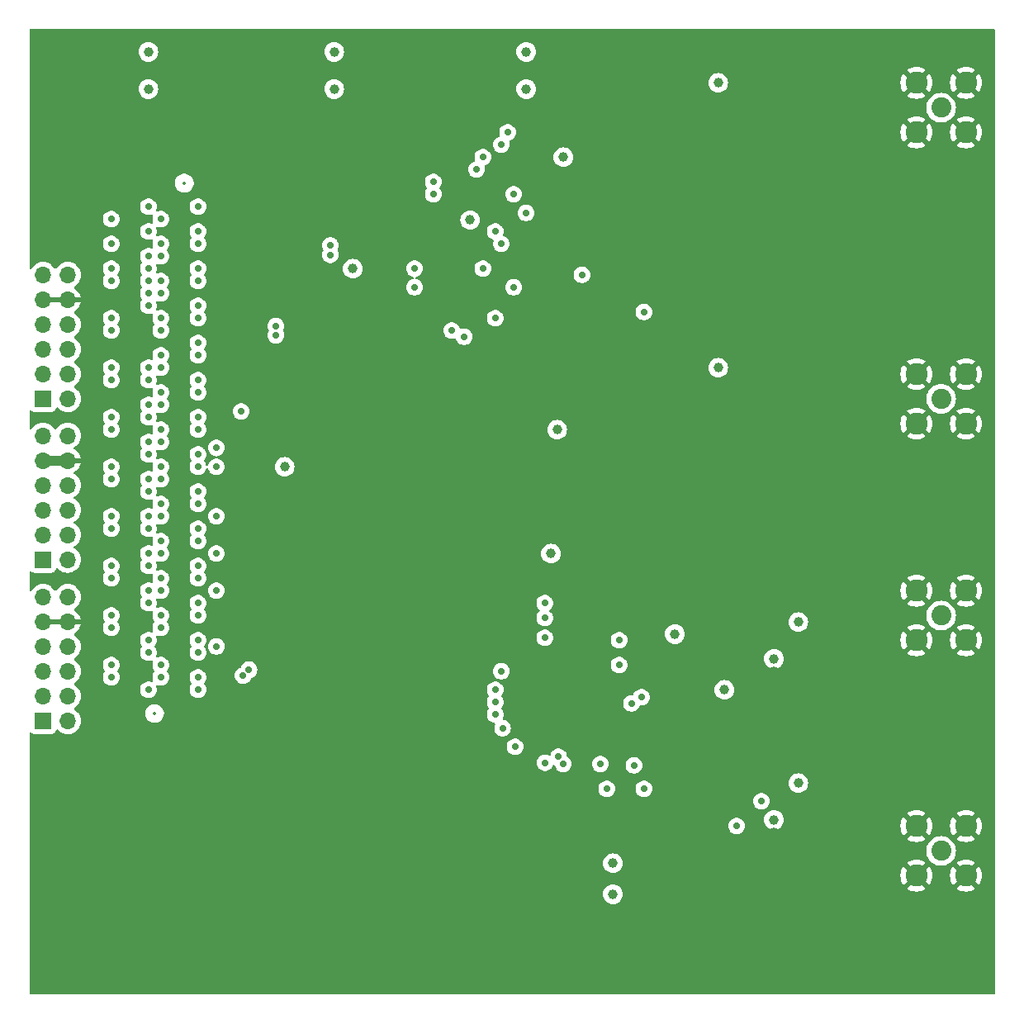
<source format=gbr>
%TF.GenerationSoftware,KiCad,Pcbnew,8.0.0*%
%TF.CreationDate,2024-08-30T23:26:17+03:00*%
%TF.ProjectId,ML605_LPC_Board_wADC_DAC,4d4c3630-355f-44c5-9043-5f426f617264,rev?*%
%TF.SameCoordinates,Original*%
%TF.FileFunction,Copper,L2,Inr*%
%TF.FilePolarity,Positive*%
%FSLAX46Y46*%
G04 Gerber Fmt 4.6, Leading zero omitted, Abs format (unit mm)*
G04 Created by KiCad (PCBNEW 8.0.0) date 2024-08-30 23:26:17*
%MOMM*%
%LPD*%
G01*
G04 APERTURE LIST*
%TA.AperFunction,ComponentPad*%
%ADD10C,2.050000*%
%TD*%
%TA.AperFunction,ComponentPad*%
%ADD11C,2.250000*%
%TD*%
%TA.AperFunction,ComponentPad*%
%ADD12R,1.700000X1.700000*%
%TD*%
%TA.AperFunction,ComponentPad*%
%ADD13O,1.700000X1.700000*%
%TD*%
%TA.AperFunction,ViaPad*%
%ADD14C,0.700000*%
%TD*%
%TA.AperFunction,ViaPad*%
%ADD15C,1.000000*%
%TD*%
%TA.AperFunction,Conductor*%
%ADD16C,1.016000*%
%TD*%
%ADD17C,0.300000*%
%ADD18C,0.350000*%
G04 APERTURE END LIST*
D10*
%TO.N,Net-(J8-In)*%
%TO.C,J8*%
X168980000Y-58560000D03*
D11*
%TO.N,GNDA*%
X166440000Y-56020000D03*
X166440000Y-61100000D03*
X171520000Y-56020000D03*
X171520000Y-61100000D03*
%TD*%
D10*
%TO.N,Net-(J9-In)*%
%TO.C,J9*%
X168980000Y-88405000D03*
D11*
%TO.N,GNDA*%
X166440000Y-85865000D03*
X166440000Y-90945000D03*
X171520000Y-85865000D03*
X171520000Y-90945000D03*
%TD*%
D12*
%TO.N,/CLK1_M2C_N*%
%TO.C,J10*%
X76905000Y-121425000D03*
D13*
%TO.N,/CLK1_M2C_P*%
X79445000Y-121425000D03*
%TO.N,/LA01_N*%
X76905000Y-118885000D03*
%TO.N,/LA01_P*%
X79445000Y-118885000D03*
%TO.N,/LA06_N*%
X76905000Y-116345000D03*
%TO.N,/LA06_P*%
X79445000Y-116345000D03*
%TO.N,/LA05_N*%
X76905000Y-113805000D03*
%TO.N,/LA05_P*%
X79445000Y-113805000D03*
%TO.N,GNDA*%
X76905000Y-111265000D03*
X79445000Y-111265000D03*
%TO.N,3V3*%
X76905000Y-108725000D03*
X79445000Y-108725000D03*
%TD*%
D10*
%TO.N,/ADC_Circuit/I_IN*%
%TO.C,J5*%
X168980000Y-110630000D03*
D11*
%TO.N,GNDA*%
X166440000Y-108090000D03*
X166440000Y-113170000D03*
X171520000Y-108090000D03*
X171520000Y-113170000D03*
%TD*%
D10*
%TO.N,/ADC_Circuit/Q_IN*%
%TO.C,J4*%
X168980000Y-134760000D03*
D11*
%TO.N,GNDA*%
X166440000Y-132220000D03*
X166440000Y-137300000D03*
X171520000Y-132220000D03*
X171520000Y-137300000D03*
%TD*%
D12*
%TO.N,/LA17_P_CC*%
%TO.C,J12*%
X76905000Y-88405000D03*
D13*
%TO.N,/LA17_N_CC*%
X79445000Y-88405000D03*
%TO.N,/LA18_P_CC*%
X76905000Y-85865000D03*
%TO.N,/LA18_N_CC*%
X79445000Y-85865000D03*
%TO.N,/LA27_P*%
X76905000Y-83325000D03*
%TO.N,/LA27_N*%
X79445000Y-83325000D03*
%TO.N,/SCL*%
X76905000Y-80785000D03*
%TO.N,/SDA*%
X79445000Y-80785000D03*
%TO.N,GNDA*%
X76905000Y-78245000D03*
X79445000Y-78245000D03*
%TO.N,3V3*%
X76905000Y-75705000D03*
X79445000Y-75705000D03*
%TD*%
D12*
%TO.N,/LA09_N*%
%TO.C,J11*%
X76885000Y-104890000D03*
D13*
%TO.N,/LA09_P*%
X79425000Y-104890000D03*
%TO.N,/LA10_N*%
X76885000Y-102350000D03*
%TO.N,/LA10_P*%
X79425000Y-102350000D03*
%TO.N,/LA13_N*%
X76885000Y-99810000D03*
%TO.N,/LA13_P*%
X79425000Y-99810000D03*
%TO.N,/LA14_N*%
X76885000Y-97270000D03*
%TO.N,/LA14_P*%
X79425000Y-97270000D03*
%TO.N,GNDA*%
X76885000Y-94730000D03*
X79425000Y-94730000D03*
%TO.N,3V3*%
X76885000Y-92190000D03*
X79425000Y-92190000D03*
%TD*%
D14*
%TO.N,GNDA*%
X88970000Y-118250000D03*
X88970000Y-113170000D03*
X87700000Y-110630000D03*
X88970000Y-82690000D03*
X136722000Y-127775000D03*
D15*
X151835000Y-132855000D03*
D14*
X83890000Y-108090000D03*
X81350000Y-143650000D03*
X92780000Y-69990000D03*
X100400000Y-78245000D03*
X87700000Y-69990000D03*
X135960000Y-92850000D03*
X87700000Y-103010000D03*
X126741822Y-78755178D03*
X111430220Y-72951279D03*
X88970000Y-101740000D03*
X83890000Y-103010000D03*
D15*
X134055000Y-107455000D03*
D14*
X132912000Y-118758000D03*
X92780000Y-115710000D03*
X88970000Y-86500000D03*
X92780000Y-104280000D03*
X92780000Y-92850000D03*
X157550000Y-92850000D03*
X92780000Y-85230000D03*
X83890000Y-68720000D03*
X87700000Y-95390000D03*
X119450000Y-124600000D03*
X92780000Y-77610000D03*
X87700000Y-115710000D03*
X83890000Y-71260000D03*
X163900000Y-124600000D03*
X88970000Y-94120000D03*
X87700000Y-106820000D03*
X119450000Y-73750000D03*
X88970000Y-114440000D03*
X87700000Y-111900000D03*
D15*
X135960000Y-59830000D03*
D14*
X87700000Y-91580000D03*
X100400000Y-124600000D03*
X88970000Y-97930000D03*
X81350000Y-54750000D03*
X157550000Y-105550000D03*
D15*
X118815000Y-98565000D03*
D14*
X92780000Y-111900000D03*
D15*
X147136000Y-115710000D03*
D14*
X92780000Y-100470000D03*
D15*
X147136000Y-120790000D03*
D14*
X83890000Y-82690000D03*
X92780000Y-73800000D03*
X83890000Y-109360000D03*
D15*
X146120000Y-63640000D03*
D14*
X92780000Y-96660000D03*
X129102000Y-121806000D03*
X83890000Y-77610000D03*
X87700000Y-99200000D03*
X157550000Y-78880000D03*
X83890000Y-97930000D03*
D15*
X133420000Y-69355000D03*
D14*
X83890000Y-89040000D03*
D15*
X132785000Y-134760000D03*
D14*
X87700000Y-72530000D03*
X83890000Y-94120000D03*
X88970000Y-105550000D03*
X119450000Y-105550000D03*
X87700000Y-83960000D03*
D15*
X151835000Y-116345000D03*
D14*
X140405000Y-78880000D03*
X88970000Y-71260000D03*
X140405000Y-105550000D03*
X87700000Y-87770000D03*
X134690000Y-54750000D03*
X83890000Y-104280000D03*
X83890000Y-118250000D03*
X119450000Y-70625000D03*
X100400000Y-54750000D03*
X88970000Y-68720000D03*
D15*
X129610000Y-99200000D03*
D14*
X140405000Y-143650000D03*
X92780000Y-89040000D03*
D15*
X146120000Y-93485000D03*
D14*
X83890000Y-73800000D03*
D15*
X131515000Y-82055000D03*
D14*
X83890000Y-87770000D03*
X119450000Y-54750000D03*
X92780000Y-108090000D03*
X100400000Y-92850000D03*
X88970000Y-90310000D03*
X106750000Y-105550000D03*
D15*
X108020000Y-77610000D03*
D14*
X119450000Y-92850000D03*
X83890000Y-113170000D03*
X87700000Y-116980000D03*
X83890000Y-114440000D03*
X92780000Y-81420000D03*
X100400000Y-143650000D03*
X123260000Y-74435000D03*
X88970000Y-78880000D03*
X157550000Y-143650000D03*
X157550000Y-54750000D03*
X130503000Y-116726000D03*
X83890000Y-78880000D03*
X140405000Y-124600000D03*
X88970000Y-109360000D03*
X132150000Y-116726000D03*
X83890000Y-92850000D03*
X132912000Y-120536000D03*
X83890000Y-83960000D03*
X83890000Y-99200000D03*
X88970000Y-75070000D03*
X119450000Y-143650000D03*
D15*
%TO.N,1V5*%
X129610000Y-91580000D03*
D14*
X135960000Y-113170000D03*
D15*
X129610000Y-91580000D03*
X130245000Y-63640000D03*
D14*
%TO.N,Net-(IC1-VRN)*%
X138246000Y-119012000D03*
%TO.N,Net-(IC1-VRP)*%
X137230000Y-119643000D03*
D15*
%TO.N,3V3*%
X101670000Y-95390000D03*
X126435000Y-56655000D03*
X106750000Y-56655000D03*
D14*
X87700000Y-78880000D03*
D15*
X146120000Y-85230000D03*
D14*
X123260000Y-71260000D03*
D15*
X106750000Y-52845000D03*
D14*
X87700000Y-71260000D03*
D15*
X151835000Y-131585000D03*
D14*
X126435000Y-69355000D03*
D15*
X87700000Y-52845000D03*
X87700000Y-56655000D03*
X146120000Y-56020000D03*
D14*
X83890000Y-69990000D03*
D15*
X146755000Y-118250000D03*
X128975000Y-104280000D03*
X151835000Y-115075000D03*
D14*
X121990000Y-75070000D03*
X87700000Y-68720000D03*
D15*
X126435000Y-52845000D03*
D14*
X87700000Y-73800000D03*
D15*
%TO.N,/ADC_Circuit/VCM_ADC*%
X154335420Y-111304580D03*
X154335420Y-127814580D03*
X141675000Y-112535000D03*
D14*
%TO.N,Net-(IC1-Q3)*%
X125292000Y-124092000D03*
%TO.N,VADJ*%
X92780000Y-68720000D03*
D15*
X135325000Y-139205000D03*
X135325000Y-136030000D03*
D14*
X125165000Y-67450000D03*
X138500000Y-79515000D03*
X130245000Y-125870000D03*
X137484000Y-125997000D03*
X88970000Y-69990000D03*
D15*
X120693616Y-70083028D03*
D14*
X135960000Y-115710000D03*
D15*
X108655000Y-75070000D03*
D14*
%TO.N,Net-(IC1-I1)*%
X123260000Y-118250000D03*
%TO.N,Net-(IC1-Q7)*%
X123260000Y-120790000D03*
%TO.N,/ADC_Circuit/Q+*%
X148025000Y-132220000D03*
X150565000Y-129680000D03*
%TO.N,Net-(IC1-I6)*%
X128340000Y-112916000D03*
%TO.N,Net-(IC1-I3)*%
X123895000Y-116345000D03*
%TO.N,Net-(IC1-I{slash}~{Q})*%
X129757000Y-125108000D03*
%TO.N,Net-(IC1-I8)*%
X128340000Y-110884000D03*
%TO.N,Net-(IC1-Q5)*%
X124020857Y-122185857D03*
%TO.N,Net-(IC1-I9)*%
X128340000Y-109360000D03*
%TO.N,Net-(IC1-Q1)*%
X128361847Y-125718865D03*
%TO.N,Net-(IC1-Q9)*%
X123260000Y-119520000D03*
%TO.N,/LA20_N*%
X88970000Y-91580000D03*
%TO.N,/LA19_N*%
X92780000Y-90310000D03*
%TO.N,/LA20_P*%
X94685000Y-93442200D03*
X88970000Y-92850000D03*
%TO.N,/LA29_P*%
X88970000Y-81420000D03*
%TO.N,/LA33_P*%
X88970000Y-73800000D03*
%TO.N,/DAC Circuit/SLEEP*%
X125165000Y-76975000D03*
X132150000Y-75705000D03*
%TO.N,/LA21_P*%
X92780000Y-87770000D03*
X120085000Y-82055000D03*
%TO.N,/LA22_N*%
X88970000Y-87770000D03*
%TO.N,/LA30_P*%
X121355000Y-64910000D03*
X92780000Y-76340000D03*
%TO.N,/LA30_N*%
X121990000Y-63640000D03*
X92780000Y-75070000D03*
%TO.N,/LA24_N*%
X115005000Y-75070000D03*
X92780000Y-82690000D03*
%TO.N,/LA24_P*%
X115005000Y-76975000D03*
X92780000Y-83960000D03*
%TO.N,/LA22_P*%
X88970000Y-89040000D03*
%TO.N,/LA33_N*%
X88970000Y-72530000D03*
%TO.N,/LA25_P*%
X88970000Y-85230000D03*
%TO.N,/LA21_N*%
X92780000Y-86500000D03*
X118815000Y-81420000D03*
%TO.N,/LA32_P*%
X92780000Y-72530000D03*
X123895000Y-62370000D03*
%TO.N,/LA25_N*%
X88970000Y-83960000D03*
%TO.N,/LA32_N*%
X92780000Y-71260000D03*
X124530000Y-61100000D03*
%TO.N,/LA28_N*%
X116910000Y-66180000D03*
X92780000Y-78880000D03*
%TO.N,Net-(IC4-BIASJ_A)*%
X123895000Y-72530000D03*
%TO.N,/LA31_P*%
X88970000Y-77610000D03*
%TO.N,/LA28_P*%
X92780000Y-80150000D03*
X116910000Y-67450000D03*
%TO.N,/LA31_N*%
X88970000Y-76340000D03*
%TO.N,/PRSNT_M2C_L*%
X92780000Y-116980000D03*
%TO.N,/LA14_P*%
X83890000Y-96660000D03*
%TO.N,/LA27_P*%
X83890000Y-86500000D03*
%TO.N,/CLK1_M2C_N*%
X88970000Y-115710000D03*
%TO.N,/LA07_P*%
X92780000Y-103010000D03*
%TO.N,/PG_C2M*%
X87700000Y-118250000D03*
%TO.N,/SDA*%
X83890000Y-80150000D03*
%TO.N,/DP0_M2C_N*%
X83890000Y-110630000D03*
%TO.N,/CLK1_M2C_P*%
X88970000Y-116980000D03*
%TO.N,/TRST_L*%
X87700000Y-76340000D03*
%TO.N,/GA1*%
X87700000Y-75070000D03*
%TO.N,/DP0_C2M_N*%
X83890000Y-115710000D03*
%TO.N,/LA11_N*%
X92780000Y-97930000D03*
%TO.N,/VREF_A_M2C*%
X92780000Y-118250000D03*
%TO.N,/LA27_N*%
X83890000Y-85230000D03*
%TO.N,/LA26_N*%
X106369000Y-73642000D03*
X100781000Y-81897000D03*
X87700000Y-85230000D03*
%TO.N,/GA0*%
X83890000Y-76340000D03*
%TO.N,/DP0_C2M_P*%
X83890000Y-116980000D03*
%TO.N,/LA15_N*%
X92780000Y-94120000D03*
%TO.N,/LA15_P*%
X92780000Y-95390000D03*
%TO.N,/LA18_P_CC*%
X83890000Y-91580000D03*
%TO.N,/LA17_P_CC*%
X87700000Y-94120000D03*
%TO.N,/LA19_P*%
X92780000Y-91580000D03*
%TO.N,/LA12_N*%
X94685000Y-100470000D03*
X88970000Y-99200000D03*
%TO.N,/LA07_N*%
X92780000Y-101740000D03*
%TO.N,/LA16_N*%
X94685000Y-95390000D03*
X88970000Y-95390000D03*
%TO.N,+12V*%
X83890000Y-75070000D03*
X83890000Y-72530000D03*
%TO.N,/LA23_P*%
X123260000Y-80150000D03*
X87700000Y-90310000D03*
X97225000Y-89717800D03*
%TO.N,/LA00_P_CC*%
X94685000Y-113805000D03*
X88970000Y-111900000D03*
X134055000Y-125870000D03*
%TO.N,/DP0_M2C_P*%
X83890000Y-111900000D03*
%TO.N,/SCL*%
X83890000Y-81420000D03*
%TO.N,/LA13_P*%
X87700000Y-97930000D03*
%TO.N,/LA10_N*%
X83890000Y-100470000D03*
%TO.N,/LA29_N*%
X88970000Y-80150000D03*
%TO.N,/LA05_N*%
X87700000Y-104280000D03*
%TO.N,/LA00_N_CC*%
X88970000Y-110630000D03*
%TO.N,/LA14_N*%
X83890000Y-95390000D03*
%TO.N,/LA26_P*%
X106369000Y-72688000D03*
X87700000Y-86500000D03*
X100781000Y-80943000D03*
%TO.N,/LA09_P*%
X87700000Y-101740000D03*
%TO.N,/LA10_P*%
X83890000Y-101740000D03*
%TO.N,/LA03_N*%
X88970000Y-106820000D03*
X94685000Y-108090000D03*
%TO.N,/GBTCLK0_M2C_N*%
X87700000Y-113170000D03*
%TO.N,/LA13_N*%
X87700000Y-96660000D03*
%TO.N,/LA17_N_CC*%
X87700000Y-92850000D03*
%TO.N,/LA12_P*%
X88970000Y-100470000D03*
%TO.N,/LA11_P*%
X92780000Y-99200000D03*
%TO.N,/LA02_N*%
X92780000Y-109360000D03*
%TO.N,/LA04_P*%
X92780000Y-106820000D03*
%TO.N,/LA08_P*%
X88970000Y-104280000D03*
%TO.N,/LA02_P*%
X92780000Y-110630000D03*
%TO.N,/LA08_N*%
X94685000Y-104280000D03*
X88970000Y-103010000D03*
%TO.N,/LA03_P*%
X88970000Y-108090000D03*
%TO.N,/GBTCLK0_M2C_P*%
X87700000Y-114440000D03*
%TO.N,/LA06_P*%
X83890000Y-106820000D03*
%TO.N,/LA06_N*%
X83890000Y-105550000D03*
%TO.N,/LA05_P*%
X87700000Y-105550000D03*
%TO.N,/CLK0_M2C_N*%
X92780000Y-113170000D03*
X98015723Y-116189277D03*
X138500000Y-128410000D03*
%TO.N,/CLK0_M2C_P*%
X134690000Y-128410000D03*
X92780000Y-114440000D03*
X97411853Y-116793147D03*
%TO.N,/TMS*%
X87700000Y-77610000D03*
%TO.N,/LA04_N*%
X92780000Y-105550000D03*
%TO.N,/LA16_P*%
X88970000Y-96660000D03*
%TO.N,/LA09_N*%
X87700000Y-100470000D03*
%TO.N,/LA23_N*%
X87700000Y-89040000D03*
%TO.N,/LA18_N_CC*%
X83890000Y-90310000D03*
%TO.N,/LA01_P*%
X87700000Y-109360000D03*
%TO.N,/LA01_N*%
X87700000Y-108090000D03*
%TD*%
D16*
%TO.N,GNDA*%
X76885000Y-94730000D02*
X79425000Y-94730000D01*
%TD*%
%TA.AperFunction,Conductor*%
%TO.N,GNDA*%
G36*
X174442539Y-50520185D02*
G01*
X174488294Y-50572989D01*
X174499500Y-50624500D01*
X174499500Y-149375500D01*
X174479815Y-149442539D01*
X174427011Y-149488294D01*
X174375500Y-149499500D01*
X75624500Y-149499500D01*
X75557461Y-149479815D01*
X75511706Y-149427011D01*
X75500500Y-149375500D01*
X75500500Y-139205000D01*
X134319659Y-139205000D01*
X134338975Y-139401129D01*
X134396188Y-139589733D01*
X134489086Y-139763532D01*
X134489090Y-139763539D01*
X134614116Y-139915883D01*
X134766460Y-140040909D01*
X134766467Y-140040913D01*
X134940266Y-140133811D01*
X134940269Y-140133811D01*
X134940273Y-140133814D01*
X135128868Y-140191024D01*
X135325000Y-140210341D01*
X135521132Y-140191024D01*
X135709727Y-140133814D01*
X135883538Y-140040910D01*
X136035883Y-139915883D01*
X136160910Y-139763538D01*
X136253814Y-139589727D01*
X136311024Y-139401132D01*
X136330341Y-139205000D01*
X136311024Y-139008868D01*
X136253814Y-138820273D01*
X136253811Y-138820269D01*
X136253811Y-138820266D01*
X136160913Y-138646467D01*
X136160909Y-138646460D01*
X136035883Y-138494116D01*
X135883539Y-138369090D01*
X135883532Y-138369086D01*
X135709733Y-138276188D01*
X135709727Y-138276186D01*
X135521132Y-138218976D01*
X135521129Y-138218975D01*
X135325000Y-138199659D01*
X135128870Y-138218975D01*
X134940266Y-138276188D01*
X134766467Y-138369086D01*
X134766460Y-138369090D01*
X134614116Y-138494116D01*
X134489090Y-138646460D01*
X134489086Y-138646467D01*
X134396188Y-138820266D01*
X134338975Y-139008870D01*
X134319659Y-139205000D01*
X75500500Y-139205000D01*
X75500500Y-137300000D01*
X164809975Y-137300000D01*
X164830042Y-137554989D01*
X164889752Y-137803702D01*
X164987634Y-138040012D01*
X164987636Y-138040015D01*
X165121277Y-138258098D01*
X165121284Y-138258107D01*
X165124533Y-138261912D01*
X165685884Y-137700560D01*
X165686740Y-137702626D01*
X165779762Y-137841844D01*
X165898156Y-137960238D01*
X166037374Y-138053260D01*
X166039437Y-138054114D01*
X165478087Y-138615465D01*
X165481897Y-138618719D01*
X165699984Y-138752363D01*
X165699987Y-138752365D01*
X165936297Y-138850247D01*
X166185011Y-138909957D01*
X166185010Y-138909957D01*
X166440000Y-138930024D01*
X166694989Y-138909957D01*
X166943702Y-138850247D01*
X167180012Y-138752365D01*
X167180015Y-138752363D01*
X167398095Y-138618724D01*
X167398110Y-138618713D01*
X167401911Y-138615466D01*
X167401911Y-138615464D01*
X166840562Y-138054114D01*
X166842626Y-138053260D01*
X166981844Y-137960238D01*
X167100238Y-137841844D01*
X167193260Y-137702626D01*
X167194114Y-137700561D01*
X167755464Y-138261911D01*
X167755466Y-138261911D01*
X167758713Y-138258110D01*
X167758724Y-138258095D01*
X167892363Y-138040015D01*
X167892365Y-138040012D01*
X167990247Y-137803702D01*
X168049957Y-137554989D01*
X168070024Y-137300000D01*
X169889975Y-137300000D01*
X169910042Y-137554989D01*
X169969752Y-137803702D01*
X170067634Y-138040012D01*
X170067636Y-138040015D01*
X170201277Y-138258098D01*
X170201284Y-138258107D01*
X170204533Y-138261912D01*
X170765884Y-137700560D01*
X170766740Y-137702626D01*
X170859762Y-137841844D01*
X170978156Y-137960238D01*
X171117374Y-138053260D01*
X171119437Y-138054114D01*
X170558087Y-138615465D01*
X170561897Y-138618719D01*
X170779984Y-138752363D01*
X170779987Y-138752365D01*
X171016297Y-138850247D01*
X171265011Y-138909957D01*
X171265010Y-138909957D01*
X171520000Y-138930024D01*
X171774989Y-138909957D01*
X172023702Y-138850247D01*
X172260012Y-138752365D01*
X172260015Y-138752363D01*
X172478095Y-138618724D01*
X172478110Y-138618713D01*
X172481911Y-138615466D01*
X172481911Y-138615464D01*
X171920562Y-138054114D01*
X171922626Y-138053260D01*
X172061844Y-137960238D01*
X172180238Y-137841844D01*
X172273260Y-137702626D01*
X172274114Y-137700561D01*
X172835464Y-138261911D01*
X172835466Y-138261911D01*
X172838713Y-138258110D01*
X172838724Y-138258095D01*
X172972363Y-138040015D01*
X172972365Y-138040012D01*
X173070247Y-137803702D01*
X173129957Y-137554989D01*
X173150024Y-137300000D01*
X173129957Y-137045010D01*
X173070247Y-136796297D01*
X172972365Y-136559987D01*
X172972363Y-136559984D01*
X172838719Y-136341897D01*
X172835465Y-136338087D01*
X172274114Y-136899437D01*
X172273260Y-136897374D01*
X172180238Y-136758156D01*
X172061844Y-136639762D01*
X171922626Y-136546740D01*
X171920561Y-136545884D01*
X172481912Y-135984533D01*
X172478107Y-135981284D01*
X172478098Y-135981277D01*
X172260015Y-135847636D01*
X172260012Y-135847634D01*
X172023702Y-135749752D01*
X171774988Y-135690042D01*
X171774989Y-135690042D01*
X171520000Y-135669975D01*
X171265010Y-135690042D01*
X171016297Y-135749752D01*
X170779987Y-135847634D01*
X170779984Y-135847636D01*
X170561893Y-135981282D01*
X170558086Y-135984532D01*
X171119438Y-136545884D01*
X171117374Y-136546740D01*
X170978156Y-136639762D01*
X170859762Y-136758156D01*
X170766740Y-136897374D01*
X170765884Y-136899438D01*
X170204532Y-136338086D01*
X170201282Y-136341893D01*
X170067636Y-136559984D01*
X170067634Y-136559987D01*
X169969752Y-136796297D01*
X169910042Y-137045010D01*
X169889975Y-137300000D01*
X168070024Y-137300000D01*
X168049957Y-137045010D01*
X167990247Y-136796297D01*
X167892365Y-136559987D01*
X167892363Y-136559984D01*
X167758719Y-136341897D01*
X167755465Y-136338087D01*
X167194114Y-136899437D01*
X167193260Y-136897374D01*
X167100238Y-136758156D01*
X166981844Y-136639762D01*
X166842626Y-136546740D01*
X166840561Y-136545884D01*
X167401912Y-135984533D01*
X167398107Y-135981284D01*
X167398098Y-135981277D01*
X167180015Y-135847636D01*
X167180012Y-135847634D01*
X166943702Y-135749752D01*
X166694988Y-135690042D01*
X166694989Y-135690042D01*
X166440000Y-135669975D01*
X166185010Y-135690042D01*
X165936297Y-135749752D01*
X165699987Y-135847634D01*
X165699984Y-135847636D01*
X165481893Y-135981282D01*
X165478086Y-135984532D01*
X166039438Y-136545884D01*
X166037374Y-136546740D01*
X165898156Y-136639762D01*
X165779762Y-136758156D01*
X165686740Y-136897374D01*
X165685884Y-136899438D01*
X165124532Y-136338086D01*
X165121282Y-136341893D01*
X164987636Y-136559984D01*
X164987634Y-136559987D01*
X164889752Y-136796297D01*
X164830042Y-137045010D01*
X164809975Y-137300000D01*
X75500500Y-137300000D01*
X75500500Y-136030000D01*
X134319659Y-136030000D01*
X134338975Y-136226129D01*
X134396188Y-136414733D01*
X134489086Y-136588532D01*
X134489090Y-136588539D01*
X134614116Y-136740883D01*
X134766460Y-136865909D01*
X134766467Y-136865913D01*
X134940266Y-136958811D01*
X134940269Y-136958811D01*
X134940273Y-136958814D01*
X135128868Y-137016024D01*
X135325000Y-137035341D01*
X135521132Y-137016024D01*
X135709727Y-136958814D01*
X135883538Y-136865910D01*
X136035883Y-136740883D01*
X136160910Y-136588538D01*
X136253814Y-136414727D01*
X136311024Y-136226132D01*
X136330341Y-136030000D01*
X136311024Y-135833868D01*
X136253814Y-135645273D01*
X136253811Y-135645269D01*
X136253811Y-135645266D01*
X136160913Y-135471467D01*
X136160909Y-135471460D01*
X136035883Y-135319116D01*
X135883539Y-135194090D01*
X135883532Y-135194086D01*
X135709733Y-135101188D01*
X135709727Y-135101186D01*
X135521132Y-135043976D01*
X135521129Y-135043975D01*
X135325000Y-135024659D01*
X135128870Y-135043975D01*
X134940266Y-135101188D01*
X134766467Y-135194086D01*
X134766460Y-135194090D01*
X134614116Y-135319116D01*
X134489090Y-135471460D01*
X134489086Y-135471467D01*
X134396188Y-135645266D01*
X134338975Y-135833870D01*
X134319659Y-136030000D01*
X75500500Y-136030000D01*
X75500500Y-134760000D01*
X167449783Y-134760000D01*
X167468623Y-134999382D01*
X167524674Y-135232853D01*
X167524678Y-135232865D01*
X167616565Y-135454702D01*
X167626836Y-135471462D01*
X167742028Y-135659439D01*
X167897973Y-135842027D01*
X168080561Y-135997972D01*
X168080563Y-135997973D01*
X168285297Y-136123434D01*
X168382047Y-136163508D01*
X168507137Y-136215323D01*
X168740621Y-136271377D01*
X168980000Y-136290217D01*
X169219379Y-136271377D01*
X169452863Y-136215323D01*
X169674704Y-136123433D01*
X169879439Y-135997972D01*
X170062027Y-135842027D01*
X170217972Y-135659439D01*
X170343433Y-135454704D01*
X170435323Y-135232863D01*
X170491377Y-134999379D01*
X170510217Y-134760000D01*
X170491377Y-134520621D01*
X170435323Y-134287137D01*
X170383508Y-134162047D01*
X170343434Y-134065297D01*
X170217973Y-133860563D01*
X170217972Y-133860561D01*
X170062027Y-133677973D01*
X169879439Y-133522028D01*
X169879436Y-133522026D01*
X169674702Y-133396565D01*
X169452865Y-133304678D01*
X169452867Y-133304678D01*
X169452863Y-133304677D01*
X169452859Y-133304676D01*
X169452853Y-133304674D01*
X169219382Y-133248623D01*
X168980000Y-133229783D01*
X168740617Y-133248623D01*
X168507146Y-133304674D01*
X168507134Y-133304678D01*
X168285297Y-133396565D01*
X168080563Y-133522026D01*
X167897973Y-133677973D01*
X167742026Y-133860563D01*
X167616565Y-134065297D01*
X167524678Y-134287134D01*
X167524674Y-134287146D01*
X167468623Y-134520617D01*
X167449783Y-134760000D01*
X75500500Y-134760000D01*
X75500500Y-132220000D01*
X147169815Y-132220000D01*
X147188503Y-132397805D01*
X147188504Y-132397807D01*
X147243747Y-132567829D01*
X147243750Y-132567835D01*
X147333141Y-132722665D01*
X147368418Y-132761844D01*
X147452764Y-132855521D01*
X147452767Y-132855523D01*
X147452770Y-132855526D01*
X147597407Y-132960612D01*
X147760733Y-133033329D01*
X147935609Y-133070500D01*
X147935610Y-133070500D01*
X148114389Y-133070500D01*
X148114391Y-133070500D01*
X148289267Y-133033329D01*
X148452593Y-132960612D01*
X148597230Y-132855526D01*
X148716859Y-132722665D01*
X148806250Y-132567835D01*
X148861497Y-132397803D01*
X148880185Y-132220000D01*
X148861497Y-132042197D01*
X148806250Y-131872165D01*
X148716859Y-131717335D01*
X148670003Y-131665296D01*
X148597705Y-131585000D01*
X150829659Y-131585000D01*
X150848975Y-131781129D01*
X150906188Y-131969733D01*
X150999086Y-132143532D01*
X150999090Y-132143539D01*
X151124116Y-132295883D01*
X151276460Y-132420909D01*
X151276467Y-132420913D01*
X151450266Y-132513811D01*
X151450269Y-132513811D01*
X151450273Y-132513814D01*
X151638868Y-132571024D01*
X151835000Y-132590341D01*
X152031132Y-132571024D01*
X152219727Y-132513814D01*
X152393538Y-132420910D01*
X152545883Y-132295883D01*
X152608159Y-132220000D01*
X164809975Y-132220000D01*
X164830042Y-132474989D01*
X164889752Y-132723702D01*
X164987634Y-132960012D01*
X164987636Y-132960015D01*
X165121277Y-133178098D01*
X165121284Y-133178107D01*
X165124533Y-133181912D01*
X165685884Y-132620560D01*
X165686740Y-132622626D01*
X165779762Y-132761844D01*
X165898156Y-132880238D01*
X166037374Y-132973260D01*
X166039437Y-132974114D01*
X165478087Y-133535465D01*
X165481897Y-133538719D01*
X165699984Y-133672363D01*
X165699987Y-133672365D01*
X165936297Y-133770247D01*
X166185011Y-133829957D01*
X166185010Y-133829957D01*
X166440000Y-133850024D01*
X166694989Y-133829957D01*
X166943702Y-133770247D01*
X167180012Y-133672365D01*
X167180015Y-133672363D01*
X167398095Y-133538724D01*
X167398110Y-133538713D01*
X167401911Y-133535466D01*
X167401911Y-133535464D01*
X166840562Y-132974114D01*
X166842626Y-132973260D01*
X166981844Y-132880238D01*
X167100238Y-132761844D01*
X167193260Y-132622626D01*
X167194114Y-132620561D01*
X167755464Y-133181911D01*
X167755466Y-133181911D01*
X167758713Y-133178110D01*
X167758724Y-133178095D01*
X167892363Y-132960015D01*
X167892365Y-132960012D01*
X167990247Y-132723702D01*
X168049957Y-132474989D01*
X168070024Y-132220000D01*
X169889975Y-132220000D01*
X169910042Y-132474989D01*
X169969752Y-132723702D01*
X170067634Y-132960012D01*
X170067636Y-132960015D01*
X170201277Y-133178098D01*
X170201284Y-133178107D01*
X170204533Y-133181912D01*
X170765884Y-132620560D01*
X170766740Y-132622626D01*
X170859762Y-132761844D01*
X170978156Y-132880238D01*
X171117374Y-132973260D01*
X171119437Y-132974114D01*
X170558087Y-133535465D01*
X170561897Y-133538719D01*
X170779984Y-133672363D01*
X170779987Y-133672365D01*
X171016297Y-133770247D01*
X171265011Y-133829957D01*
X171265010Y-133829957D01*
X171520000Y-133850024D01*
X171774989Y-133829957D01*
X172023702Y-133770247D01*
X172260012Y-133672365D01*
X172260015Y-133672363D01*
X172478095Y-133538724D01*
X172478110Y-133538713D01*
X172481911Y-133535466D01*
X172481911Y-133535464D01*
X171920562Y-132974114D01*
X171922626Y-132973260D01*
X172061844Y-132880238D01*
X172180238Y-132761844D01*
X172273260Y-132622626D01*
X172274114Y-132620562D01*
X172835464Y-133181911D01*
X172835466Y-133181911D01*
X172838713Y-133178110D01*
X172838724Y-133178095D01*
X172972363Y-132960015D01*
X172972365Y-132960012D01*
X173070247Y-132723702D01*
X173129957Y-132474989D01*
X173150024Y-132220000D01*
X173129957Y-131965010D01*
X173070247Y-131716297D01*
X172972365Y-131479987D01*
X172972363Y-131479984D01*
X172838719Y-131261897D01*
X172835465Y-131258087D01*
X172274114Y-131819437D01*
X172273260Y-131817374D01*
X172180238Y-131678156D01*
X172061844Y-131559762D01*
X171922626Y-131466740D01*
X171920561Y-131465884D01*
X172481912Y-130904533D01*
X172478107Y-130901284D01*
X172478098Y-130901277D01*
X172260015Y-130767636D01*
X172260012Y-130767634D01*
X172023702Y-130669752D01*
X171774988Y-130610042D01*
X171774989Y-130610042D01*
X171520000Y-130589975D01*
X171265010Y-130610042D01*
X171016297Y-130669752D01*
X170779987Y-130767634D01*
X170779984Y-130767636D01*
X170561893Y-130901282D01*
X170558086Y-130904532D01*
X171119438Y-131465884D01*
X171117374Y-131466740D01*
X170978156Y-131559762D01*
X170859762Y-131678156D01*
X170766740Y-131817374D01*
X170765884Y-131819438D01*
X170204532Y-131258086D01*
X170201282Y-131261893D01*
X170067636Y-131479984D01*
X170067634Y-131479987D01*
X169969752Y-131716297D01*
X169910042Y-131965010D01*
X169889975Y-132220000D01*
X168070024Y-132220000D01*
X168049957Y-131965010D01*
X167990247Y-131716297D01*
X167892365Y-131479987D01*
X167892363Y-131479984D01*
X167758719Y-131261897D01*
X167755465Y-131258087D01*
X167194114Y-131819437D01*
X167193260Y-131817374D01*
X167100238Y-131678156D01*
X166981844Y-131559762D01*
X166842626Y-131466740D01*
X166840561Y-131465884D01*
X167401912Y-130904533D01*
X167398107Y-130901284D01*
X167398098Y-130901277D01*
X167180015Y-130767636D01*
X167180012Y-130767634D01*
X166943702Y-130669752D01*
X166694988Y-130610042D01*
X166694989Y-130610042D01*
X166440000Y-130589975D01*
X166185010Y-130610042D01*
X165936297Y-130669752D01*
X165699987Y-130767634D01*
X165699984Y-130767636D01*
X165481893Y-130901282D01*
X165478086Y-130904532D01*
X166039438Y-131465884D01*
X166037374Y-131466740D01*
X165898156Y-131559762D01*
X165779762Y-131678156D01*
X165686740Y-131817374D01*
X165685884Y-131819438D01*
X165124532Y-131258086D01*
X165121282Y-131261893D01*
X164987636Y-131479984D01*
X164987634Y-131479987D01*
X164889752Y-131716297D01*
X164830042Y-131965010D01*
X164809975Y-132220000D01*
X152608159Y-132220000D01*
X152670910Y-132143538D01*
X152763814Y-131969727D01*
X152821024Y-131781132D01*
X152840341Y-131585000D01*
X152821024Y-131388868D01*
X152763814Y-131200273D01*
X152763811Y-131200269D01*
X152763811Y-131200266D01*
X152670913Y-131026467D01*
X152670909Y-131026460D01*
X152545883Y-130874116D01*
X152393539Y-130749090D01*
X152393532Y-130749086D01*
X152219733Y-130656188D01*
X152219727Y-130656186D01*
X152031132Y-130598976D01*
X152031129Y-130598975D01*
X151835000Y-130579659D01*
X151638870Y-130598975D01*
X151450266Y-130656188D01*
X151276467Y-130749086D01*
X151276460Y-130749090D01*
X151124116Y-130874116D01*
X150999090Y-131026460D01*
X150999086Y-131026467D01*
X150906188Y-131200266D01*
X150848975Y-131388870D01*
X150829659Y-131585000D01*
X148597705Y-131585000D01*
X148597235Y-131584478D01*
X148597232Y-131584476D01*
X148597231Y-131584475D01*
X148597230Y-131584474D01*
X148452593Y-131479388D01*
X148289267Y-131406671D01*
X148289265Y-131406670D01*
X148161594Y-131379533D01*
X148114391Y-131369500D01*
X147935609Y-131369500D01*
X147904954Y-131376015D01*
X147760733Y-131406670D01*
X147760728Y-131406672D01*
X147597408Y-131479387D01*
X147452768Y-131584475D01*
X147333140Y-131717336D01*
X147243750Y-131872164D01*
X147243747Y-131872170D01*
X147188504Y-132042192D01*
X147188503Y-132042194D01*
X147169815Y-132220000D01*
X75500500Y-132220000D01*
X75500500Y-129680000D01*
X149709815Y-129680000D01*
X149728503Y-129857805D01*
X149728504Y-129857807D01*
X149783747Y-130027829D01*
X149783750Y-130027835D01*
X149873141Y-130182665D01*
X149914812Y-130228946D01*
X149992764Y-130315521D01*
X149992767Y-130315523D01*
X149992770Y-130315526D01*
X150137407Y-130420612D01*
X150300733Y-130493329D01*
X150475609Y-130530500D01*
X150475610Y-130530500D01*
X150654389Y-130530500D01*
X150654391Y-130530500D01*
X150829267Y-130493329D01*
X150992593Y-130420612D01*
X151137230Y-130315526D01*
X151256859Y-130182665D01*
X151346250Y-130027835D01*
X151401497Y-129857803D01*
X151420185Y-129680000D01*
X151401497Y-129502197D01*
X151346250Y-129332165D01*
X151256859Y-129177335D01*
X151210003Y-129125296D01*
X151137235Y-129044478D01*
X151137232Y-129044476D01*
X151137231Y-129044475D01*
X151137230Y-129044474D01*
X150992593Y-128939388D01*
X150829267Y-128866671D01*
X150829265Y-128866670D01*
X150701594Y-128839533D01*
X150654391Y-128829500D01*
X150475609Y-128829500D01*
X150444954Y-128836015D01*
X150300733Y-128866670D01*
X150300728Y-128866672D01*
X150137408Y-128939387D01*
X149992768Y-129044475D01*
X149873140Y-129177336D01*
X149783750Y-129332164D01*
X149783747Y-129332170D01*
X149728504Y-129502192D01*
X149728503Y-129502194D01*
X149709815Y-129680000D01*
X75500500Y-129680000D01*
X75500500Y-128410000D01*
X133834815Y-128410000D01*
X133853503Y-128587805D01*
X133853504Y-128587807D01*
X133908747Y-128757829D01*
X133908750Y-128757835D01*
X133998141Y-128912665D01*
X134039812Y-128958946D01*
X134117764Y-129045521D01*
X134117767Y-129045523D01*
X134117770Y-129045526D01*
X134262407Y-129150612D01*
X134425733Y-129223329D01*
X134600609Y-129260500D01*
X134600610Y-129260500D01*
X134779389Y-129260500D01*
X134779391Y-129260500D01*
X134954267Y-129223329D01*
X135117593Y-129150612D01*
X135262230Y-129045526D01*
X135263176Y-129044476D01*
X135288148Y-129016741D01*
X135381859Y-128912665D01*
X135471250Y-128757835D01*
X135526497Y-128587803D01*
X135545185Y-128410000D01*
X137644815Y-128410000D01*
X137663503Y-128587805D01*
X137663504Y-128587807D01*
X137718747Y-128757829D01*
X137718750Y-128757835D01*
X137808141Y-128912665D01*
X137849812Y-128958946D01*
X137927764Y-129045521D01*
X137927767Y-129045523D01*
X137927770Y-129045526D01*
X138072407Y-129150612D01*
X138235733Y-129223329D01*
X138410609Y-129260500D01*
X138410610Y-129260500D01*
X138589389Y-129260500D01*
X138589391Y-129260500D01*
X138764267Y-129223329D01*
X138927593Y-129150612D01*
X139072230Y-129045526D01*
X139073176Y-129044476D01*
X139098148Y-129016741D01*
X139191859Y-128912665D01*
X139281250Y-128757835D01*
X139336497Y-128587803D01*
X139355185Y-128410000D01*
X139336497Y-128232197D01*
X139281250Y-128062165D01*
X139191859Y-127907335D01*
X139108342Y-127814580D01*
X153330079Y-127814580D01*
X153349395Y-128010709D01*
X153406608Y-128199313D01*
X153499506Y-128373112D01*
X153499510Y-128373119D01*
X153624536Y-128525463D01*
X153776880Y-128650489D01*
X153776887Y-128650493D01*
X153950686Y-128743391D01*
X153950689Y-128743391D01*
X153950693Y-128743394D01*
X154139288Y-128800604D01*
X154335420Y-128819921D01*
X154531552Y-128800604D01*
X154720147Y-128743394D01*
X154893958Y-128650490D01*
X155046303Y-128525463D01*
X155171330Y-128373118D01*
X155264234Y-128199307D01*
X155321444Y-128010712D01*
X155340761Y-127814580D01*
X155321444Y-127618448D01*
X155264234Y-127429853D01*
X155264231Y-127429849D01*
X155264231Y-127429846D01*
X155171333Y-127256047D01*
X155171329Y-127256040D01*
X155046303Y-127103696D01*
X154893959Y-126978670D01*
X154893952Y-126978666D01*
X154720153Y-126885768D01*
X154720147Y-126885766D01*
X154531552Y-126828556D01*
X154531549Y-126828555D01*
X154335420Y-126809239D01*
X154139290Y-126828555D01*
X153950686Y-126885768D01*
X153776887Y-126978666D01*
X153776880Y-126978670D01*
X153624536Y-127103696D01*
X153499510Y-127256040D01*
X153499506Y-127256047D01*
X153406608Y-127429846D01*
X153349395Y-127618450D01*
X153330079Y-127814580D01*
X139108342Y-127814580D01*
X139072235Y-127774478D01*
X139072232Y-127774476D01*
X139072231Y-127774475D01*
X139072230Y-127774474D01*
X138927593Y-127669388D01*
X138764267Y-127596671D01*
X138764265Y-127596670D01*
X138636594Y-127569533D01*
X138589391Y-127559500D01*
X138410609Y-127559500D01*
X138379954Y-127566015D01*
X138235733Y-127596670D01*
X138235728Y-127596672D01*
X138072408Y-127669387D01*
X137927768Y-127774475D01*
X137808140Y-127907336D01*
X137718750Y-128062164D01*
X137718747Y-128062170D01*
X137663504Y-128232192D01*
X137663503Y-128232194D01*
X137644815Y-128410000D01*
X135545185Y-128410000D01*
X135526497Y-128232197D01*
X135471250Y-128062165D01*
X135381859Y-127907335D01*
X135298342Y-127814580D01*
X135262235Y-127774478D01*
X135262232Y-127774476D01*
X135262231Y-127774475D01*
X135262230Y-127774474D01*
X135117593Y-127669388D01*
X134954267Y-127596671D01*
X134954265Y-127596670D01*
X134826594Y-127569533D01*
X134779391Y-127559500D01*
X134600609Y-127559500D01*
X134569954Y-127566015D01*
X134425733Y-127596670D01*
X134425728Y-127596672D01*
X134262408Y-127669387D01*
X134117768Y-127774475D01*
X133998140Y-127907336D01*
X133908750Y-128062164D01*
X133908747Y-128062170D01*
X133853504Y-128232192D01*
X133853503Y-128232194D01*
X133834815Y-128410000D01*
X75500500Y-128410000D01*
X75500500Y-125718865D01*
X127506662Y-125718865D01*
X127525350Y-125896670D01*
X127525351Y-125896672D01*
X127580594Y-126066694D01*
X127580597Y-126066700D01*
X127669988Y-126221530D01*
X127711659Y-126267811D01*
X127789611Y-126354386D01*
X127789614Y-126354388D01*
X127789617Y-126354391D01*
X127934254Y-126459477D01*
X128097580Y-126532194D01*
X128272456Y-126569365D01*
X128272457Y-126569365D01*
X128451236Y-126569365D01*
X128451238Y-126569365D01*
X128626114Y-126532194D01*
X128789440Y-126459477D01*
X128934077Y-126354391D01*
X128942682Y-126344835D01*
X128959995Y-126325606D01*
X129053706Y-126221530D01*
X129143097Y-126066700D01*
X129164862Y-125999713D01*
X129204299Y-125942039D01*
X129268657Y-125914840D01*
X129337504Y-125926754D01*
X129388980Y-125973998D01*
X129406114Y-126025069D01*
X129408503Y-126047805D01*
X129408504Y-126047807D01*
X129463747Y-126217829D01*
X129463750Y-126217835D01*
X129553141Y-126372665D01*
X129594812Y-126418946D01*
X129672764Y-126505521D01*
X129672767Y-126505523D01*
X129672770Y-126505526D01*
X129817407Y-126610612D01*
X129980733Y-126683329D01*
X130155609Y-126720500D01*
X130155610Y-126720500D01*
X130334389Y-126720500D01*
X130334391Y-126720500D01*
X130509267Y-126683329D01*
X130672593Y-126610612D01*
X130817230Y-126505526D01*
X130822508Y-126499665D01*
X130858693Y-126459477D01*
X130936859Y-126372665D01*
X131026250Y-126217835D01*
X131081497Y-126047803D01*
X131100185Y-125870000D01*
X133199815Y-125870000D01*
X133218503Y-126047805D01*
X133218504Y-126047807D01*
X133273747Y-126217829D01*
X133273750Y-126217835D01*
X133363141Y-126372665D01*
X133404812Y-126418946D01*
X133482764Y-126505521D01*
X133482767Y-126505523D01*
X133482770Y-126505526D01*
X133627407Y-126610612D01*
X133790733Y-126683329D01*
X133965609Y-126720500D01*
X133965610Y-126720500D01*
X134144389Y-126720500D01*
X134144391Y-126720500D01*
X134319267Y-126683329D01*
X134482593Y-126610612D01*
X134627230Y-126505526D01*
X134632508Y-126499665D01*
X134668693Y-126459477D01*
X134746859Y-126372665D01*
X134836250Y-126217835D01*
X134891497Y-126047803D01*
X134896837Y-125997000D01*
X136628815Y-125997000D01*
X136647503Y-126174805D01*
X136647504Y-126174807D01*
X136702747Y-126344829D01*
X136702750Y-126344835D01*
X136792141Y-126499665D01*
X136833812Y-126545946D01*
X136911764Y-126632521D01*
X136911767Y-126632523D01*
X136911770Y-126632526D01*
X137056407Y-126737612D01*
X137219733Y-126810329D01*
X137394609Y-126847500D01*
X137394610Y-126847500D01*
X137573389Y-126847500D01*
X137573391Y-126847500D01*
X137748267Y-126810329D01*
X137911593Y-126737612D01*
X138056230Y-126632526D01*
X138175859Y-126499665D01*
X138265250Y-126344835D01*
X138320497Y-126174803D01*
X138339185Y-125997000D01*
X138320497Y-125819197D01*
X138279231Y-125692194D01*
X138265252Y-125649170D01*
X138265249Y-125649164D01*
X138175859Y-125494335D01*
X138129003Y-125442296D01*
X138056235Y-125361478D01*
X138056232Y-125361476D01*
X138056231Y-125361475D01*
X138056230Y-125361474D01*
X137911593Y-125256388D01*
X137748267Y-125183671D01*
X137748265Y-125183670D01*
X137620594Y-125156533D01*
X137573391Y-125146500D01*
X137394609Y-125146500D01*
X137363954Y-125153015D01*
X137219733Y-125183670D01*
X137219728Y-125183672D01*
X137056408Y-125256387D01*
X136911768Y-125361475D01*
X136792140Y-125494336D01*
X136702750Y-125649164D01*
X136702747Y-125649170D01*
X136647504Y-125819192D01*
X136647503Y-125819194D01*
X136628815Y-125997000D01*
X134896837Y-125997000D01*
X134910185Y-125870000D01*
X134891497Y-125692197D01*
X134842389Y-125541059D01*
X134836252Y-125522170D01*
X134836249Y-125522164D01*
X134746859Y-125367335D01*
X134700003Y-125315296D01*
X134627235Y-125234478D01*
X134627232Y-125234476D01*
X134627231Y-125234475D01*
X134627230Y-125234474D01*
X134482593Y-125129388D01*
X134319267Y-125056671D01*
X134319265Y-125056670D01*
X134191594Y-125029533D01*
X134144391Y-125019500D01*
X133965609Y-125019500D01*
X133934954Y-125026015D01*
X133790733Y-125056670D01*
X133790728Y-125056672D01*
X133627408Y-125129387D01*
X133482768Y-125234475D01*
X133363140Y-125367336D01*
X133273750Y-125522164D01*
X133273747Y-125522170D01*
X133218504Y-125692192D01*
X133218503Y-125692194D01*
X133199815Y-125870000D01*
X131100185Y-125870000D01*
X131081497Y-125692197D01*
X131032389Y-125541059D01*
X131026252Y-125522170D01*
X131026249Y-125522164D01*
X130936859Y-125367335D01*
X130890003Y-125315296D01*
X130817235Y-125234478D01*
X130817232Y-125234476D01*
X130817231Y-125234475D01*
X130817230Y-125234474D01*
X130720805Y-125164416D01*
X130672592Y-125129387D01*
X130666970Y-125126142D01*
X130668248Y-125123927D01*
X130623725Y-125086065D01*
X130604094Y-125031025D01*
X130593497Y-124930197D01*
X130538250Y-124760165D01*
X130448859Y-124605335D01*
X130402003Y-124553296D01*
X130329235Y-124472478D01*
X130329232Y-124472476D01*
X130329231Y-124472475D01*
X130329230Y-124472474D01*
X130184593Y-124367388D01*
X130021267Y-124294671D01*
X130021265Y-124294670D01*
X129893594Y-124267533D01*
X129846391Y-124257500D01*
X129667609Y-124257500D01*
X129636954Y-124264015D01*
X129492733Y-124294670D01*
X129492728Y-124294672D01*
X129329408Y-124367387D01*
X129184768Y-124472475D01*
X129065140Y-124605336D01*
X128975750Y-124760164D01*
X128975748Y-124760168D01*
X128932854Y-124892183D01*
X128893416Y-124949858D01*
X128829057Y-124977056D01*
X128764488Y-124967144D01*
X128626114Y-124905536D01*
X128626112Y-124905535D01*
X128498441Y-124878398D01*
X128451238Y-124868365D01*
X128272456Y-124868365D01*
X128241801Y-124874880D01*
X128097580Y-124905535D01*
X128097575Y-124905537D01*
X127934255Y-124978252D01*
X127789615Y-125083340D01*
X127669987Y-125216201D01*
X127580597Y-125371029D01*
X127580594Y-125371035D01*
X127525351Y-125541057D01*
X127525350Y-125541059D01*
X127506662Y-125718865D01*
X75500500Y-125718865D01*
X75500500Y-124092000D01*
X124436815Y-124092000D01*
X124455503Y-124269805D01*
X124455504Y-124269807D01*
X124510747Y-124439829D01*
X124510750Y-124439835D01*
X124600141Y-124594665D01*
X124641812Y-124640946D01*
X124719764Y-124727521D01*
X124719767Y-124727523D01*
X124719770Y-124727526D01*
X124864407Y-124832612D01*
X125027733Y-124905329D01*
X125202609Y-124942500D01*
X125202610Y-124942500D01*
X125381389Y-124942500D01*
X125381391Y-124942500D01*
X125556267Y-124905329D01*
X125719593Y-124832612D01*
X125864230Y-124727526D01*
X125983859Y-124594665D01*
X126073250Y-124439835D01*
X126128497Y-124269803D01*
X126147185Y-124092000D01*
X126128497Y-123914197D01*
X126073250Y-123744165D01*
X125983859Y-123589335D01*
X125937003Y-123537296D01*
X125864235Y-123456478D01*
X125864232Y-123456476D01*
X125864231Y-123456475D01*
X125864230Y-123456474D01*
X125719593Y-123351388D01*
X125556267Y-123278671D01*
X125556265Y-123278670D01*
X125428594Y-123251533D01*
X125381391Y-123241500D01*
X125202609Y-123241500D01*
X125171954Y-123248015D01*
X125027733Y-123278670D01*
X125027728Y-123278672D01*
X124864408Y-123351387D01*
X124719768Y-123456475D01*
X124600140Y-123589336D01*
X124510750Y-123744164D01*
X124510747Y-123744170D01*
X124455504Y-123914192D01*
X124455503Y-123914194D01*
X124436815Y-124092000D01*
X75500500Y-124092000D01*
X75500500Y-122732828D01*
X75520185Y-122665789D01*
X75572989Y-122620034D01*
X75642147Y-122610090D01*
X75698811Y-122633562D01*
X75812664Y-122718793D01*
X75812671Y-122718797D01*
X75947517Y-122769091D01*
X75947516Y-122769091D01*
X75954444Y-122769835D01*
X76007127Y-122775500D01*
X77802872Y-122775499D01*
X77862483Y-122769091D01*
X77997331Y-122718796D01*
X78112546Y-122632546D01*
X78198796Y-122517331D01*
X78247810Y-122385916D01*
X78289681Y-122329984D01*
X78355145Y-122305566D01*
X78423418Y-122320417D01*
X78451673Y-122341569D01*
X78573599Y-122463495D01*
X78670384Y-122531265D01*
X78767165Y-122599032D01*
X78767167Y-122599033D01*
X78767170Y-122599035D01*
X78981337Y-122698903D01*
X79209592Y-122760063D01*
X79386034Y-122775500D01*
X79444999Y-122780659D01*
X79445000Y-122780659D01*
X79445001Y-122780659D01*
X79503966Y-122775500D01*
X79680408Y-122760063D01*
X79908663Y-122698903D01*
X80122830Y-122599035D01*
X80316401Y-122463495D01*
X80483495Y-122296401D01*
X80619035Y-122102830D01*
X80718903Y-121888663D01*
X80780063Y-121660408D01*
X80800659Y-121425000D01*
X80780063Y-121189592D01*
X80718903Y-120961337D01*
X80629259Y-120769097D01*
X87369500Y-120769097D01*
X87406601Y-120955618D01*
X87406603Y-120955626D01*
X87479383Y-121131332D01*
X87479388Y-121131342D01*
X87585046Y-121289470D01*
X87585049Y-121289474D01*
X87719525Y-121423950D01*
X87719529Y-121423953D01*
X87877657Y-121529611D01*
X87877661Y-121529613D01*
X87877664Y-121529615D01*
X88053374Y-121602397D01*
X88221084Y-121635756D01*
X88239902Y-121639499D01*
X88239906Y-121639500D01*
X88239907Y-121639500D01*
X88430094Y-121639500D01*
X88430095Y-121639499D01*
X88616626Y-121602397D01*
X88792336Y-121529615D01*
X88950471Y-121423953D01*
X89084953Y-121289471D01*
X89190615Y-121131336D01*
X89263397Y-120955626D01*
X89296341Y-120790000D01*
X122404815Y-120790000D01*
X122423503Y-120967805D01*
X122423504Y-120967807D01*
X122478747Y-121137829D01*
X122478750Y-121137835D01*
X122568141Y-121292665D01*
X122606581Y-121335357D01*
X122687764Y-121425521D01*
X122687767Y-121425523D01*
X122687770Y-121425526D01*
X122832407Y-121530612D01*
X122995733Y-121603329D01*
X122995735Y-121603329D01*
X122995736Y-121603330D01*
X123069305Y-121618967D01*
X123166698Y-121639668D01*
X123228179Y-121672860D01*
X123261956Y-121734023D01*
X123257304Y-121803737D01*
X123248305Y-121822956D01*
X123239608Y-121838019D01*
X123239604Y-121838027D01*
X123184361Y-122008049D01*
X123184360Y-122008051D01*
X123165672Y-122185857D01*
X123184360Y-122363662D01*
X123184361Y-122363664D01*
X123239604Y-122533686D01*
X123239607Y-122533692D01*
X123328998Y-122688522D01*
X123356257Y-122718796D01*
X123448621Y-122821378D01*
X123448624Y-122821380D01*
X123448627Y-122821383D01*
X123593264Y-122926469D01*
X123756590Y-122999186D01*
X123931466Y-123036357D01*
X123931467Y-123036357D01*
X124110246Y-123036357D01*
X124110248Y-123036357D01*
X124285124Y-122999186D01*
X124448450Y-122926469D01*
X124593087Y-122821383D01*
X124712716Y-122688522D01*
X124802107Y-122533692D01*
X124857354Y-122363660D01*
X124876042Y-122185857D01*
X124857354Y-122008054D01*
X124802107Y-121838022D01*
X124712716Y-121683192D01*
X124639967Y-121602396D01*
X124593092Y-121550335D01*
X124593089Y-121550333D01*
X124593088Y-121550332D01*
X124593087Y-121550331D01*
X124448450Y-121445245D01*
X124285124Y-121372528D01*
X124285122Y-121372527D01*
X124114158Y-121336188D01*
X124052676Y-121302996D01*
X124018900Y-121241833D01*
X124023552Y-121172118D01*
X124032546Y-121152909D01*
X124041250Y-121137835D01*
X124096497Y-120967803D01*
X124115185Y-120790000D01*
X124096497Y-120612197D01*
X124057930Y-120493500D01*
X124041252Y-120442170D01*
X124041249Y-120442164D01*
X124012503Y-120392374D01*
X123951859Y-120287335D01*
X123907412Y-120237972D01*
X123877182Y-120174981D01*
X123885807Y-120105646D01*
X123907412Y-120072028D01*
X123919111Y-120059035D01*
X123951859Y-120022665D01*
X124041250Y-119867835D01*
X124096497Y-119697803D01*
X124102257Y-119643000D01*
X136374815Y-119643000D01*
X136393503Y-119820805D01*
X136393504Y-119820807D01*
X136448747Y-119990829D01*
X136448750Y-119990834D01*
X136448750Y-119990835D01*
X136538141Y-120145665D01*
X136579812Y-120191946D01*
X136657764Y-120278521D01*
X136657767Y-120278523D01*
X136657770Y-120278526D01*
X136802407Y-120383612D01*
X136965733Y-120456329D01*
X137140609Y-120493500D01*
X137140610Y-120493500D01*
X137319389Y-120493500D01*
X137319391Y-120493500D01*
X137494267Y-120456329D01*
X137657593Y-120383612D01*
X137802230Y-120278526D01*
X137921859Y-120145665D01*
X138011250Y-119990835D01*
X138025342Y-119947464D01*
X138064779Y-119889788D01*
X138129137Y-119862589D01*
X138156242Y-119862461D01*
X138156605Y-119862499D01*
X138156609Y-119862500D01*
X138156613Y-119862500D01*
X138335389Y-119862500D01*
X138335391Y-119862500D01*
X138510267Y-119825329D01*
X138673593Y-119752612D01*
X138818230Y-119647526D01*
X138822306Y-119643000D01*
X138844148Y-119618741D01*
X138937859Y-119514665D01*
X139027250Y-119359835D01*
X139082497Y-119189803D01*
X139101185Y-119012000D01*
X139082497Y-118834197D01*
X139054873Y-118749181D01*
X139027252Y-118664170D01*
X139027249Y-118664164D01*
X138937859Y-118509335D01*
X138864449Y-118427805D01*
X138818235Y-118376478D01*
X138818232Y-118376476D01*
X138818231Y-118376475D01*
X138818230Y-118376474D01*
X138673593Y-118271388D01*
X138625554Y-118250000D01*
X145749659Y-118250000D01*
X145768975Y-118446129D01*
X145826188Y-118634733D01*
X145919086Y-118808532D01*
X145919090Y-118808539D01*
X146044116Y-118960883D01*
X146196460Y-119085909D01*
X146196467Y-119085913D01*
X146370266Y-119178811D01*
X146370269Y-119178811D01*
X146370273Y-119178814D01*
X146558868Y-119236024D01*
X146755000Y-119255341D01*
X146951132Y-119236024D01*
X147139727Y-119178814D01*
X147152167Y-119172165D01*
X147313532Y-119085913D01*
X147313538Y-119085910D01*
X147465883Y-118960883D01*
X147590910Y-118808538D01*
X147644896Y-118707537D01*
X147683811Y-118634733D01*
X147683811Y-118634732D01*
X147683814Y-118634727D01*
X147741024Y-118446132D01*
X147760341Y-118250000D01*
X147741024Y-118053868D01*
X147683814Y-117865273D01*
X147683811Y-117865269D01*
X147683811Y-117865266D01*
X147590913Y-117691467D01*
X147590909Y-117691460D01*
X147465883Y-117539116D01*
X147313539Y-117414090D01*
X147313532Y-117414086D01*
X147139733Y-117321188D01*
X147139727Y-117321186D01*
X146951132Y-117263976D01*
X146951129Y-117263975D01*
X146755000Y-117244659D01*
X146558870Y-117263975D01*
X146370266Y-117321188D01*
X146196467Y-117414086D01*
X146196460Y-117414090D01*
X146044116Y-117539116D01*
X145919090Y-117691460D01*
X145919086Y-117691467D01*
X145826188Y-117865266D01*
X145768975Y-118053870D01*
X145749659Y-118250000D01*
X138625554Y-118250000D01*
X138510267Y-118198671D01*
X138510265Y-118198670D01*
X138382594Y-118171533D01*
X138335391Y-118161500D01*
X138156609Y-118161500D01*
X138125954Y-118168015D01*
X137981733Y-118198670D01*
X137981728Y-118198672D01*
X137818408Y-118271387D01*
X137673768Y-118376475D01*
X137554140Y-118509336D01*
X137464750Y-118664164D01*
X137464748Y-118664168D01*
X137450657Y-118707537D01*
X137411219Y-118765212D01*
X137346860Y-118792410D01*
X137319773Y-118792540D01*
X137319392Y-118792500D01*
X137319391Y-118792500D01*
X137140609Y-118792500D01*
X137109954Y-118799015D01*
X136965733Y-118829670D01*
X136965728Y-118829672D01*
X136802408Y-118902387D01*
X136657768Y-119007475D01*
X136538140Y-119140336D01*
X136448750Y-119295164D01*
X136448747Y-119295170D01*
X136393504Y-119465192D01*
X136393503Y-119465194D01*
X136374815Y-119643000D01*
X124102257Y-119643000D01*
X124115185Y-119520000D01*
X124096497Y-119342197D01*
X124061999Y-119236024D01*
X124041252Y-119172170D01*
X124041249Y-119172164D01*
X123951859Y-119017335D01*
X123907412Y-118967972D01*
X123877182Y-118904981D01*
X123885807Y-118835646D01*
X123907412Y-118802028D01*
X123916072Y-118792410D01*
X123951859Y-118752665D01*
X124041250Y-118597835D01*
X124096497Y-118427803D01*
X124115185Y-118250000D01*
X124096497Y-118072197D01*
X124041250Y-117902165D01*
X123951859Y-117747335D01*
X123901549Y-117691460D01*
X123832235Y-117614478D01*
X123832232Y-117614476D01*
X123832231Y-117614475D01*
X123832230Y-117614474D01*
X123687593Y-117509388D01*
X123524267Y-117436671D01*
X123524265Y-117436670D01*
X123396594Y-117409533D01*
X123349391Y-117399500D01*
X123170609Y-117399500D01*
X123139954Y-117406015D01*
X122995733Y-117436670D01*
X122995728Y-117436672D01*
X122832408Y-117509387D01*
X122687768Y-117614475D01*
X122568140Y-117747336D01*
X122478750Y-117902164D01*
X122478747Y-117902170D01*
X122423504Y-118072192D01*
X122423503Y-118072194D01*
X122404815Y-118250000D01*
X122423503Y-118427805D01*
X122423504Y-118427807D01*
X122478747Y-118597829D01*
X122478750Y-118597835D01*
X122568138Y-118752661D01*
X122568139Y-118752663D01*
X122568141Y-118752665D01*
X122603928Y-118792410D01*
X122612588Y-118802028D01*
X122642817Y-118865020D01*
X122634191Y-118934355D01*
X122612588Y-118967972D01*
X122568138Y-119017338D01*
X122478750Y-119172164D01*
X122478747Y-119172170D01*
X122423504Y-119342192D01*
X122423503Y-119342194D01*
X122404815Y-119520000D01*
X122423503Y-119697805D01*
X122423504Y-119697807D01*
X122478747Y-119867829D01*
X122478750Y-119867835D01*
X122568138Y-120022661D01*
X122568139Y-120022663D01*
X122568141Y-120022665D01*
X122612588Y-120072028D01*
X122642817Y-120135020D01*
X122634191Y-120204355D01*
X122612588Y-120237970D01*
X122588810Y-120264379D01*
X122568138Y-120287338D01*
X122478750Y-120442164D01*
X122478747Y-120442170D01*
X122423504Y-120612192D01*
X122423503Y-120612194D01*
X122404815Y-120790000D01*
X89296341Y-120790000D01*
X89300500Y-120769093D01*
X89300500Y-120578907D01*
X89263397Y-120392374D01*
X89190615Y-120216664D01*
X89190613Y-120216661D01*
X89190611Y-120216657D01*
X89084953Y-120058529D01*
X89084950Y-120058525D01*
X88950474Y-119924049D01*
X88950470Y-119924046D01*
X88792342Y-119818388D01*
X88792332Y-119818383D01*
X88616626Y-119745603D01*
X88616618Y-119745601D01*
X88430097Y-119708500D01*
X88430093Y-119708500D01*
X88239907Y-119708500D01*
X88239902Y-119708500D01*
X88053381Y-119745601D01*
X88053373Y-119745603D01*
X87877667Y-119818383D01*
X87877657Y-119818388D01*
X87719529Y-119924046D01*
X87719525Y-119924049D01*
X87585049Y-120058525D01*
X87585046Y-120058529D01*
X87479388Y-120216657D01*
X87479383Y-120216667D01*
X87406603Y-120392373D01*
X87406601Y-120392381D01*
X87369500Y-120578902D01*
X87369500Y-120769097D01*
X80629259Y-120769097D01*
X80619035Y-120747171D01*
X80524524Y-120612194D01*
X80483494Y-120553597D01*
X80316402Y-120386506D01*
X80316396Y-120386501D01*
X80130842Y-120256575D01*
X80087217Y-120201998D01*
X80080023Y-120132500D01*
X80111546Y-120070145D01*
X80130842Y-120053425D01*
X80174772Y-120022665D01*
X80316401Y-119923495D01*
X80483495Y-119756401D01*
X80619035Y-119562830D01*
X80718903Y-119348663D01*
X80780063Y-119120408D01*
X80800659Y-118885000D01*
X80780063Y-118649592D01*
X80718903Y-118421337D01*
X80639007Y-118250000D01*
X86844815Y-118250000D01*
X86863503Y-118427805D01*
X86863504Y-118427807D01*
X86918747Y-118597829D01*
X86918750Y-118597835D01*
X87008141Y-118752665D01*
X87043928Y-118792410D01*
X87127764Y-118885521D01*
X87127767Y-118885523D01*
X87127770Y-118885526D01*
X87272407Y-118990612D01*
X87435733Y-119063329D01*
X87610609Y-119100500D01*
X87610610Y-119100500D01*
X87789389Y-119100500D01*
X87789391Y-119100500D01*
X87964267Y-119063329D01*
X88127593Y-118990612D01*
X88272230Y-118885526D01*
X88391859Y-118752665D01*
X88481250Y-118597835D01*
X88536497Y-118427803D01*
X88555185Y-118250000D01*
X91924815Y-118250000D01*
X91943503Y-118427805D01*
X91943504Y-118427807D01*
X91998747Y-118597829D01*
X91998750Y-118597835D01*
X92088141Y-118752665D01*
X92123928Y-118792410D01*
X92207764Y-118885521D01*
X92207767Y-118885523D01*
X92207770Y-118885526D01*
X92352407Y-118990612D01*
X92515733Y-119063329D01*
X92690609Y-119100500D01*
X92690610Y-119100500D01*
X92869389Y-119100500D01*
X92869391Y-119100500D01*
X93044267Y-119063329D01*
X93207593Y-118990612D01*
X93352230Y-118885526D01*
X93471859Y-118752665D01*
X93561250Y-118597835D01*
X93616497Y-118427803D01*
X93635185Y-118250000D01*
X93616497Y-118072197D01*
X93561250Y-117902165D01*
X93471859Y-117747335D01*
X93427412Y-117697972D01*
X93397182Y-117634981D01*
X93405807Y-117565646D01*
X93427412Y-117532028D01*
X93447796Y-117509389D01*
X93471859Y-117482665D01*
X93561250Y-117327835D01*
X93616497Y-117157803D01*
X93635185Y-116980000D01*
X93616497Y-116802197D01*
X93613556Y-116793147D01*
X96556668Y-116793147D01*
X96575356Y-116970952D01*
X96575357Y-116970954D01*
X96630600Y-117140976D01*
X96630603Y-117140981D01*
X96630603Y-117140982D01*
X96719994Y-117295812D01*
X96748828Y-117327835D01*
X96839617Y-117428668D01*
X96839620Y-117428670D01*
X96839623Y-117428673D01*
X96984260Y-117533759D01*
X97147586Y-117606476D01*
X97322462Y-117643647D01*
X97322463Y-117643647D01*
X97501242Y-117643647D01*
X97501244Y-117643647D01*
X97676120Y-117606476D01*
X97839446Y-117533759D01*
X97984083Y-117428673D01*
X98103712Y-117295812D01*
X98193103Y-117140982D01*
X98213912Y-117076936D01*
X98253348Y-117019261D01*
X98281404Y-117001976D01*
X98443316Y-116929889D01*
X98587953Y-116824803D01*
X98707582Y-116691942D01*
X98796973Y-116537112D01*
X98852220Y-116367080D01*
X98854541Y-116345000D01*
X123039815Y-116345000D01*
X123058503Y-116522805D01*
X123058504Y-116522807D01*
X123113747Y-116692829D01*
X123113750Y-116692835D01*
X123203141Y-116847665D01*
X123244812Y-116893946D01*
X123322764Y-116980521D01*
X123322767Y-116980523D01*
X123322770Y-116980526D01*
X123467407Y-117085612D01*
X123630733Y-117158329D01*
X123805609Y-117195500D01*
X123805610Y-117195500D01*
X123984389Y-117195500D01*
X123984391Y-117195500D01*
X124159267Y-117158329D01*
X124322593Y-117085612D01*
X124467230Y-116980526D01*
X124475851Y-116970952D01*
X124512824Y-116929889D01*
X124586859Y-116847665D01*
X124676250Y-116692835D01*
X124731497Y-116522803D01*
X124750185Y-116345000D01*
X124731497Y-116167197D01*
X124694241Y-116052534D01*
X124676252Y-115997170D01*
X124676249Y-115997164D01*
X124666598Y-115980448D01*
X124586859Y-115842335D01*
X124536029Y-115785883D01*
X124467705Y-115710000D01*
X135104815Y-115710000D01*
X135123503Y-115887805D01*
X135123504Y-115887807D01*
X135178747Y-116057829D01*
X135178750Y-116057835D01*
X135268141Y-116212665D01*
X135309812Y-116258946D01*
X135387764Y-116345521D01*
X135387767Y-116345523D01*
X135387770Y-116345526D01*
X135532407Y-116450612D01*
X135695733Y-116523329D01*
X135870609Y-116560500D01*
X135870610Y-116560500D01*
X136049389Y-116560500D01*
X136049391Y-116560500D01*
X136224267Y-116523329D01*
X136387593Y-116450612D01*
X136532230Y-116345526D01*
X136533176Y-116344476D01*
X136581792Y-116290482D01*
X136651859Y-116212665D01*
X136741250Y-116057835D01*
X136796497Y-115887803D01*
X136815185Y-115710000D01*
X136796497Y-115532197D01*
X136748003Y-115382947D01*
X136741252Y-115362170D01*
X136741249Y-115362164D01*
X136727747Y-115338777D01*
X136651859Y-115207335D01*
X136605003Y-115155296D01*
X136532705Y-115075000D01*
X150829659Y-115075000D01*
X150848975Y-115271129D01*
X150848976Y-115271132D01*
X150902830Y-115448665D01*
X150906188Y-115459733D01*
X150999086Y-115633532D01*
X150999090Y-115633539D01*
X151124116Y-115785883D01*
X151276460Y-115910909D01*
X151276467Y-115910913D01*
X151450266Y-116003811D01*
X151450269Y-116003811D01*
X151450273Y-116003814D01*
X151638868Y-116061024D01*
X151835000Y-116080341D01*
X152031132Y-116061024D01*
X152219727Y-116003814D01*
X152232167Y-115997165D01*
X152393532Y-115910913D01*
X152393538Y-115910910D01*
X152545883Y-115785883D01*
X152670910Y-115633538D01*
X152725360Y-115531670D01*
X152763811Y-115459733D01*
X152763811Y-115459732D01*
X152763814Y-115459727D01*
X152821024Y-115271132D01*
X152840341Y-115075000D01*
X152821024Y-114878868D01*
X152763814Y-114690273D01*
X152763811Y-114690269D01*
X152763811Y-114690266D01*
X152670913Y-114516467D01*
X152670909Y-114516460D01*
X152545883Y-114364116D01*
X152393539Y-114239090D01*
X152393532Y-114239086D01*
X152219733Y-114146188D01*
X152219727Y-114146186D01*
X152041645Y-114092165D01*
X152031129Y-114088975D01*
X151835000Y-114069659D01*
X151638870Y-114088975D01*
X151450266Y-114146188D01*
X151276467Y-114239086D01*
X151276460Y-114239090D01*
X151124116Y-114364116D01*
X150999090Y-114516460D01*
X150999086Y-114516467D01*
X150906188Y-114690266D01*
X150848975Y-114878870D01*
X150829659Y-115075000D01*
X136532705Y-115075000D01*
X136532235Y-115074478D01*
X136532232Y-115074476D01*
X136532231Y-115074475D01*
X136532230Y-115074474D01*
X136387593Y-114969388D01*
X136224267Y-114896671D01*
X136224265Y-114896670D01*
X136096594Y-114869533D01*
X136049391Y-114859500D01*
X135870609Y-114859500D01*
X135839954Y-114866015D01*
X135695733Y-114896670D01*
X135695728Y-114896672D01*
X135532408Y-114969387D01*
X135387768Y-115074475D01*
X135268140Y-115207336D01*
X135178750Y-115362164D01*
X135178747Y-115362170D01*
X135123504Y-115532192D01*
X135123503Y-115532194D01*
X135104815Y-115710000D01*
X124467705Y-115710000D01*
X124467235Y-115709478D01*
X124467232Y-115709476D01*
X124467231Y-115709475D01*
X124467230Y-115709474D01*
X124322593Y-115604388D01*
X124159267Y-115531671D01*
X124159265Y-115531670D01*
X124031594Y-115504533D01*
X123984391Y-115494500D01*
X123805609Y-115494500D01*
X123774954Y-115501015D01*
X123630733Y-115531670D01*
X123630728Y-115531672D01*
X123467408Y-115604387D01*
X123322768Y-115709475D01*
X123203140Y-115842336D01*
X123113750Y-115997164D01*
X123113747Y-115997170D01*
X123058504Y-116167192D01*
X123058503Y-116167194D01*
X123039815Y-116345000D01*
X98854541Y-116345000D01*
X98870908Y-116189277D01*
X98852220Y-116011474D01*
X98807216Y-115872967D01*
X98796975Y-115841447D01*
X98796972Y-115841441D01*
X98764896Y-115785883D01*
X98707582Y-115686612D01*
X98633547Y-115604388D01*
X98587958Y-115553755D01*
X98587955Y-115553753D01*
X98587954Y-115553752D01*
X98587953Y-115553751D01*
X98443316Y-115448665D01*
X98279990Y-115375948D01*
X98279988Y-115375947D01*
X98152317Y-115348810D01*
X98105114Y-115338777D01*
X97926332Y-115338777D01*
X97895677Y-115345292D01*
X97751456Y-115375947D01*
X97751451Y-115375949D01*
X97588131Y-115448664D01*
X97443491Y-115553752D01*
X97323863Y-115686613D01*
X97234473Y-115841441D01*
X97234469Y-115841451D01*
X97213661Y-115905489D01*
X97174223Y-115963164D01*
X97146167Y-115980448D01*
X96984261Y-116052534D01*
X96839621Y-116157622D01*
X96719993Y-116290483D01*
X96630603Y-116445311D01*
X96630600Y-116445317D01*
X96575357Y-116615339D01*
X96575356Y-116615341D01*
X96556668Y-116793147D01*
X93613556Y-116793147D01*
X93561250Y-116632165D01*
X93471859Y-116477335D01*
X93425003Y-116425296D01*
X93352235Y-116344478D01*
X93352232Y-116344476D01*
X93352231Y-116344475D01*
X93352230Y-116344474D01*
X93207593Y-116239388D01*
X93044267Y-116166671D01*
X93044265Y-116166670D01*
X92916594Y-116139533D01*
X92869391Y-116129500D01*
X92690609Y-116129500D01*
X92659954Y-116136015D01*
X92515733Y-116166670D01*
X92515728Y-116166672D01*
X92352408Y-116239387D01*
X92207768Y-116344475D01*
X92088140Y-116477336D01*
X91998750Y-116632164D01*
X91998747Y-116632170D01*
X91943504Y-116802192D01*
X91943503Y-116802194D01*
X91924815Y-116980000D01*
X91943503Y-117157805D01*
X91943504Y-117157807D01*
X91998747Y-117327829D01*
X91998750Y-117327835D01*
X92088138Y-117482661D01*
X92088139Y-117482663D01*
X92088141Y-117482665D01*
X92132588Y-117532028D01*
X92162817Y-117595020D01*
X92154191Y-117664355D01*
X92132588Y-117697970D01*
X92112204Y-117720610D01*
X92088138Y-117747338D01*
X91998750Y-117902164D01*
X91998747Y-117902170D01*
X91943504Y-118072192D01*
X91943503Y-118072194D01*
X91924815Y-118250000D01*
X88555185Y-118250000D01*
X88536497Y-118072197D01*
X88488003Y-117922948D01*
X88486008Y-117853107D01*
X88522088Y-117793274D01*
X88584789Y-117762446D01*
X88654203Y-117770411D01*
X88656343Y-117771339D01*
X88705733Y-117793329D01*
X88880609Y-117830500D01*
X88880610Y-117830500D01*
X89059389Y-117830500D01*
X89059391Y-117830500D01*
X89234267Y-117793329D01*
X89397593Y-117720612D01*
X89542230Y-117615526D01*
X89543176Y-117614476D01*
X89587142Y-117565646D01*
X89661859Y-117482665D01*
X89751250Y-117327835D01*
X89806497Y-117157803D01*
X89825185Y-116980000D01*
X89806497Y-116802197D01*
X89751250Y-116632165D01*
X89661859Y-116477335D01*
X89617412Y-116427972D01*
X89587182Y-116364981D01*
X89595807Y-116295646D01*
X89617412Y-116262028D01*
X89637796Y-116239389D01*
X89661859Y-116212665D01*
X89751250Y-116057835D01*
X89806497Y-115887803D01*
X89825185Y-115710000D01*
X89806497Y-115532197D01*
X89758003Y-115382947D01*
X89751252Y-115362170D01*
X89751249Y-115362164D01*
X89737747Y-115338777D01*
X89661859Y-115207335D01*
X89615003Y-115155296D01*
X89542235Y-115074478D01*
X89542232Y-115074476D01*
X89542231Y-115074475D01*
X89542230Y-115074474D01*
X89397593Y-114969388D01*
X89234267Y-114896671D01*
X89234265Y-114896670D01*
X89106594Y-114869533D01*
X89059391Y-114859500D01*
X88880609Y-114859500D01*
X88849954Y-114866015D01*
X88705733Y-114896670D01*
X88705732Y-114896670D01*
X88656369Y-114918649D01*
X88587119Y-114927933D01*
X88523843Y-114898304D01*
X88486630Y-114839169D01*
X88487295Y-114769303D01*
X88488003Y-114767051D01*
X88536497Y-114617803D01*
X88555185Y-114440000D01*
X91924815Y-114440000D01*
X91943503Y-114617805D01*
X91943504Y-114617807D01*
X91998747Y-114787829D01*
X91998750Y-114787835D01*
X92088141Y-114942665D01*
X92115838Y-114973425D01*
X92207764Y-115075521D01*
X92207767Y-115075523D01*
X92207770Y-115075526D01*
X92352407Y-115180612D01*
X92515733Y-115253329D01*
X92690609Y-115290500D01*
X92690610Y-115290500D01*
X92869389Y-115290500D01*
X92869391Y-115290500D01*
X93044267Y-115253329D01*
X93207593Y-115180612D01*
X93352230Y-115075526D01*
X93353176Y-115074476D01*
X93395021Y-115028002D01*
X93471859Y-114942665D01*
X93561250Y-114787835D01*
X93616497Y-114617803D01*
X93635185Y-114440000D01*
X93616497Y-114262197D01*
X93574165Y-114131912D01*
X93561252Y-114092170D01*
X93561249Y-114092164D01*
X93471859Y-113937335D01*
X93427412Y-113887972D01*
X93397182Y-113824981D01*
X93399668Y-113805000D01*
X93829815Y-113805000D01*
X93848503Y-113982805D01*
X93848504Y-113982807D01*
X93903747Y-114152829D01*
X93903750Y-114152835D01*
X93993141Y-114307665D01*
X94034812Y-114353946D01*
X94112764Y-114440521D01*
X94112767Y-114440523D01*
X94112770Y-114440526D01*
X94257407Y-114545612D01*
X94420733Y-114618329D01*
X94595609Y-114655500D01*
X94595610Y-114655500D01*
X94774389Y-114655500D01*
X94774391Y-114655500D01*
X94949267Y-114618329D01*
X95112593Y-114545612D01*
X95257230Y-114440526D01*
X95376859Y-114307665D01*
X95466250Y-114152835D01*
X95521497Y-113982803D01*
X95540185Y-113805000D01*
X95521497Y-113627197D01*
X95485961Y-113517829D01*
X95466252Y-113457170D01*
X95466249Y-113457164D01*
X95444022Y-113418665D01*
X95376859Y-113302335D01*
X95326029Y-113245883D01*
X95257235Y-113169478D01*
X95257232Y-113169476D01*
X95257231Y-113169475D01*
X95257230Y-113169474D01*
X95112593Y-113064388D01*
X94949267Y-112991671D01*
X94949265Y-112991670D01*
X94821594Y-112964533D01*
X94774391Y-112954500D01*
X94595609Y-112954500D01*
X94564954Y-112961015D01*
X94420733Y-112991670D01*
X94420728Y-112991672D01*
X94257408Y-113064387D01*
X94112768Y-113169475D01*
X93993140Y-113302336D01*
X93903750Y-113457164D01*
X93903747Y-113457170D01*
X93848504Y-113627192D01*
X93848503Y-113627194D01*
X93829815Y-113805000D01*
X93399668Y-113805000D01*
X93405807Y-113755646D01*
X93427412Y-113722028D01*
X93428124Y-113721236D01*
X93471859Y-113672665D01*
X93561250Y-113517835D01*
X93616497Y-113347803D01*
X93635185Y-113170000D01*
X93616497Y-112992197D01*
X93591739Y-112916000D01*
X127484815Y-112916000D01*
X127503503Y-113093805D01*
X127503504Y-113093807D01*
X127558747Y-113263829D01*
X127558750Y-113263835D01*
X127648141Y-113418665D01*
X127689812Y-113464946D01*
X127767764Y-113551521D01*
X127767767Y-113551523D01*
X127767770Y-113551526D01*
X127912407Y-113656612D01*
X128075733Y-113729329D01*
X128250609Y-113766500D01*
X128250610Y-113766500D01*
X128429389Y-113766500D01*
X128429391Y-113766500D01*
X128604267Y-113729329D01*
X128767593Y-113656612D01*
X128912230Y-113551526D01*
X129031859Y-113418665D01*
X129121250Y-113263835D01*
X129151739Y-113170000D01*
X135104815Y-113170000D01*
X135123503Y-113347805D01*
X135123504Y-113347807D01*
X135178747Y-113517829D01*
X135178750Y-113517835D01*
X135268141Y-113672665D01*
X135303418Y-113711844D01*
X135387764Y-113805521D01*
X135387767Y-113805523D01*
X135387770Y-113805526D01*
X135532407Y-113910612D01*
X135695733Y-113983329D01*
X135870609Y-114020500D01*
X135870610Y-114020500D01*
X136049389Y-114020500D01*
X136049391Y-114020500D01*
X136224267Y-113983329D01*
X136387593Y-113910612D01*
X136532230Y-113805526D01*
X136651859Y-113672665D01*
X136741250Y-113517835D01*
X136796497Y-113347803D01*
X136815185Y-113170000D01*
X136796497Y-112992197D01*
X136741250Y-112822165D01*
X136651859Y-112667335D01*
X136605003Y-112615296D01*
X136532705Y-112535000D01*
X140669659Y-112535000D01*
X140688975Y-112731129D01*
X140688976Y-112731132D01*
X140745055Y-112916000D01*
X140746188Y-112919733D01*
X140839086Y-113093532D01*
X140839090Y-113093539D01*
X140964116Y-113245883D01*
X141116460Y-113370909D01*
X141116467Y-113370913D01*
X141290266Y-113463811D01*
X141290269Y-113463811D01*
X141290273Y-113463814D01*
X141478868Y-113521024D01*
X141675000Y-113540341D01*
X141871132Y-113521024D01*
X142059727Y-113463814D01*
X142072167Y-113457165D01*
X142233532Y-113370913D01*
X142233538Y-113370910D01*
X142385883Y-113245883D01*
X142448159Y-113170000D01*
X164809975Y-113170000D01*
X164830042Y-113424989D01*
X164889752Y-113673702D01*
X164987634Y-113910012D01*
X164987636Y-113910015D01*
X165121277Y-114128098D01*
X165121284Y-114128107D01*
X165124533Y-114131912D01*
X165685884Y-113570560D01*
X165686740Y-113572626D01*
X165779762Y-113711844D01*
X165898156Y-113830238D01*
X166037374Y-113923260D01*
X166039437Y-113924114D01*
X165478087Y-114485465D01*
X165481897Y-114488719D01*
X165699984Y-114622363D01*
X165699987Y-114622365D01*
X165936297Y-114720247D01*
X166185011Y-114779957D01*
X166185010Y-114779957D01*
X166440000Y-114800024D01*
X166694989Y-114779957D01*
X166943702Y-114720247D01*
X167180012Y-114622365D01*
X167180015Y-114622363D01*
X167398095Y-114488724D01*
X167398110Y-114488713D01*
X167401911Y-114485466D01*
X167401911Y-114485464D01*
X166840562Y-113924114D01*
X166842626Y-113923260D01*
X166981844Y-113830238D01*
X167100238Y-113711844D01*
X167193260Y-113572626D01*
X167194114Y-113570561D01*
X167755464Y-114131911D01*
X167755466Y-114131911D01*
X167758713Y-114128110D01*
X167758724Y-114128095D01*
X167892363Y-113910015D01*
X167892365Y-113910012D01*
X167990247Y-113673702D01*
X168049957Y-113424989D01*
X168070024Y-113170000D01*
X169889975Y-113170000D01*
X169910042Y-113424989D01*
X169969752Y-113673702D01*
X170067634Y-113910012D01*
X170067636Y-113910015D01*
X170201277Y-114128098D01*
X170201284Y-114128107D01*
X170204533Y-114131912D01*
X170765884Y-113570560D01*
X170766740Y-113572626D01*
X170859762Y-113711844D01*
X170978156Y-113830238D01*
X171117374Y-113923260D01*
X171119437Y-113924114D01*
X170558087Y-114485465D01*
X170561897Y-114488719D01*
X170779984Y-114622363D01*
X170779987Y-114622365D01*
X171016297Y-114720247D01*
X171265011Y-114779957D01*
X171265010Y-114779957D01*
X171520000Y-114800024D01*
X171774989Y-114779957D01*
X172023702Y-114720247D01*
X172260012Y-114622365D01*
X172260015Y-114622363D01*
X172478095Y-114488724D01*
X172478110Y-114488713D01*
X172481911Y-114485466D01*
X172481911Y-114485464D01*
X171920562Y-113924114D01*
X171922626Y-113923260D01*
X172061844Y-113830238D01*
X172180238Y-113711844D01*
X172273260Y-113572626D01*
X172274114Y-113570561D01*
X172835464Y-114131911D01*
X172835466Y-114131911D01*
X172838713Y-114128110D01*
X172838724Y-114128095D01*
X172972363Y-113910015D01*
X172972365Y-113910012D01*
X173070247Y-113673702D01*
X173129957Y-113424989D01*
X173150024Y-113170000D01*
X173129957Y-112915010D01*
X173070247Y-112666297D01*
X172972365Y-112429987D01*
X172972363Y-112429984D01*
X172838719Y-112211897D01*
X172835465Y-112208087D01*
X172274114Y-112769437D01*
X172273260Y-112767374D01*
X172180238Y-112628156D01*
X172061844Y-112509762D01*
X171922626Y-112416740D01*
X171920561Y-112415884D01*
X172481912Y-111854533D01*
X172478107Y-111851284D01*
X172478098Y-111851277D01*
X172260015Y-111717636D01*
X172260012Y-111717634D01*
X172023702Y-111619752D01*
X171774988Y-111560042D01*
X171774989Y-111560042D01*
X171520000Y-111539975D01*
X171265010Y-111560042D01*
X171016297Y-111619752D01*
X170779987Y-111717634D01*
X170779984Y-111717636D01*
X170561893Y-111851282D01*
X170558086Y-111854532D01*
X171119438Y-112415884D01*
X171117374Y-112416740D01*
X170978156Y-112509762D01*
X170859762Y-112628156D01*
X170766740Y-112767374D01*
X170765884Y-112769438D01*
X170204532Y-112208086D01*
X170201282Y-112211893D01*
X170067636Y-112429984D01*
X170067634Y-112429987D01*
X169969752Y-112666297D01*
X169910042Y-112915010D01*
X169889975Y-113170000D01*
X168070024Y-113170000D01*
X168049957Y-112915010D01*
X167990247Y-112666297D01*
X167892365Y-112429987D01*
X167892363Y-112429984D01*
X167758719Y-112211897D01*
X167755465Y-112208087D01*
X167194114Y-112769437D01*
X167193260Y-112767374D01*
X167100238Y-112628156D01*
X166981844Y-112509762D01*
X166842626Y-112416740D01*
X166840561Y-112415884D01*
X167401912Y-111854533D01*
X167398107Y-111851284D01*
X167398098Y-111851277D01*
X167180015Y-111717636D01*
X167180012Y-111717634D01*
X166943702Y-111619752D01*
X166694988Y-111560042D01*
X166694989Y-111560042D01*
X166440000Y-111539975D01*
X166185010Y-111560042D01*
X165936297Y-111619752D01*
X165699987Y-111717634D01*
X165699984Y-111717636D01*
X165481893Y-111851282D01*
X165478086Y-111854532D01*
X166039438Y-112415884D01*
X166037374Y-112416740D01*
X165898156Y-112509762D01*
X165779762Y-112628156D01*
X165686740Y-112767374D01*
X165685884Y-112769438D01*
X165124532Y-112208086D01*
X165121282Y-112211893D01*
X164987636Y-112429984D01*
X164987634Y-112429987D01*
X164889752Y-112666297D01*
X164830042Y-112915010D01*
X164809975Y-113170000D01*
X142448159Y-113170000D01*
X142510910Y-113093538D01*
X142565360Y-112991670D01*
X142603811Y-112919733D01*
X142603811Y-112919732D01*
X142603814Y-112919727D01*
X142661024Y-112731132D01*
X142680341Y-112535000D01*
X142661024Y-112338868D01*
X142603814Y-112150273D01*
X142603811Y-112150269D01*
X142603811Y-112150266D01*
X142510913Y-111976467D01*
X142510909Y-111976460D01*
X142385883Y-111824116D01*
X142233539Y-111699090D01*
X142233532Y-111699086D01*
X142059733Y-111606188D01*
X142059727Y-111606186D01*
X141881645Y-111552165D01*
X141871129Y-111548975D01*
X141675000Y-111529659D01*
X141478870Y-111548975D01*
X141290266Y-111606188D01*
X141116467Y-111699086D01*
X141116460Y-111699090D01*
X140964116Y-111824116D01*
X140839090Y-111976460D01*
X140839086Y-111976467D01*
X140746188Y-112150266D01*
X140688975Y-112338870D01*
X140669659Y-112535000D01*
X136532705Y-112535000D01*
X136532235Y-112534478D01*
X136532232Y-112534476D01*
X136532231Y-112534475D01*
X136532230Y-112534474D01*
X136387593Y-112429388D01*
X136224267Y-112356671D01*
X136224265Y-112356670D01*
X136096594Y-112329533D01*
X136049391Y-112319500D01*
X135870609Y-112319500D01*
X135839954Y-112326015D01*
X135695733Y-112356670D01*
X135695728Y-112356672D01*
X135532408Y-112429387D01*
X135387768Y-112534475D01*
X135268140Y-112667336D01*
X135178750Y-112822164D01*
X135178747Y-112822170D01*
X135123504Y-112992192D01*
X135123503Y-112992194D01*
X135104815Y-113170000D01*
X129151739Y-113170000D01*
X129176497Y-113093803D01*
X129195185Y-112916000D01*
X129176497Y-112738197D01*
X129144789Y-112640610D01*
X129121252Y-112568170D01*
X129121249Y-112568164D01*
X129114916Y-112557195D01*
X129031859Y-112413335D01*
X128980838Y-112356671D01*
X128912235Y-112280478D01*
X128912232Y-112280476D01*
X128912231Y-112280475D01*
X128912230Y-112280474D01*
X128767593Y-112175388D01*
X128604267Y-112102671D01*
X128604265Y-112102670D01*
X128476594Y-112075533D01*
X128429391Y-112065500D01*
X128250609Y-112065500D01*
X128219954Y-112072015D01*
X128075733Y-112102670D01*
X128075728Y-112102672D01*
X127912408Y-112175387D01*
X127767768Y-112280475D01*
X127648140Y-112413336D01*
X127558750Y-112568164D01*
X127558747Y-112568170D01*
X127503504Y-112738192D01*
X127503503Y-112738194D01*
X127484815Y-112916000D01*
X93591739Y-112916000D01*
X93561250Y-112822165D01*
X93471859Y-112667335D01*
X93425003Y-112615296D01*
X93352235Y-112534478D01*
X93352232Y-112534476D01*
X93352231Y-112534475D01*
X93352230Y-112534474D01*
X93207593Y-112429388D01*
X93044267Y-112356671D01*
X93044265Y-112356670D01*
X92916594Y-112329533D01*
X92869391Y-112319500D01*
X92690609Y-112319500D01*
X92659954Y-112326015D01*
X92515733Y-112356670D01*
X92515728Y-112356672D01*
X92352408Y-112429387D01*
X92207768Y-112534475D01*
X92088140Y-112667336D01*
X91998750Y-112822164D01*
X91998747Y-112822170D01*
X91943504Y-112992192D01*
X91943503Y-112992194D01*
X91924815Y-113170000D01*
X91943503Y-113347805D01*
X91943504Y-113347807D01*
X91998747Y-113517829D01*
X91998750Y-113517835D01*
X92088138Y-113672661D01*
X92088139Y-113672663D01*
X92088141Y-113672665D01*
X92089075Y-113673702D01*
X92132588Y-113722028D01*
X92162817Y-113785020D01*
X92154191Y-113854355D01*
X92132588Y-113887972D01*
X92088138Y-113937338D01*
X91998750Y-114092164D01*
X91998747Y-114092170D01*
X91943504Y-114262192D01*
X91943503Y-114262194D01*
X91924815Y-114440000D01*
X88555185Y-114440000D01*
X88536497Y-114262197D01*
X88494165Y-114131912D01*
X88481252Y-114092170D01*
X88481249Y-114092164D01*
X88391859Y-113937335D01*
X88347412Y-113887972D01*
X88317182Y-113824981D01*
X88325807Y-113755646D01*
X88347412Y-113722028D01*
X88348124Y-113721236D01*
X88391859Y-113672665D01*
X88481250Y-113517835D01*
X88536497Y-113347803D01*
X88555185Y-113170000D01*
X88536497Y-112992197D01*
X88488003Y-112842948D01*
X88486008Y-112773107D01*
X88522088Y-112713274D01*
X88584789Y-112682446D01*
X88654203Y-112690411D01*
X88656343Y-112691339D01*
X88705733Y-112713329D01*
X88880609Y-112750500D01*
X88880610Y-112750500D01*
X89059389Y-112750500D01*
X89059391Y-112750500D01*
X89234267Y-112713329D01*
X89397593Y-112640612D01*
X89542230Y-112535526D01*
X89543176Y-112534476D01*
X89585296Y-112487696D01*
X89661859Y-112402665D01*
X89751250Y-112247835D01*
X89806497Y-112077803D01*
X89825185Y-111900000D01*
X89806497Y-111722197D01*
X89774789Y-111624610D01*
X89751252Y-111552170D01*
X89751249Y-111552164D01*
X89661859Y-111397335D01*
X89617412Y-111347972D01*
X89587182Y-111284981D01*
X89595807Y-111215646D01*
X89617412Y-111182028D01*
X89618124Y-111181236D01*
X89661859Y-111132665D01*
X89751250Y-110977835D01*
X89806497Y-110807803D01*
X89825185Y-110630000D01*
X91924815Y-110630000D01*
X91943503Y-110807805D01*
X91943504Y-110807807D01*
X91998747Y-110977829D01*
X91998750Y-110977835D01*
X92088141Y-111132665D01*
X92129812Y-111178946D01*
X92207764Y-111265521D01*
X92207767Y-111265523D01*
X92207770Y-111265526D01*
X92352407Y-111370612D01*
X92515733Y-111443329D01*
X92690609Y-111480500D01*
X92690610Y-111480500D01*
X92869389Y-111480500D01*
X92869391Y-111480500D01*
X93044267Y-111443329D01*
X93207593Y-111370612D01*
X93352230Y-111265526D01*
X93471859Y-111132665D01*
X93561250Y-110977835D01*
X93591739Y-110884000D01*
X127484815Y-110884000D01*
X127503503Y-111061805D01*
X127503504Y-111061807D01*
X127558747Y-111231829D01*
X127558750Y-111231835D01*
X127648141Y-111386665D01*
X127689812Y-111432946D01*
X127767764Y-111519521D01*
X127767767Y-111519523D01*
X127767770Y-111519526D01*
X127912407Y-111624612D01*
X128075733Y-111697329D01*
X128250609Y-111734500D01*
X128250610Y-111734500D01*
X128429389Y-111734500D01*
X128429391Y-111734500D01*
X128604267Y-111697329D01*
X128767593Y-111624612D01*
X128912230Y-111519526D01*
X128916306Y-111515000D01*
X128947369Y-111480500D01*
X129031859Y-111386665D01*
X129079251Y-111304580D01*
X153330079Y-111304580D01*
X153349395Y-111500709D01*
X153406608Y-111689313D01*
X153499506Y-111863112D01*
X153499510Y-111863119D01*
X153624536Y-112015463D01*
X153776880Y-112140489D01*
X153776887Y-112140493D01*
X153950686Y-112233391D01*
X153950689Y-112233391D01*
X153950693Y-112233394D01*
X154139288Y-112290604D01*
X154335420Y-112309921D01*
X154531552Y-112290604D01*
X154720147Y-112233394D01*
X154893958Y-112140490D01*
X155046303Y-112015463D01*
X155171330Y-111863118D01*
X155252090Y-111712027D01*
X155264231Y-111689313D01*
X155264231Y-111689312D01*
X155264234Y-111689307D01*
X155321444Y-111500712D01*
X155340761Y-111304580D01*
X155321444Y-111108448D01*
X155264234Y-110919853D01*
X155264231Y-110919849D01*
X155264231Y-110919846D01*
X155171333Y-110746047D01*
X155171329Y-110746040D01*
X155076097Y-110630000D01*
X167449783Y-110630000D01*
X167468623Y-110869382D01*
X167524674Y-111102853D01*
X167524676Y-111102859D01*
X167524677Y-111102863D01*
X167526991Y-111108450D01*
X167616565Y-111324702D01*
X167735953Y-111519526D01*
X167742028Y-111529439D01*
X167897973Y-111712027D01*
X168080561Y-111867972D01*
X168080563Y-111867973D01*
X168285297Y-111993434D01*
X168382047Y-112033508D01*
X168507137Y-112085323D01*
X168740621Y-112141377D01*
X168980000Y-112160217D01*
X169219379Y-112141377D01*
X169452863Y-112085323D01*
X169674704Y-111993433D01*
X169879439Y-111867972D01*
X170062027Y-111712027D01*
X170217972Y-111529439D01*
X170343433Y-111324704D01*
X170435323Y-111102863D01*
X170491377Y-110869379D01*
X170510217Y-110630000D01*
X170491377Y-110390621D01*
X170435323Y-110157137D01*
X170368379Y-109995521D01*
X170343434Y-109935297D01*
X170217973Y-109730563D01*
X170217972Y-109730561D01*
X170062027Y-109547973D01*
X169879439Y-109392028D01*
X169879436Y-109392026D01*
X169674702Y-109266565D01*
X169471018Y-109182197D01*
X169452863Y-109174677D01*
X169452859Y-109174676D01*
X169452853Y-109174674D01*
X169219382Y-109118623D01*
X168980000Y-109099783D01*
X168740617Y-109118623D01*
X168507146Y-109174674D01*
X168507134Y-109174678D01*
X168285297Y-109266565D01*
X168080563Y-109392026D01*
X167897973Y-109547973D01*
X167742026Y-109730563D01*
X167616565Y-109935297D01*
X167524678Y-110157134D01*
X167524674Y-110157146D01*
X167468623Y-110390617D01*
X167449783Y-110630000D01*
X155076097Y-110630000D01*
X155046303Y-110593696D01*
X154893959Y-110468670D01*
X154893952Y-110468666D01*
X154720153Y-110375768D01*
X154720147Y-110375766D01*
X154531552Y-110318556D01*
X154531549Y-110318555D01*
X154335420Y-110299239D01*
X154139290Y-110318555D01*
X153950686Y-110375768D01*
X153776887Y-110468666D01*
X153776880Y-110468670D01*
X153624536Y-110593696D01*
X153499510Y-110746040D01*
X153499506Y-110746047D01*
X153406608Y-110919846D01*
X153349395Y-111108450D01*
X153330079Y-111304580D01*
X129079251Y-111304580D01*
X129121250Y-111231835D01*
X129176497Y-111061803D01*
X129195185Y-110884000D01*
X129176497Y-110706197D01*
X129139090Y-110591071D01*
X129121252Y-110536170D01*
X129121249Y-110536164D01*
X129114560Y-110524578D01*
X129031859Y-110381335D01*
X128985003Y-110329296D01*
X128912235Y-110248478D01*
X128912232Y-110248476D01*
X128912231Y-110248475D01*
X128912230Y-110248474D01*
X128876228Y-110222316D01*
X128833564Y-110166988D01*
X128827585Y-110097374D01*
X128860191Y-110035579D01*
X128876225Y-110021685D01*
X128912230Y-109995526D01*
X128913176Y-109994476D01*
X128957142Y-109945646D01*
X129031859Y-109862665D01*
X129121250Y-109707835D01*
X129176497Y-109537803D01*
X129195185Y-109360000D01*
X129176497Y-109182197D01*
X129134165Y-109051912D01*
X129121252Y-109012170D01*
X129121249Y-109012164D01*
X129079874Y-108940500D01*
X129031859Y-108857335D01*
X128985003Y-108805296D01*
X128912235Y-108724478D01*
X128912232Y-108724476D01*
X128912231Y-108724475D01*
X128912230Y-108724474D01*
X128767593Y-108619388D01*
X128604267Y-108546671D01*
X128604265Y-108546670D01*
X128476594Y-108519533D01*
X128429391Y-108509500D01*
X128250609Y-108509500D01*
X128219954Y-108516015D01*
X128075733Y-108546670D01*
X128075728Y-108546672D01*
X127912408Y-108619387D01*
X127767768Y-108724475D01*
X127648140Y-108857336D01*
X127558750Y-109012164D01*
X127558747Y-109012170D01*
X127503504Y-109182192D01*
X127503503Y-109182194D01*
X127484815Y-109360000D01*
X127503503Y-109537805D01*
X127503504Y-109537807D01*
X127558747Y-109707829D01*
X127558750Y-109707835D01*
X127648141Y-109862665D01*
X127676112Y-109893730D01*
X127767764Y-109995521D01*
X127767767Y-109995523D01*
X127767770Y-109995526D01*
X127803771Y-110021683D01*
X127846436Y-110077012D01*
X127852415Y-110146626D01*
X127819809Y-110208421D01*
X127803773Y-110222315D01*
X127792058Y-110230828D01*
X127767768Y-110248475D01*
X127648140Y-110381336D01*
X127558750Y-110536164D01*
X127558747Y-110536170D01*
X127503504Y-110706192D01*
X127503503Y-110706194D01*
X127484815Y-110884000D01*
X93591739Y-110884000D01*
X93616497Y-110807803D01*
X93635185Y-110630000D01*
X93616497Y-110452197D01*
X93568003Y-110302947D01*
X93561252Y-110282170D01*
X93561249Y-110282164D01*
X93471859Y-110127335D01*
X93427412Y-110077972D01*
X93397182Y-110014981D01*
X93405807Y-109945646D01*
X93427412Y-109912028D01*
X93439111Y-109899035D01*
X93471859Y-109862665D01*
X93561250Y-109707835D01*
X93616497Y-109537803D01*
X93635185Y-109360000D01*
X93616497Y-109182197D01*
X93574165Y-109051912D01*
X93561252Y-109012170D01*
X93561249Y-109012164D01*
X93519874Y-108940500D01*
X93471859Y-108857335D01*
X93425003Y-108805296D01*
X93352235Y-108724478D01*
X93352232Y-108724476D01*
X93352231Y-108724475D01*
X93352230Y-108724474D01*
X93207593Y-108619388D01*
X93044267Y-108546671D01*
X93044265Y-108546670D01*
X92916594Y-108519533D01*
X92869391Y-108509500D01*
X92690609Y-108509500D01*
X92659954Y-108516015D01*
X92515733Y-108546670D01*
X92515728Y-108546672D01*
X92352408Y-108619387D01*
X92207768Y-108724475D01*
X92088140Y-108857336D01*
X91998750Y-109012164D01*
X91998747Y-109012170D01*
X91943504Y-109182192D01*
X91943503Y-109182194D01*
X91924815Y-109360000D01*
X91943503Y-109537805D01*
X91943504Y-109537807D01*
X91998747Y-109707829D01*
X91998750Y-109707835D01*
X92088138Y-109862661D01*
X92088139Y-109862663D01*
X92088141Y-109862665D01*
X92116112Y-109893730D01*
X92132588Y-109912028D01*
X92162817Y-109975020D01*
X92154191Y-110044355D01*
X92132588Y-110077970D01*
X92115564Y-110096879D01*
X92088138Y-110127338D01*
X91998750Y-110282164D01*
X91998747Y-110282170D01*
X91943504Y-110452192D01*
X91943503Y-110452194D01*
X91924815Y-110630000D01*
X89825185Y-110630000D01*
X89806497Y-110452197D01*
X89758003Y-110302947D01*
X89751252Y-110282170D01*
X89751249Y-110282164D01*
X89661859Y-110127335D01*
X89601287Y-110060063D01*
X89542235Y-109994478D01*
X89542232Y-109994476D01*
X89542231Y-109994475D01*
X89542230Y-109994474D01*
X89397593Y-109889388D01*
X89234267Y-109816671D01*
X89234265Y-109816670D01*
X89106594Y-109789533D01*
X89059391Y-109779500D01*
X88880609Y-109779500D01*
X88849954Y-109786015D01*
X88705733Y-109816670D01*
X88705732Y-109816670D01*
X88656369Y-109838649D01*
X88587119Y-109847933D01*
X88523843Y-109818304D01*
X88486630Y-109759169D01*
X88487295Y-109689303D01*
X88488003Y-109687051D01*
X88536497Y-109537803D01*
X88555185Y-109360000D01*
X88536497Y-109182197D01*
X88492928Y-109048107D01*
X88488003Y-109032948D01*
X88486008Y-108963107D01*
X88522088Y-108903274D01*
X88584789Y-108872446D01*
X88654203Y-108880411D01*
X88656343Y-108881339D01*
X88705733Y-108903329D01*
X88880609Y-108940500D01*
X88880610Y-108940500D01*
X89059389Y-108940500D01*
X89059391Y-108940500D01*
X89234267Y-108903329D01*
X89397593Y-108830612D01*
X89542230Y-108725526D01*
X89543176Y-108724476D01*
X89568148Y-108696741D01*
X89661859Y-108592665D01*
X89751250Y-108437835D01*
X89806497Y-108267803D01*
X89825185Y-108090000D01*
X93829815Y-108090000D01*
X93848503Y-108267805D01*
X93848504Y-108267807D01*
X93903747Y-108437829D01*
X93903750Y-108437835D01*
X93993141Y-108592665D01*
X94028418Y-108631844D01*
X94112764Y-108725521D01*
X94112767Y-108725523D01*
X94112770Y-108725526D01*
X94257407Y-108830612D01*
X94420733Y-108903329D01*
X94595609Y-108940500D01*
X94595610Y-108940500D01*
X94774389Y-108940500D01*
X94774391Y-108940500D01*
X94949267Y-108903329D01*
X95112593Y-108830612D01*
X95257230Y-108725526D01*
X95258176Y-108724476D01*
X95283148Y-108696741D01*
X95376859Y-108592665D01*
X95466250Y-108437835D01*
X95521497Y-108267803D01*
X95540185Y-108090000D01*
X164809975Y-108090000D01*
X164830042Y-108344989D01*
X164889752Y-108593702D01*
X164987634Y-108830012D01*
X164987636Y-108830015D01*
X165121277Y-109048098D01*
X165121284Y-109048107D01*
X165124533Y-109051912D01*
X165685884Y-108490560D01*
X165686740Y-108492626D01*
X165779762Y-108631844D01*
X165898156Y-108750238D01*
X166037374Y-108843260D01*
X166039437Y-108844114D01*
X165478087Y-109405465D01*
X165481897Y-109408719D01*
X165699984Y-109542363D01*
X165699987Y-109542365D01*
X165936297Y-109640247D01*
X166185011Y-109699957D01*
X166185010Y-109699957D01*
X166440000Y-109720024D01*
X166694989Y-109699957D01*
X166943702Y-109640247D01*
X167180012Y-109542365D01*
X167180015Y-109542363D01*
X167398095Y-109408724D01*
X167398110Y-109408713D01*
X167401911Y-109405466D01*
X167401911Y-109405464D01*
X166840562Y-108844114D01*
X166842626Y-108843260D01*
X166981844Y-108750238D01*
X167100238Y-108631844D01*
X167193260Y-108492626D01*
X167194114Y-108490561D01*
X167755464Y-109051911D01*
X167755466Y-109051911D01*
X167758713Y-109048110D01*
X167758724Y-109048095D01*
X167892363Y-108830015D01*
X167892365Y-108830012D01*
X167990247Y-108593702D01*
X168049957Y-108344989D01*
X168070024Y-108090000D01*
X169889975Y-108090000D01*
X169910042Y-108344989D01*
X169969752Y-108593702D01*
X170067634Y-108830012D01*
X170067636Y-108830015D01*
X170201277Y-109048098D01*
X170201284Y-109048107D01*
X170204533Y-109051912D01*
X170765884Y-108490560D01*
X170766740Y-108492626D01*
X170859762Y-108631844D01*
X170978156Y-108750238D01*
X171117374Y-108843260D01*
X171119437Y-108844114D01*
X170558087Y-109405465D01*
X170561897Y-109408719D01*
X170779984Y-109542363D01*
X170779987Y-109542365D01*
X171016297Y-109640247D01*
X171265011Y-109699957D01*
X171265010Y-109699957D01*
X171520000Y-109720024D01*
X171774989Y-109699957D01*
X172023702Y-109640247D01*
X172260012Y-109542365D01*
X172260015Y-109542363D01*
X172478095Y-109408724D01*
X172478110Y-109408713D01*
X172481911Y-109405466D01*
X172481911Y-109405464D01*
X171920562Y-108844114D01*
X171922626Y-108843260D01*
X172061844Y-108750238D01*
X172180238Y-108631844D01*
X172273260Y-108492626D01*
X172274114Y-108490561D01*
X172835464Y-109051911D01*
X172835466Y-109051911D01*
X172838713Y-109048110D01*
X172838724Y-109048095D01*
X172972363Y-108830015D01*
X172972365Y-108830012D01*
X173070247Y-108593702D01*
X173129957Y-108344989D01*
X173150024Y-108090000D01*
X173129957Y-107835010D01*
X173070247Y-107586297D01*
X172972365Y-107349987D01*
X172972363Y-107349984D01*
X172838719Y-107131897D01*
X172835465Y-107128087D01*
X172274114Y-107689437D01*
X172273260Y-107687374D01*
X172180238Y-107548156D01*
X172061844Y-107429762D01*
X171922626Y-107336740D01*
X171920561Y-107335884D01*
X172481912Y-106774533D01*
X172478107Y-106771284D01*
X172478098Y-106771277D01*
X172260015Y-106637636D01*
X172260012Y-106637634D01*
X172023702Y-106539752D01*
X171774988Y-106480042D01*
X171774989Y-106480042D01*
X171520000Y-106459975D01*
X171265010Y-106480042D01*
X171016297Y-106539752D01*
X170779987Y-106637634D01*
X170779984Y-106637636D01*
X170561893Y-106771282D01*
X170558086Y-106774532D01*
X171119438Y-107335884D01*
X171117374Y-107336740D01*
X170978156Y-107429762D01*
X170859762Y-107548156D01*
X170766740Y-107687374D01*
X170765884Y-107689438D01*
X170204532Y-107128086D01*
X170201282Y-107131893D01*
X170067636Y-107349984D01*
X170067634Y-107349987D01*
X169969752Y-107586297D01*
X169910042Y-107835010D01*
X169889975Y-108090000D01*
X168070024Y-108090000D01*
X168049957Y-107835010D01*
X167990247Y-107586297D01*
X167892365Y-107349987D01*
X167892363Y-107349984D01*
X167758719Y-107131897D01*
X167755465Y-107128087D01*
X167194114Y-107689437D01*
X167193260Y-107687374D01*
X167100238Y-107548156D01*
X166981844Y-107429762D01*
X166842626Y-107336740D01*
X166840561Y-107335884D01*
X167401912Y-106774533D01*
X167398107Y-106771284D01*
X167398098Y-106771277D01*
X167180015Y-106637636D01*
X167180012Y-106637634D01*
X166943702Y-106539752D01*
X166694988Y-106480042D01*
X166694989Y-106480042D01*
X166440000Y-106459975D01*
X166185010Y-106480042D01*
X165936297Y-106539752D01*
X165699987Y-106637634D01*
X165699984Y-106637636D01*
X165481893Y-106771282D01*
X165478086Y-106774532D01*
X166039438Y-107335884D01*
X166037374Y-107336740D01*
X165898156Y-107429762D01*
X165779762Y-107548156D01*
X165686740Y-107687374D01*
X165685884Y-107689438D01*
X165124532Y-107128086D01*
X165121282Y-107131893D01*
X164987636Y-107349984D01*
X164987634Y-107349987D01*
X164889752Y-107586297D01*
X164830042Y-107835010D01*
X164809975Y-108090000D01*
X95540185Y-108090000D01*
X95521497Y-107912197D01*
X95466250Y-107742165D01*
X95376859Y-107587335D01*
X95319999Y-107524186D01*
X95257235Y-107454478D01*
X95257232Y-107454476D01*
X95257231Y-107454475D01*
X95257230Y-107454474D01*
X95112593Y-107349388D01*
X94949267Y-107276671D01*
X94949265Y-107276670D01*
X94821594Y-107249533D01*
X94774391Y-107239500D01*
X94595609Y-107239500D01*
X94564954Y-107246015D01*
X94420733Y-107276670D01*
X94420728Y-107276672D01*
X94257408Y-107349387D01*
X94112768Y-107454475D01*
X93993140Y-107587336D01*
X93903750Y-107742164D01*
X93903747Y-107742170D01*
X93848504Y-107912192D01*
X93848503Y-107912194D01*
X93829815Y-108090000D01*
X89825185Y-108090000D01*
X89806497Y-107912197D01*
X89751250Y-107742165D01*
X89661859Y-107587335D01*
X89617412Y-107537972D01*
X89587182Y-107474981D01*
X89595807Y-107405646D01*
X89617412Y-107372028D01*
X89619831Y-107369341D01*
X89661859Y-107322665D01*
X89751250Y-107167835D01*
X89806497Y-106997803D01*
X89825185Y-106820000D01*
X91924815Y-106820000D01*
X91943503Y-106997805D01*
X91943504Y-106997807D01*
X91998747Y-107167829D01*
X91998750Y-107167835D01*
X92088141Y-107322665D01*
X92112742Y-107349987D01*
X92207764Y-107455521D01*
X92207767Y-107455523D01*
X92207770Y-107455526D01*
X92352407Y-107560612D01*
X92515733Y-107633329D01*
X92690609Y-107670500D01*
X92690610Y-107670500D01*
X92869389Y-107670500D01*
X92869391Y-107670500D01*
X93044267Y-107633329D01*
X93207593Y-107560612D01*
X93352230Y-107455526D01*
X93353176Y-107454476D01*
X93397142Y-107405646D01*
X93471859Y-107322665D01*
X93561250Y-107167835D01*
X93616497Y-106997803D01*
X93635185Y-106820000D01*
X93616497Y-106642197D01*
X93588873Y-106557181D01*
X93561252Y-106472170D01*
X93561249Y-106472164D01*
X93554212Y-106459975D01*
X93471859Y-106317335D01*
X93427412Y-106267972D01*
X93397182Y-106204981D01*
X93405807Y-106135646D01*
X93427412Y-106102028D01*
X93431447Y-106097547D01*
X93471859Y-106052665D01*
X93561250Y-105897835D01*
X93616497Y-105727803D01*
X93635185Y-105550000D01*
X93616497Y-105372197D01*
X93568003Y-105222948D01*
X93561252Y-105202170D01*
X93561249Y-105202164D01*
X93516934Y-105125408D01*
X93471859Y-105047335D01*
X93421029Y-104990883D01*
X93352235Y-104914478D01*
X93352232Y-104914476D01*
X93352231Y-104914475D01*
X93352230Y-104914474D01*
X93207593Y-104809388D01*
X93044267Y-104736671D01*
X93044265Y-104736670D01*
X92916594Y-104709533D01*
X92869391Y-104699500D01*
X92690609Y-104699500D01*
X92659954Y-104706015D01*
X92515733Y-104736670D01*
X92515728Y-104736672D01*
X92352408Y-104809387D01*
X92207768Y-104914475D01*
X92088140Y-105047336D01*
X91998750Y-105202164D01*
X91998747Y-105202170D01*
X91943504Y-105372192D01*
X91943503Y-105372194D01*
X91924815Y-105550000D01*
X91943503Y-105727805D01*
X91943504Y-105727807D01*
X91998747Y-105897829D01*
X91998750Y-105897835D01*
X92088138Y-106052661D01*
X92088139Y-106052663D01*
X92088141Y-106052665D01*
X92128552Y-106097546D01*
X92132588Y-106102028D01*
X92162817Y-106165020D01*
X92154191Y-106234355D01*
X92132588Y-106267972D01*
X92088138Y-106317338D01*
X91998750Y-106472164D01*
X91998747Y-106472170D01*
X91943504Y-106642192D01*
X91943503Y-106642194D01*
X91924815Y-106820000D01*
X89825185Y-106820000D01*
X89806497Y-106642197D01*
X89778873Y-106557181D01*
X89751252Y-106472170D01*
X89751249Y-106472164D01*
X89744212Y-106459975D01*
X89661859Y-106317335D01*
X89615003Y-106265296D01*
X89542235Y-106184478D01*
X89542232Y-106184476D01*
X89542231Y-106184475D01*
X89542230Y-106184474D01*
X89397593Y-106079388D01*
X89234267Y-106006671D01*
X89234265Y-106006670D01*
X89106594Y-105979533D01*
X89059391Y-105969500D01*
X88880609Y-105969500D01*
X88849954Y-105976015D01*
X88705733Y-106006670D01*
X88705732Y-106006670D01*
X88656369Y-106028649D01*
X88587119Y-106037933D01*
X88523843Y-106008304D01*
X88486630Y-105949169D01*
X88487295Y-105879303D01*
X88488003Y-105877051D01*
X88536497Y-105727803D01*
X88555185Y-105550000D01*
X88536497Y-105372197D01*
X88488003Y-105222948D01*
X88486008Y-105153107D01*
X88522088Y-105093274D01*
X88584789Y-105062446D01*
X88654203Y-105070411D01*
X88656343Y-105071339D01*
X88705733Y-105093329D01*
X88880609Y-105130500D01*
X88880610Y-105130500D01*
X89059389Y-105130500D01*
X89059391Y-105130500D01*
X89234267Y-105093329D01*
X89397593Y-105020612D01*
X89542230Y-104915526D01*
X89543176Y-104914476D01*
X89568148Y-104886741D01*
X89661859Y-104782665D01*
X89751250Y-104627835D01*
X89806497Y-104457803D01*
X89825185Y-104280000D01*
X93829815Y-104280000D01*
X93848503Y-104457805D01*
X93848504Y-104457807D01*
X93903747Y-104627829D01*
X93903750Y-104627835D01*
X93993141Y-104782665D01*
X94034812Y-104828946D01*
X94112764Y-104915521D01*
X94112767Y-104915523D01*
X94112770Y-104915526D01*
X94257407Y-105020612D01*
X94420733Y-105093329D01*
X94595609Y-105130500D01*
X94595610Y-105130500D01*
X94774389Y-105130500D01*
X94774391Y-105130500D01*
X94949267Y-105093329D01*
X95112593Y-105020612D01*
X95257230Y-104915526D01*
X95258176Y-104914476D01*
X95283148Y-104886741D01*
X95376859Y-104782665D01*
X95466250Y-104627835D01*
X95521497Y-104457803D01*
X95540185Y-104280000D01*
X127969659Y-104280000D01*
X127988975Y-104476129D01*
X128046188Y-104664733D01*
X128139086Y-104838532D01*
X128139090Y-104838539D01*
X128264116Y-104990883D01*
X128416460Y-105115909D01*
X128416467Y-105115913D01*
X128590266Y-105208811D01*
X128590269Y-105208811D01*
X128590273Y-105208814D01*
X128778868Y-105266024D01*
X128975000Y-105285341D01*
X129171132Y-105266024D01*
X129359727Y-105208814D01*
X129372167Y-105202165D01*
X129515759Y-105125413D01*
X129533538Y-105115910D01*
X129685883Y-104990883D01*
X129810910Y-104838538D01*
X129865360Y-104736670D01*
X129903811Y-104664733D01*
X129903811Y-104664732D01*
X129903814Y-104664727D01*
X129961024Y-104476132D01*
X129980341Y-104280000D01*
X129961024Y-104083868D01*
X129903814Y-103895273D01*
X129903811Y-103895269D01*
X129903811Y-103895266D01*
X129810913Y-103721467D01*
X129810909Y-103721460D01*
X129685883Y-103569116D01*
X129533539Y-103444090D01*
X129533532Y-103444086D01*
X129359733Y-103351188D01*
X129359727Y-103351186D01*
X129171132Y-103293976D01*
X129171129Y-103293975D01*
X128975000Y-103274659D01*
X128778870Y-103293975D01*
X128590266Y-103351188D01*
X128416467Y-103444086D01*
X128416460Y-103444090D01*
X128264116Y-103569116D01*
X128139090Y-103721460D01*
X128139086Y-103721467D01*
X128046188Y-103895266D01*
X127988975Y-104083870D01*
X127969659Y-104280000D01*
X95540185Y-104280000D01*
X95521497Y-104102197D01*
X95475313Y-103960058D01*
X95466252Y-103932170D01*
X95466249Y-103932164D01*
X95424874Y-103860500D01*
X95376859Y-103777335D01*
X95319999Y-103714186D01*
X95257235Y-103644478D01*
X95257232Y-103644476D01*
X95257231Y-103644475D01*
X95257230Y-103644474D01*
X95112593Y-103539388D01*
X94949267Y-103466671D01*
X94949265Y-103466670D01*
X94821594Y-103439533D01*
X94774391Y-103429500D01*
X94595609Y-103429500D01*
X94564954Y-103436015D01*
X94420733Y-103466670D01*
X94420728Y-103466672D01*
X94257408Y-103539387D01*
X94112768Y-103644475D01*
X93993140Y-103777336D01*
X93903750Y-103932164D01*
X93903747Y-103932170D01*
X93848504Y-104102192D01*
X93848503Y-104102194D01*
X93829815Y-104280000D01*
X89825185Y-104280000D01*
X89806497Y-104102197D01*
X89760313Y-103960058D01*
X89751252Y-103932170D01*
X89751249Y-103932164D01*
X89709874Y-103860500D01*
X89661859Y-103777335D01*
X89617412Y-103727972D01*
X89587182Y-103664981D01*
X89595807Y-103595646D01*
X89617412Y-103562028D01*
X89630773Y-103547189D01*
X89661859Y-103512665D01*
X89751250Y-103357835D01*
X89806497Y-103187803D01*
X89825185Y-103010000D01*
X91924815Y-103010000D01*
X91943503Y-103187805D01*
X91943504Y-103187807D01*
X91998747Y-103357829D01*
X91998750Y-103357835D01*
X92088141Y-103512665D01*
X92118074Y-103545909D01*
X92207764Y-103645521D01*
X92207767Y-103645523D01*
X92207770Y-103645526D01*
X92352407Y-103750612D01*
X92515733Y-103823329D01*
X92690609Y-103860500D01*
X92690610Y-103860500D01*
X92869389Y-103860500D01*
X92869391Y-103860500D01*
X93044267Y-103823329D01*
X93207593Y-103750612D01*
X93352230Y-103645526D01*
X93353176Y-103644476D01*
X93396640Y-103596204D01*
X93471859Y-103512665D01*
X93561250Y-103357835D01*
X93616497Y-103187803D01*
X93635185Y-103010000D01*
X93616497Y-102832197D01*
X93568003Y-102682947D01*
X93561252Y-102662170D01*
X93561249Y-102662164D01*
X93471859Y-102507335D01*
X93427412Y-102457972D01*
X93397182Y-102394981D01*
X93405807Y-102325646D01*
X93427412Y-102292028D01*
X93447796Y-102269389D01*
X93471859Y-102242665D01*
X93561250Y-102087835D01*
X93616497Y-101917803D01*
X93635185Y-101740000D01*
X93616497Y-101562197D01*
X93561250Y-101392165D01*
X93471859Y-101237335D01*
X93416601Y-101175965D01*
X93352235Y-101104478D01*
X93352232Y-101104476D01*
X93352231Y-101104475D01*
X93352230Y-101104474D01*
X93207593Y-100999388D01*
X93044267Y-100926671D01*
X93044265Y-100926670D01*
X92916594Y-100899533D01*
X92869391Y-100889500D01*
X92690609Y-100889500D01*
X92659954Y-100896015D01*
X92515733Y-100926670D01*
X92515728Y-100926672D01*
X92352408Y-100999387D01*
X92207768Y-101104475D01*
X92088140Y-101237336D01*
X91998750Y-101392164D01*
X91998747Y-101392170D01*
X91943504Y-101562192D01*
X91943503Y-101562194D01*
X91924815Y-101740000D01*
X91943503Y-101917805D01*
X91943504Y-101917807D01*
X91998747Y-102087829D01*
X91998750Y-102087835D01*
X92088138Y-102242661D01*
X92088139Y-102242663D01*
X92088141Y-102242665D01*
X92132588Y-102292028D01*
X92162817Y-102355020D01*
X92154191Y-102424355D01*
X92132588Y-102457972D01*
X92088138Y-102507338D01*
X91998750Y-102662164D01*
X91998747Y-102662170D01*
X91943504Y-102832192D01*
X91943503Y-102832194D01*
X91924815Y-103010000D01*
X89825185Y-103010000D01*
X89806497Y-102832197D01*
X89758003Y-102682947D01*
X89751252Y-102662170D01*
X89751249Y-102662164D01*
X89661859Y-102507335D01*
X89615003Y-102455296D01*
X89542235Y-102374478D01*
X89542232Y-102374476D01*
X89542231Y-102374475D01*
X89542230Y-102374474D01*
X89397593Y-102269388D01*
X89234267Y-102196671D01*
X89234265Y-102196670D01*
X89106594Y-102169533D01*
X89059391Y-102159500D01*
X88880609Y-102159500D01*
X88849954Y-102166015D01*
X88705733Y-102196670D01*
X88705732Y-102196670D01*
X88656369Y-102218649D01*
X88587119Y-102227933D01*
X88523843Y-102198304D01*
X88486630Y-102139169D01*
X88487295Y-102069303D01*
X88488003Y-102067051D01*
X88536497Y-101917803D01*
X88555185Y-101740000D01*
X88536497Y-101562197D01*
X88488003Y-101412948D01*
X88486008Y-101343107D01*
X88522088Y-101283274D01*
X88584789Y-101252446D01*
X88654203Y-101260411D01*
X88656343Y-101261339D01*
X88705733Y-101283329D01*
X88880609Y-101320500D01*
X88880610Y-101320500D01*
X89059389Y-101320500D01*
X89059391Y-101320500D01*
X89234267Y-101283329D01*
X89397593Y-101210612D01*
X89542230Y-101105526D01*
X89543176Y-101104476D01*
X89587142Y-101055646D01*
X89661859Y-100972665D01*
X89751250Y-100817835D01*
X89806497Y-100647803D01*
X89825185Y-100470000D01*
X93829815Y-100470000D01*
X93848503Y-100647805D01*
X93848504Y-100647807D01*
X93903747Y-100817829D01*
X93903750Y-100817835D01*
X93993141Y-100972665D01*
X94034812Y-101018946D01*
X94112764Y-101105521D01*
X94112767Y-101105523D01*
X94112770Y-101105526D01*
X94257407Y-101210612D01*
X94420733Y-101283329D01*
X94595609Y-101320500D01*
X94595610Y-101320500D01*
X94774389Y-101320500D01*
X94774391Y-101320500D01*
X94949267Y-101283329D01*
X95112593Y-101210612D01*
X95257230Y-101105526D01*
X95258176Y-101104476D01*
X95302142Y-101055646D01*
X95376859Y-100972665D01*
X95466250Y-100817835D01*
X95521497Y-100647803D01*
X95540185Y-100470000D01*
X95521497Y-100292197D01*
X95466250Y-100122165D01*
X95376859Y-99967335D01*
X95319999Y-99904186D01*
X95257235Y-99834478D01*
X95257232Y-99834476D01*
X95257231Y-99834475D01*
X95257230Y-99834474D01*
X95112593Y-99729388D01*
X94949267Y-99656671D01*
X94949265Y-99656670D01*
X94821594Y-99629533D01*
X94774391Y-99619500D01*
X94595609Y-99619500D01*
X94564954Y-99626015D01*
X94420733Y-99656670D01*
X94420728Y-99656672D01*
X94257408Y-99729387D01*
X94112768Y-99834475D01*
X93993140Y-99967336D01*
X93903750Y-100122164D01*
X93903747Y-100122170D01*
X93848504Y-100292192D01*
X93848503Y-100292194D01*
X93829815Y-100470000D01*
X89825185Y-100470000D01*
X89806497Y-100292197D01*
X89751250Y-100122165D01*
X89661859Y-99967335D01*
X89617412Y-99917972D01*
X89587182Y-99854981D01*
X89595807Y-99785646D01*
X89617412Y-99752028D01*
X89637796Y-99729389D01*
X89661859Y-99702665D01*
X89751250Y-99547835D01*
X89806497Y-99377803D01*
X89825185Y-99200000D01*
X91924815Y-99200000D01*
X91943503Y-99377805D01*
X91943504Y-99377807D01*
X91998747Y-99547829D01*
X91998750Y-99547835D01*
X92088141Y-99702665D01*
X92129812Y-99748946D01*
X92207764Y-99835521D01*
X92207767Y-99835523D01*
X92207770Y-99835526D01*
X92352407Y-99940612D01*
X92515733Y-100013329D01*
X92690609Y-100050500D01*
X92690610Y-100050500D01*
X92869389Y-100050500D01*
X92869391Y-100050500D01*
X93044267Y-100013329D01*
X93207593Y-99940612D01*
X93352230Y-99835526D01*
X93353176Y-99834476D01*
X93397142Y-99785646D01*
X93471859Y-99702665D01*
X93561250Y-99547835D01*
X93616497Y-99377803D01*
X93635185Y-99200000D01*
X93616497Y-99022197D01*
X93568003Y-98872947D01*
X93561252Y-98852170D01*
X93561249Y-98852164D01*
X93471859Y-98697335D01*
X93427412Y-98647972D01*
X93397182Y-98584981D01*
X93405807Y-98515646D01*
X93427412Y-98482028D01*
X93447796Y-98459389D01*
X93471859Y-98432665D01*
X93561250Y-98277835D01*
X93616497Y-98107803D01*
X93635185Y-97930000D01*
X93616497Y-97752197D01*
X93561250Y-97582165D01*
X93471859Y-97427335D01*
X93425003Y-97375296D01*
X93352235Y-97294478D01*
X93352232Y-97294476D01*
X93352231Y-97294475D01*
X93352230Y-97294474D01*
X93207593Y-97189388D01*
X93044267Y-97116671D01*
X93044265Y-97116670D01*
X92916594Y-97089533D01*
X92869391Y-97079500D01*
X92690609Y-97079500D01*
X92659954Y-97086015D01*
X92515733Y-97116670D01*
X92515728Y-97116672D01*
X92352408Y-97189387D01*
X92207768Y-97294475D01*
X92088140Y-97427336D01*
X91998750Y-97582164D01*
X91998747Y-97582170D01*
X91943504Y-97752192D01*
X91943503Y-97752194D01*
X91924815Y-97930000D01*
X91943503Y-98107805D01*
X91943504Y-98107807D01*
X91998747Y-98277829D01*
X91998750Y-98277835D01*
X92088138Y-98432661D01*
X92088139Y-98432663D01*
X92088141Y-98432665D01*
X92132588Y-98482028D01*
X92162817Y-98545020D01*
X92154191Y-98614355D01*
X92132588Y-98647972D01*
X92088138Y-98697338D01*
X91998750Y-98852164D01*
X91998747Y-98852170D01*
X91943504Y-99022192D01*
X91943503Y-99022194D01*
X91924815Y-99200000D01*
X89825185Y-99200000D01*
X89806497Y-99022197D01*
X89758003Y-98872947D01*
X89751252Y-98852170D01*
X89751249Y-98852164D01*
X89661859Y-98697335D01*
X89606601Y-98635965D01*
X89542235Y-98564478D01*
X89542232Y-98564476D01*
X89542231Y-98564475D01*
X89542230Y-98564474D01*
X89397593Y-98459388D01*
X89234267Y-98386671D01*
X89234265Y-98386670D01*
X89106594Y-98359533D01*
X89059391Y-98349500D01*
X88880609Y-98349500D01*
X88849954Y-98356015D01*
X88705733Y-98386670D01*
X88705732Y-98386670D01*
X88656369Y-98408649D01*
X88587119Y-98417933D01*
X88523843Y-98388304D01*
X88486630Y-98329169D01*
X88487295Y-98259303D01*
X88488003Y-98257051D01*
X88536497Y-98107803D01*
X88555185Y-97930000D01*
X88536497Y-97752197D01*
X88488003Y-97602948D01*
X88486008Y-97533107D01*
X88522088Y-97473274D01*
X88584789Y-97442446D01*
X88654203Y-97450411D01*
X88656343Y-97451339D01*
X88705733Y-97473329D01*
X88880609Y-97510500D01*
X88880610Y-97510500D01*
X89059389Y-97510500D01*
X89059391Y-97510500D01*
X89234267Y-97473329D01*
X89397593Y-97400612D01*
X89542230Y-97295526D01*
X89543176Y-97294476D01*
X89568148Y-97266741D01*
X89661859Y-97162665D01*
X89751250Y-97007835D01*
X89806497Y-96837803D01*
X89825185Y-96660000D01*
X89806497Y-96482197D01*
X89771999Y-96376024D01*
X89751252Y-96312170D01*
X89751249Y-96312164D01*
X89709874Y-96240500D01*
X89661859Y-96157335D01*
X89617412Y-96107972D01*
X89587182Y-96044981D01*
X89595807Y-95975646D01*
X89617412Y-95942028D01*
X89623797Y-95934937D01*
X89661859Y-95892665D01*
X89751250Y-95737835D01*
X89806497Y-95567803D01*
X89825185Y-95390000D01*
X91924815Y-95390000D01*
X91943503Y-95567805D01*
X91943504Y-95567807D01*
X91998747Y-95737829D01*
X91998750Y-95737835D01*
X92088141Y-95892665D01*
X92108107Y-95914839D01*
X92207764Y-96025521D01*
X92207767Y-96025523D01*
X92207770Y-96025526D01*
X92352407Y-96130612D01*
X92515733Y-96203329D01*
X92690609Y-96240500D01*
X92690610Y-96240500D01*
X92869389Y-96240500D01*
X92869391Y-96240500D01*
X93044267Y-96203329D01*
X93207593Y-96130612D01*
X93352230Y-96025526D01*
X93353177Y-96024475D01*
X93397142Y-95975646D01*
X93471859Y-95892665D01*
X93561250Y-95737835D01*
X93614569Y-95573735D01*
X93654006Y-95516061D01*
X93718365Y-95488862D01*
X93787211Y-95500777D01*
X93838687Y-95548021D01*
X93850430Y-95573734D01*
X93859316Y-95601082D01*
X93903747Y-95737829D01*
X93903750Y-95737835D01*
X93993141Y-95892665D01*
X94013107Y-95914839D01*
X94112764Y-96025521D01*
X94112767Y-96025523D01*
X94112770Y-96025526D01*
X94257407Y-96130612D01*
X94420733Y-96203329D01*
X94595609Y-96240500D01*
X94595610Y-96240500D01*
X94774389Y-96240500D01*
X94774391Y-96240500D01*
X94949267Y-96203329D01*
X95112593Y-96130612D01*
X95257230Y-96025526D01*
X95258177Y-96024475D01*
X95302142Y-95975646D01*
X95376859Y-95892665D01*
X95466250Y-95737835D01*
X95521497Y-95567803D01*
X95540185Y-95390000D01*
X100664659Y-95390000D01*
X100683975Y-95586129D01*
X100741188Y-95774733D01*
X100834086Y-95948532D01*
X100834090Y-95948539D01*
X100959116Y-96100883D01*
X101111460Y-96225909D01*
X101111467Y-96225913D01*
X101285266Y-96318811D01*
X101285269Y-96318811D01*
X101285273Y-96318814D01*
X101473868Y-96376024D01*
X101670000Y-96395341D01*
X101866132Y-96376024D01*
X102054727Y-96318814D01*
X102067167Y-96312165D01*
X102218065Y-96231508D01*
X102228538Y-96225910D01*
X102380883Y-96100883D01*
X102505910Y-95948538D01*
X102560360Y-95846670D01*
X102598811Y-95774733D01*
X102598811Y-95774732D01*
X102598814Y-95774727D01*
X102656024Y-95586132D01*
X102675341Y-95390000D01*
X102656024Y-95193868D01*
X102598814Y-95005273D01*
X102598811Y-95005269D01*
X102598811Y-95005266D01*
X102505913Y-94831467D01*
X102505909Y-94831460D01*
X102380883Y-94679116D01*
X102228539Y-94554090D01*
X102228532Y-94554086D01*
X102054733Y-94461188D01*
X102054727Y-94461186D01*
X101866132Y-94403976D01*
X101866129Y-94403975D01*
X101670000Y-94384659D01*
X101473870Y-94403975D01*
X101285266Y-94461188D01*
X101111467Y-94554086D01*
X101111460Y-94554090D01*
X100959116Y-94679116D01*
X100834090Y-94831460D01*
X100834086Y-94831467D01*
X100741188Y-95005266D01*
X100683975Y-95193870D01*
X100664659Y-95390000D01*
X95540185Y-95390000D01*
X95521497Y-95212197D01*
X95473003Y-95062947D01*
X95466252Y-95042170D01*
X95466249Y-95042164D01*
X95444946Y-95005266D01*
X95376859Y-94887335D01*
X95326549Y-94831460D01*
X95257235Y-94754478D01*
X95257232Y-94754476D01*
X95257231Y-94754475D01*
X95257230Y-94754474D01*
X95112593Y-94649388D01*
X94949267Y-94576671D01*
X94949265Y-94576670D01*
X94774389Y-94539499D01*
X94773630Y-94539420D01*
X94773220Y-94539251D01*
X94768034Y-94538149D01*
X94768235Y-94537200D01*
X94709017Y-94512834D01*
X94684879Y-94478243D01*
X94668110Y-94506658D01*
X94605704Y-94538078D01*
X94596371Y-94539420D01*
X94595609Y-94539500D01*
X94420733Y-94576670D01*
X94420728Y-94576672D01*
X94257408Y-94649387D01*
X94112768Y-94754475D01*
X93993140Y-94887336D01*
X93903750Y-95042164D01*
X93903747Y-95042171D01*
X93850431Y-95206263D01*
X93810994Y-95263939D01*
X93746635Y-95291137D01*
X93677789Y-95279222D01*
X93626313Y-95231978D01*
X93614569Y-95206263D01*
X93561252Y-95042171D01*
X93561251Y-95042170D01*
X93561250Y-95042165D01*
X93471859Y-94887335D01*
X93427412Y-94837972D01*
X93397182Y-94774981D01*
X93405807Y-94705646D01*
X93427412Y-94672028D01*
X93447796Y-94649389D01*
X93471859Y-94622665D01*
X93561250Y-94467835D01*
X93616497Y-94297803D01*
X93635185Y-94120000D01*
X93616497Y-93942197D01*
X93568003Y-93792948D01*
X93561252Y-93772170D01*
X93561249Y-93772164D01*
X93519874Y-93700500D01*
X93471859Y-93617335D01*
X93421926Y-93561879D01*
X93352235Y-93484478D01*
X93352232Y-93484476D01*
X93352231Y-93484475D01*
X93352230Y-93484474D01*
X93294045Y-93442200D01*
X93829815Y-93442200D01*
X93848503Y-93620005D01*
X93848504Y-93620007D01*
X93903747Y-93790029D01*
X93903750Y-93790035D01*
X93993141Y-93944865D01*
X94007075Y-93960340D01*
X94112764Y-94077721D01*
X94112767Y-94077723D01*
X94112770Y-94077726D01*
X94257407Y-94182812D01*
X94420733Y-94255529D01*
X94595609Y-94292700D01*
X94595618Y-94292700D01*
X94596371Y-94292780D01*
X94596782Y-94292949D01*
X94601966Y-94294051D01*
X94601764Y-94294999D01*
X94660984Y-94319367D01*
X94685119Y-94353956D01*
X94701888Y-94325544D01*
X94764293Y-94294122D01*
X94773630Y-94292780D01*
X94774389Y-94292700D01*
X94774391Y-94292700D01*
X94949267Y-94255529D01*
X95112593Y-94182812D01*
X95257230Y-94077726D01*
X95259606Y-94075088D01*
X95286669Y-94045031D01*
X95376859Y-93944865D01*
X95466250Y-93790035D01*
X95521497Y-93620003D01*
X95540185Y-93442200D01*
X95521497Y-93264397D01*
X95466250Y-93094365D01*
X95376859Y-92939535D01*
X95330003Y-92887496D01*
X95257235Y-92806678D01*
X95257232Y-92806676D01*
X95257231Y-92806675D01*
X95257230Y-92806674D01*
X95112593Y-92701588D01*
X94949267Y-92628871D01*
X94949265Y-92628870D01*
X94821594Y-92601733D01*
X94774391Y-92591700D01*
X94595609Y-92591700D01*
X94564954Y-92598215D01*
X94420733Y-92628870D01*
X94420728Y-92628872D01*
X94257408Y-92701587D01*
X94112768Y-92806675D01*
X93993140Y-92939536D01*
X93903750Y-93094364D01*
X93903747Y-93094370D01*
X93848504Y-93264392D01*
X93848503Y-93264394D01*
X93829815Y-93442200D01*
X93294045Y-93442200D01*
X93207593Y-93379388D01*
X93044267Y-93306671D01*
X93044265Y-93306670D01*
X92916594Y-93279533D01*
X92869391Y-93269500D01*
X92690609Y-93269500D01*
X92659954Y-93276015D01*
X92515733Y-93306670D01*
X92515728Y-93306672D01*
X92352408Y-93379387D01*
X92207768Y-93484475D01*
X92088140Y-93617336D01*
X91998750Y-93772164D01*
X91998747Y-93772170D01*
X91943504Y-93942192D01*
X91943503Y-93942194D01*
X91924815Y-94120000D01*
X91943503Y-94297805D01*
X91943504Y-94297807D01*
X91998747Y-94467829D01*
X91998750Y-94467835D01*
X92088138Y-94622661D01*
X92088139Y-94622663D01*
X92088141Y-94622665D01*
X92125516Y-94664174D01*
X92132588Y-94672028D01*
X92162817Y-94735020D01*
X92154191Y-94804355D01*
X92132588Y-94837972D01*
X92088138Y-94887338D01*
X91998750Y-95042164D01*
X91998747Y-95042170D01*
X91943504Y-95212192D01*
X91943503Y-95212194D01*
X91924815Y-95390000D01*
X89825185Y-95390000D01*
X89806497Y-95212197D01*
X89758003Y-95062947D01*
X89751252Y-95042170D01*
X89751249Y-95042164D01*
X89729946Y-95005266D01*
X89661859Y-94887335D01*
X89611549Y-94831460D01*
X89542235Y-94754478D01*
X89542232Y-94754476D01*
X89542231Y-94754475D01*
X89542230Y-94754474D01*
X89397593Y-94649388D01*
X89234267Y-94576671D01*
X89234265Y-94576670D01*
X89106594Y-94549533D01*
X89059391Y-94539500D01*
X88880609Y-94539500D01*
X88849954Y-94546015D01*
X88705733Y-94576670D01*
X88705732Y-94576670D01*
X88656369Y-94598649D01*
X88587119Y-94607933D01*
X88523843Y-94578304D01*
X88486630Y-94519169D01*
X88487295Y-94449303D01*
X88488003Y-94447051D01*
X88501999Y-94403975D01*
X88536497Y-94297803D01*
X88555185Y-94120000D01*
X88536497Y-93942197D01*
X88488003Y-93792948D01*
X88486008Y-93723107D01*
X88522088Y-93663274D01*
X88584789Y-93632446D01*
X88654203Y-93640411D01*
X88656343Y-93641339D01*
X88705733Y-93663329D01*
X88880609Y-93700500D01*
X88880610Y-93700500D01*
X89059389Y-93700500D01*
X89059391Y-93700500D01*
X89234267Y-93663329D01*
X89397593Y-93590612D01*
X89542230Y-93485526D01*
X89543176Y-93484476D01*
X89585199Y-93437804D01*
X89661859Y-93352665D01*
X89751250Y-93197835D01*
X89806497Y-93027803D01*
X89825185Y-92850000D01*
X89806497Y-92672197D01*
X89768403Y-92554957D01*
X89751252Y-92502170D01*
X89751249Y-92502164D01*
X89661859Y-92347335D01*
X89617412Y-92297972D01*
X89587182Y-92234981D01*
X89595807Y-92165646D01*
X89617412Y-92132028D01*
X89618124Y-92131236D01*
X89661859Y-92082665D01*
X89751250Y-91927835D01*
X89806497Y-91757803D01*
X89825185Y-91580000D01*
X91924815Y-91580000D01*
X91943503Y-91757805D01*
X91943504Y-91757807D01*
X91998747Y-91927829D01*
X91998750Y-91927835D01*
X92088141Y-92082665D01*
X92112202Y-92109387D01*
X92207764Y-92215521D01*
X92207767Y-92215523D01*
X92207770Y-92215526D01*
X92352407Y-92320612D01*
X92515733Y-92393329D01*
X92690609Y-92430500D01*
X92690610Y-92430500D01*
X92869389Y-92430500D01*
X92869391Y-92430500D01*
X93044267Y-92393329D01*
X93207593Y-92320612D01*
X93352230Y-92215526D01*
X93353177Y-92214475D01*
X93397142Y-92165646D01*
X93471859Y-92082665D01*
X93561250Y-91927835D01*
X93616497Y-91757803D01*
X93635185Y-91580000D01*
X128604659Y-91580000D01*
X128623975Y-91776129D01*
X128681188Y-91964733D01*
X128774086Y-92138532D01*
X128774090Y-92138539D01*
X128899116Y-92290883D01*
X129051460Y-92415909D01*
X129051467Y-92415913D01*
X129225266Y-92508811D01*
X129225269Y-92508811D01*
X129225273Y-92508814D01*
X129413868Y-92566024D01*
X129610000Y-92585341D01*
X129806132Y-92566024D01*
X129994727Y-92508814D01*
X130007167Y-92502165D01*
X130150759Y-92425413D01*
X130168538Y-92415910D01*
X130320883Y-92290883D01*
X130445910Y-92138538D01*
X130500360Y-92036670D01*
X130538811Y-91964733D01*
X130538811Y-91964732D01*
X130538814Y-91964727D01*
X130596024Y-91776132D01*
X130615341Y-91580000D01*
X130596024Y-91383868D01*
X130538814Y-91195273D01*
X130538811Y-91195269D01*
X130538811Y-91195266D01*
X130445913Y-91021467D01*
X130445909Y-91021460D01*
X130383160Y-90945000D01*
X164809975Y-90945000D01*
X164830042Y-91199989D01*
X164889752Y-91448702D01*
X164987634Y-91685012D01*
X164987636Y-91685015D01*
X165121277Y-91903098D01*
X165121284Y-91903107D01*
X165124533Y-91906912D01*
X165685884Y-91345560D01*
X165686740Y-91347626D01*
X165779762Y-91486844D01*
X165898156Y-91605238D01*
X166037374Y-91698260D01*
X166039437Y-91699114D01*
X165478087Y-92260465D01*
X165481897Y-92263719D01*
X165699984Y-92397363D01*
X165699987Y-92397365D01*
X165936297Y-92495247D01*
X166185011Y-92554957D01*
X166185010Y-92554957D01*
X166440000Y-92575024D01*
X166694989Y-92554957D01*
X166943702Y-92495247D01*
X167180012Y-92397365D01*
X167180015Y-92397363D01*
X167398095Y-92263724D01*
X167398110Y-92263713D01*
X167401911Y-92260466D01*
X167401911Y-92260464D01*
X166840562Y-91699114D01*
X166842626Y-91698260D01*
X166981844Y-91605238D01*
X167100238Y-91486844D01*
X167193260Y-91347626D01*
X167194114Y-91345561D01*
X167755464Y-91906911D01*
X167755466Y-91906911D01*
X167758713Y-91903110D01*
X167758724Y-91903095D01*
X167892363Y-91685015D01*
X167892365Y-91685012D01*
X167990247Y-91448702D01*
X168049957Y-91199989D01*
X168070024Y-90945000D01*
X169889975Y-90945000D01*
X169910042Y-91199989D01*
X169969752Y-91448702D01*
X170067634Y-91685012D01*
X170067636Y-91685015D01*
X170201277Y-91903098D01*
X170201284Y-91903107D01*
X170204533Y-91906912D01*
X170765884Y-91345560D01*
X170766740Y-91347626D01*
X170859762Y-91486844D01*
X170978156Y-91605238D01*
X171117374Y-91698260D01*
X171119437Y-91699114D01*
X170558087Y-92260465D01*
X170561897Y-92263719D01*
X170779984Y-92397363D01*
X170779987Y-92397365D01*
X171016297Y-92495247D01*
X171265011Y-92554957D01*
X171265010Y-92554957D01*
X171520000Y-92575024D01*
X171774989Y-92554957D01*
X172023702Y-92495247D01*
X172260012Y-92397365D01*
X172260015Y-92397363D01*
X172478095Y-92263724D01*
X172478110Y-92263713D01*
X172481911Y-92260466D01*
X172481911Y-92260464D01*
X171920562Y-91699114D01*
X171922626Y-91698260D01*
X172061844Y-91605238D01*
X172180238Y-91486844D01*
X172273260Y-91347626D01*
X172274114Y-91345561D01*
X172835464Y-91906911D01*
X172835466Y-91906911D01*
X172838713Y-91903110D01*
X172838724Y-91903095D01*
X172972363Y-91685015D01*
X172972365Y-91685012D01*
X173070247Y-91448702D01*
X173129957Y-91199989D01*
X173150024Y-90945000D01*
X173129957Y-90690010D01*
X173070247Y-90441297D01*
X172972365Y-90204987D01*
X172972363Y-90204984D01*
X172838719Y-89986897D01*
X172835465Y-89983087D01*
X172274114Y-90544437D01*
X172273260Y-90542374D01*
X172180238Y-90403156D01*
X172061844Y-90284762D01*
X171922626Y-90191740D01*
X171920561Y-90190884D01*
X172481912Y-89629533D01*
X172478107Y-89626284D01*
X172478098Y-89626277D01*
X172260015Y-89492636D01*
X172260012Y-89492634D01*
X172023702Y-89394752D01*
X171774988Y-89335042D01*
X171774989Y-89335042D01*
X171520000Y-89314975D01*
X171265010Y-89335042D01*
X171016297Y-89394752D01*
X170779987Y-89492634D01*
X170779984Y-89492636D01*
X170561893Y-89626282D01*
X170558086Y-89629532D01*
X171119438Y-90190884D01*
X171117374Y-90191740D01*
X170978156Y-90284762D01*
X170859762Y-90403156D01*
X170766740Y-90542374D01*
X170765884Y-90544438D01*
X170204532Y-89983086D01*
X170201282Y-89986893D01*
X170067636Y-90204984D01*
X170067634Y-90204987D01*
X169969752Y-90441297D01*
X169910042Y-90690010D01*
X169889975Y-90945000D01*
X168070024Y-90945000D01*
X168049957Y-90690010D01*
X167990247Y-90441297D01*
X167892365Y-90204987D01*
X167892363Y-90204984D01*
X167758719Y-89986897D01*
X167755465Y-89983087D01*
X167194114Y-90544437D01*
X167193260Y-90542374D01*
X167100238Y-90403156D01*
X166981844Y-90284762D01*
X166842626Y-90191740D01*
X166840561Y-90190884D01*
X167401912Y-89629533D01*
X167398107Y-89626284D01*
X167398098Y-89626277D01*
X167180015Y-89492636D01*
X167180012Y-89492634D01*
X166943702Y-89394752D01*
X166694988Y-89335042D01*
X166694989Y-89335042D01*
X166440000Y-89314975D01*
X166185010Y-89335042D01*
X165936297Y-89394752D01*
X165699987Y-89492634D01*
X165699984Y-89492636D01*
X165481893Y-89626282D01*
X165478086Y-89629532D01*
X166039438Y-90190884D01*
X166037374Y-90191740D01*
X165898156Y-90284762D01*
X165779762Y-90403156D01*
X165686740Y-90542374D01*
X165685884Y-90544438D01*
X165124532Y-89983086D01*
X165121282Y-89986893D01*
X164987636Y-90204984D01*
X164987634Y-90204987D01*
X164889752Y-90441297D01*
X164830042Y-90690010D01*
X164809975Y-90945000D01*
X130383160Y-90945000D01*
X130320883Y-90869116D01*
X130168539Y-90744090D01*
X130168532Y-90744086D01*
X129994733Y-90651188D01*
X129994727Y-90651186D01*
X129806132Y-90593976D01*
X129806129Y-90593975D01*
X129610000Y-90574659D01*
X129413870Y-90593975D01*
X129225266Y-90651188D01*
X129051467Y-90744086D01*
X129051460Y-90744090D01*
X128899116Y-90869116D01*
X128774090Y-91021460D01*
X128774086Y-91021467D01*
X128681188Y-91195266D01*
X128623975Y-91383870D01*
X128604659Y-91580000D01*
X93635185Y-91580000D01*
X93616497Y-91402197D01*
X93568003Y-91252947D01*
X93561252Y-91232170D01*
X93561249Y-91232164D01*
X93538601Y-91192936D01*
X93471859Y-91077335D01*
X93427412Y-91027972D01*
X93397182Y-90964981D01*
X93405807Y-90895646D01*
X93427412Y-90862028D01*
X93433797Y-90854937D01*
X93471859Y-90812665D01*
X93561250Y-90657835D01*
X93616497Y-90487803D01*
X93635185Y-90310000D01*
X93616497Y-90132197D01*
X93561250Y-89962165D01*
X93471859Y-89807335D01*
X93411285Y-89740061D01*
X93391242Y-89717800D01*
X96369815Y-89717800D01*
X96388503Y-89895605D01*
X96388504Y-89895607D01*
X96443747Y-90065629D01*
X96443750Y-90065635D01*
X96533141Y-90220465D01*
X96574812Y-90266746D01*
X96652764Y-90353321D01*
X96652767Y-90353323D01*
X96652770Y-90353326D01*
X96797407Y-90458412D01*
X96960733Y-90531129D01*
X97135609Y-90568300D01*
X97135610Y-90568300D01*
X97314389Y-90568300D01*
X97314391Y-90568300D01*
X97489267Y-90531129D01*
X97652593Y-90458412D01*
X97797230Y-90353326D01*
X97916859Y-90220465D01*
X98006250Y-90065635D01*
X98061497Y-89895603D01*
X98080185Y-89717800D01*
X98061497Y-89539997D01*
X98030142Y-89443498D01*
X98006252Y-89369970D01*
X98006249Y-89369964D01*
X97916859Y-89215135D01*
X97870003Y-89163096D01*
X97797235Y-89082278D01*
X97797232Y-89082276D01*
X97797231Y-89082275D01*
X97797230Y-89082274D01*
X97652593Y-88977188D01*
X97489267Y-88904471D01*
X97489265Y-88904470D01*
X97361594Y-88877333D01*
X97314391Y-88867300D01*
X97135609Y-88867300D01*
X97104954Y-88873815D01*
X96960733Y-88904470D01*
X96960728Y-88904472D01*
X96797408Y-88977187D01*
X96652768Y-89082275D01*
X96533140Y-89215136D01*
X96443750Y-89369964D01*
X96443747Y-89369970D01*
X96388504Y-89539992D01*
X96388503Y-89539994D01*
X96369815Y-89717800D01*
X93391242Y-89717800D01*
X93352235Y-89674478D01*
X93352232Y-89674476D01*
X93352231Y-89674475D01*
X93352230Y-89674474D01*
X93207593Y-89569388D01*
X93044267Y-89496671D01*
X93044265Y-89496670D01*
X92916594Y-89469533D01*
X92869391Y-89459500D01*
X92690609Y-89459500D01*
X92659954Y-89466015D01*
X92515733Y-89496670D01*
X92515728Y-89496672D01*
X92352408Y-89569387D01*
X92207768Y-89674475D01*
X92088140Y-89807336D01*
X91998750Y-89962164D01*
X91998747Y-89962170D01*
X91943504Y-90132192D01*
X91943503Y-90132194D01*
X91924815Y-90310000D01*
X91943503Y-90487805D01*
X91943504Y-90487807D01*
X91998747Y-90657829D01*
X91998750Y-90657835D01*
X92088138Y-90812661D01*
X92088139Y-90812663D01*
X92088141Y-90812665D01*
X92126202Y-90854936D01*
X92132588Y-90862028D01*
X92162817Y-90925020D01*
X92154191Y-90994355D01*
X92132588Y-91027972D01*
X92088138Y-91077338D01*
X91998750Y-91232164D01*
X91998747Y-91232170D01*
X91943504Y-91402192D01*
X91943503Y-91402194D01*
X91924815Y-91580000D01*
X89825185Y-91580000D01*
X89806497Y-91402197D01*
X89758003Y-91252947D01*
X89751252Y-91232170D01*
X89751249Y-91232164D01*
X89728601Y-91192936D01*
X89661859Y-91077335D01*
X89606600Y-91015964D01*
X89542235Y-90944478D01*
X89542232Y-90944476D01*
X89542231Y-90944475D01*
X89542230Y-90944474D01*
X89397593Y-90839388D01*
X89234267Y-90766671D01*
X89234265Y-90766670D01*
X89106594Y-90739533D01*
X89059391Y-90729500D01*
X88880609Y-90729500D01*
X88849954Y-90736015D01*
X88705733Y-90766670D01*
X88705732Y-90766670D01*
X88656369Y-90788649D01*
X88587119Y-90797933D01*
X88523843Y-90768304D01*
X88486630Y-90709169D01*
X88487295Y-90639303D01*
X88488003Y-90637051D01*
X88502821Y-90591446D01*
X88536497Y-90487803D01*
X88555185Y-90310000D01*
X88536497Y-90132197D01*
X88488003Y-89982948D01*
X88486008Y-89913107D01*
X88522088Y-89853274D01*
X88584789Y-89822446D01*
X88654203Y-89830411D01*
X88656343Y-89831339D01*
X88705733Y-89853329D01*
X88880609Y-89890500D01*
X88880610Y-89890500D01*
X89059389Y-89890500D01*
X89059391Y-89890500D01*
X89234267Y-89853329D01*
X89397593Y-89780612D01*
X89542230Y-89675526D01*
X89543176Y-89674476D01*
X89583643Y-89629532D01*
X89661859Y-89542665D01*
X89751250Y-89387835D01*
X89806497Y-89217803D01*
X89825185Y-89040000D01*
X89806497Y-88862197D01*
X89751250Y-88692165D01*
X89661859Y-88537335D01*
X89617412Y-88487972D01*
X89587182Y-88424981D01*
X89595807Y-88355646D01*
X89617412Y-88322028D01*
X89618124Y-88321236D01*
X89661859Y-88272665D01*
X89751250Y-88117835D01*
X89806497Y-87947803D01*
X89825185Y-87770000D01*
X91924815Y-87770000D01*
X91943503Y-87947805D01*
X91943504Y-87947807D01*
X91998747Y-88117829D01*
X91998750Y-88117835D01*
X92088141Y-88272665D01*
X92112202Y-88299387D01*
X92207764Y-88405521D01*
X92207767Y-88405523D01*
X92207770Y-88405526D01*
X92352407Y-88510612D01*
X92515733Y-88583329D01*
X92690609Y-88620500D01*
X92690610Y-88620500D01*
X92869389Y-88620500D01*
X92869391Y-88620500D01*
X93044267Y-88583329D01*
X93207593Y-88510612D01*
X93352230Y-88405526D01*
X93352704Y-88405000D01*
X167449783Y-88405000D01*
X167468623Y-88644382D01*
X167524674Y-88877853D01*
X167524678Y-88877865D01*
X167616565Y-89099702D01*
X167739563Y-89300417D01*
X167742028Y-89304439D01*
X167897973Y-89487027D01*
X168080561Y-89642972D01*
X168139199Y-89678905D01*
X168285297Y-89768434D01*
X168382047Y-89808508D01*
X168507137Y-89860323D01*
X168740621Y-89916377D01*
X168980000Y-89935217D01*
X169219379Y-89916377D01*
X169452863Y-89860323D01*
X169674704Y-89768433D01*
X169879439Y-89642972D01*
X170062027Y-89487027D01*
X170217972Y-89304439D01*
X170343433Y-89099704D01*
X170350423Y-89082830D01*
X170368163Y-89040000D01*
X170435323Y-88877863D01*
X170491377Y-88644379D01*
X170510217Y-88405000D01*
X170491377Y-88165621D01*
X170435323Y-87932137D01*
X170383508Y-87807047D01*
X170343434Y-87710297D01*
X170264160Y-87580933D01*
X170217972Y-87505561D01*
X170062027Y-87322973D01*
X169879439Y-87167028D01*
X169859780Y-87154981D01*
X169674702Y-87041565D01*
X169469748Y-86956671D01*
X169452863Y-86949677D01*
X169452859Y-86949676D01*
X169452853Y-86949674D01*
X169219382Y-86893623D01*
X168980000Y-86874783D01*
X168740617Y-86893623D01*
X168507146Y-86949674D01*
X168507134Y-86949678D01*
X168285297Y-87041565D01*
X168080563Y-87167026D01*
X167897973Y-87322973D01*
X167742026Y-87505563D01*
X167616565Y-87710297D01*
X167524678Y-87932134D01*
X167524674Y-87932146D01*
X167468623Y-88165617D01*
X167449783Y-88405000D01*
X93352704Y-88405000D01*
X93353177Y-88404475D01*
X93397142Y-88355646D01*
X93471859Y-88272665D01*
X93561250Y-88117835D01*
X93616497Y-87947803D01*
X93635185Y-87770000D01*
X93616497Y-87592197D01*
X93578403Y-87474957D01*
X93561252Y-87422170D01*
X93561249Y-87422164D01*
X93471859Y-87267335D01*
X93427412Y-87217972D01*
X93397182Y-87154981D01*
X93405807Y-87085646D01*
X93427412Y-87052028D01*
X93447796Y-87029389D01*
X93471859Y-87002665D01*
X93561250Y-86847835D01*
X93616497Y-86677803D01*
X93635185Y-86500000D01*
X93616497Y-86322197D01*
X93568003Y-86172948D01*
X93561252Y-86152170D01*
X93561249Y-86152164D01*
X93511452Y-86065913D01*
X93471859Y-85997335D01*
X93421029Y-85940883D01*
X93352235Y-85864478D01*
X93352232Y-85864476D01*
X93352231Y-85864475D01*
X93352230Y-85864474D01*
X93207593Y-85759388D01*
X93044267Y-85686671D01*
X93044265Y-85686670D01*
X92916594Y-85659533D01*
X92869391Y-85649500D01*
X92690609Y-85649500D01*
X92659954Y-85656015D01*
X92515733Y-85686670D01*
X92515728Y-85686672D01*
X92352408Y-85759387D01*
X92207768Y-85864475D01*
X92088140Y-85997336D01*
X91998750Y-86152164D01*
X91998747Y-86152170D01*
X91943504Y-86322192D01*
X91943503Y-86322194D01*
X91924815Y-86500000D01*
X91943503Y-86677805D01*
X91943504Y-86677807D01*
X91998747Y-86847829D01*
X91998750Y-86847835D01*
X92088138Y-87002661D01*
X92088139Y-87002663D01*
X92088141Y-87002665D01*
X92132588Y-87052028D01*
X92162817Y-87115020D01*
X92154191Y-87184355D01*
X92132588Y-87217970D01*
X92112204Y-87240610D01*
X92088138Y-87267338D01*
X91998750Y-87422164D01*
X91998747Y-87422170D01*
X91943504Y-87592192D01*
X91943503Y-87592194D01*
X91924815Y-87770000D01*
X89825185Y-87770000D01*
X89806497Y-87592197D01*
X89768403Y-87474957D01*
X89751252Y-87422170D01*
X89751249Y-87422164D01*
X89661859Y-87267335D01*
X89598023Y-87196438D01*
X89542235Y-87134478D01*
X89542232Y-87134476D01*
X89542231Y-87134475D01*
X89542230Y-87134474D01*
X89397593Y-87029388D01*
X89234267Y-86956671D01*
X89234265Y-86956670D01*
X89106594Y-86929533D01*
X89059391Y-86919500D01*
X88880609Y-86919500D01*
X88849954Y-86926015D01*
X88705733Y-86956670D01*
X88705732Y-86956670D01*
X88656369Y-86978649D01*
X88587119Y-86987933D01*
X88523843Y-86958304D01*
X88486630Y-86899169D01*
X88487295Y-86829303D01*
X88488003Y-86827051D01*
X88488048Y-86826912D01*
X88536497Y-86677803D01*
X88555185Y-86500000D01*
X88536497Y-86322197D01*
X88488003Y-86172948D01*
X88486008Y-86103107D01*
X88522088Y-86043274D01*
X88584789Y-86012446D01*
X88654203Y-86020411D01*
X88656343Y-86021339D01*
X88705733Y-86043329D01*
X88880609Y-86080500D01*
X88880610Y-86080500D01*
X89059389Y-86080500D01*
X89059391Y-86080500D01*
X89234267Y-86043329D01*
X89397593Y-85970612D01*
X89542230Y-85865526D01*
X89543176Y-85864476D01*
X89587142Y-85815646D01*
X89661859Y-85732665D01*
X89751250Y-85577835D01*
X89806497Y-85407803D01*
X89825185Y-85230000D01*
X145114659Y-85230000D01*
X145133975Y-85426129D01*
X145191188Y-85614733D01*
X145284086Y-85788532D01*
X145284090Y-85788539D01*
X145409116Y-85940883D01*
X145561460Y-86065909D01*
X145561467Y-86065913D01*
X145735266Y-86158811D01*
X145735269Y-86158811D01*
X145735273Y-86158814D01*
X145923868Y-86216024D01*
X146120000Y-86235341D01*
X146316132Y-86216024D01*
X146504727Y-86158814D01*
X146517167Y-86152165D01*
X146678532Y-86065913D01*
X146678538Y-86065910D01*
X146830883Y-85940883D01*
X146893159Y-85865000D01*
X164809975Y-85865000D01*
X164830042Y-86119989D01*
X164889752Y-86368702D01*
X164987634Y-86605012D01*
X164987636Y-86605015D01*
X165121277Y-86823098D01*
X165121284Y-86823107D01*
X165124533Y-86826912D01*
X165685884Y-86265560D01*
X165686740Y-86267626D01*
X165779762Y-86406844D01*
X165898156Y-86525238D01*
X166037374Y-86618260D01*
X166039437Y-86619114D01*
X165478087Y-87180465D01*
X165481897Y-87183719D01*
X165699984Y-87317363D01*
X165699987Y-87317365D01*
X165936297Y-87415247D01*
X166185011Y-87474957D01*
X166185010Y-87474957D01*
X166440000Y-87495024D01*
X166694989Y-87474957D01*
X166943702Y-87415247D01*
X167180012Y-87317365D01*
X167180015Y-87317363D01*
X167398095Y-87183724D01*
X167398110Y-87183713D01*
X167401911Y-87180466D01*
X167401911Y-87180464D01*
X166840562Y-86619114D01*
X166842626Y-86618260D01*
X166981844Y-86525238D01*
X167100238Y-86406844D01*
X167193260Y-86267626D01*
X167194114Y-86265561D01*
X167755464Y-86826911D01*
X167755466Y-86826911D01*
X167758713Y-86823110D01*
X167758724Y-86823095D01*
X167892363Y-86605015D01*
X167892365Y-86605012D01*
X167990247Y-86368702D01*
X168049957Y-86119989D01*
X168070024Y-85865000D01*
X169889975Y-85865000D01*
X169910042Y-86119989D01*
X169969752Y-86368702D01*
X170067634Y-86605012D01*
X170067636Y-86605015D01*
X170201277Y-86823098D01*
X170201284Y-86823107D01*
X170204533Y-86826912D01*
X170765884Y-86265560D01*
X170766740Y-86267626D01*
X170859762Y-86406844D01*
X170978156Y-86525238D01*
X171117374Y-86618260D01*
X171119437Y-86619114D01*
X170558087Y-87180465D01*
X170561897Y-87183719D01*
X170779984Y-87317363D01*
X170779987Y-87317365D01*
X171016297Y-87415247D01*
X171265011Y-87474957D01*
X171265010Y-87474957D01*
X171520000Y-87495024D01*
X171774989Y-87474957D01*
X172023702Y-87415247D01*
X172260012Y-87317365D01*
X172260015Y-87317363D01*
X172478095Y-87183724D01*
X172478110Y-87183713D01*
X172481911Y-87180466D01*
X172481911Y-87180464D01*
X171920562Y-86619114D01*
X171922626Y-86618260D01*
X172061844Y-86525238D01*
X172180238Y-86406844D01*
X172273260Y-86267626D01*
X172274114Y-86265562D01*
X172835464Y-86826911D01*
X172835466Y-86826911D01*
X172838713Y-86823110D01*
X172838724Y-86823095D01*
X172972363Y-86605015D01*
X172972365Y-86605012D01*
X173070247Y-86368702D01*
X173129957Y-86119989D01*
X173150024Y-85865000D01*
X173129957Y-85610010D01*
X173070247Y-85361297D01*
X172972365Y-85124987D01*
X172972363Y-85124984D01*
X172838719Y-84906897D01*
X172835465Y-84903087D01*
X172274114Y-85464437D01*
X172273260Y-85462374D01*
X172180238Y-85323156D01*
X172061844Y-85204762D01*
X171922626Y-85111740D01*
X171920561Y-85110884D01*
X172481912Y-84549533D01*
X172478107Y-84546284D01*
X172478098Y-84546277D01*
X172260015Y-84412636D01*
X172260012Y-84412634D01*
X172023702Y-84314752D01*
X171774988Y-84255042D01*
X171774989Y-84255042D01*
X171520000Y-84234975D01*
X171265010Y-84255042D01*
X171016297Y-84314752D01*
X170779987Y-84412634D01*
X170779984Y-84412636D01*
X170561893Y-84546282D01*
X170558086Y-84549532D01*
X171119438Y-85110884D01*
X171117374Y-85111740D01*
X170978156Y-85204762D01*
X170859762Y-85323156D01*
X170766740Y-85462374D01*
X170765884Y-85464438D01*
X170204532Y-84903086D01*
X170201282Y-84906893D01*
X170067636Y-85124984D01*
X170067634Y-85124987D01*
X169969752Y-85361297D01*
X169910042Y-85610010D01*
X169889975Y-85865000D01*
X168070024Y-85865000D01*
X168049957Y-85610010D01*
X167990247Y-85361297D01*
X167892365Y-85124987D01*
X167892363Y-85124984D01*
X167758719Y-84906897D01*
X167755465Y-84903087D01*
X167194114Y-85464437D01*
X167193260Y-85462374D01*
X167100238Y-85323156D01*
X166981844Y-85204762D01*
X166842626Y-85111740D01*
X166840561Y-85110884D01*
X167401912Y-84549533D01*
X167398107Y-84546284D01*
X167398098Y-84546277D01*
X167180015Y-84412636D01*
X167180012Y-84412634D01*
X166943702Y-84314752D01*
X166694988Y-84255042D01*
X166694989Y-84255042D01*
X166440000Y-84234975D01*
X166185010Y-84255042D01*
X165936297Y-84314752D01*
X165699987Y-84412634D01*
X165699984Y-84412636D01*
X165481893Y-84546282D01*
X165478086Y-84549532D01*
X166039438Y-85110884D01*
X166037374Y-85111740D01*
X165898156Y-85204762D01*
X165779762Y-85323156D01*
X165686740Y-85462374D01*
X165685884Y-85464438D01*
X165124532Y-84903086D01*
X165121282Y-84906893D01*
X164987636Y-85124984D01*
X164987634Y-85124987D01*
X164889752Y-85361297D01*
X164830042Y-85610010D01*
X164809975Y-85865000D01*
X146893159Y-85865000D01*
X146955910Y-85788538D01*
X147010360Y-85686670D01*
X147048811Y-85614733D01*
X147048811Y-85614732D01*
X147048814Y-85614727D01*
X147106024Y-85426132D01*
X147125341Y-85230000D01*
X147106024Y-85033868D01*
X147048814Y-84845273D01*
X147048811Y-84845269D01*
X147048811Y-84845266D01*
X146955913Y-84671467D01*
X146955909Y-84671460D01*
X146830883Y-84519116D01*
X146678539Y-84394090D01*
X146678532Y-84394086D01*
X146504733Y-84301188D01*
X146504727Y-84301186D01*
X146316132Y-84243976D01*
X146316129Y-84243975D01*
X146120000Y-84224659D01*
X145923870Y-84243975D01*
X145735266Y-84301188D01*
X145561467Y-84394086D01*
X145561460Y-84394090D01*
X145409116Y-84519116D01*
X145284090Y-84671460D01*
X145284086Y-84671467D01*
X145191188Y-84845266D01*
X145133975Y-85033870D01*
X145114659Y-85230000D01*
X89825185Y-85230000D01*
X89806497Y-85052197D01*
X89751250Y-84882165D01*
X89661859Y-84727335D01*
X89617412Y-84677972D01*
X89587182Y-84614981D01*
X89595807Y-84545646D01*
X89617412Y-84512028D01*
X89637796Y-84489389D01*
X89661859Y-84462665D01*
X89751250Y-84307835D01*
X89806497Y-84137803D01*
X89825185Y-83960000D01*
X91924815Y-83960000D01*
X91943503Y-84137805D01*
X91943504Y-84137807D01*
X91998747Y-84307829D01*
X91998750Y-84307835D01*
X92088141Y-84462665D01*
X92115838Y-84493425D01*
X92207764Y-84595521D01*
X92207767Y-84595523D01*
X92207770Y-84595526D01*
X92352407Y-84700612D01*
X92515733Y-84773329D01*
X92690609Y-84810500D01*
X92690610Y-84810500D01*
X92869389Y-84810500D01*
X92869391Y-84810500D01*
X93044267Y-84773329D01*
X93207593Y-84700612D01*
X93352230Y-84595526D01*
X93353176Y-84594476D01*
X93395021Y-84548002D01*
X93471859Y-84462665D01*
X93561250Y-84307835D01*
X93616497Y-84137803D01*
X93635185Y-83960000D01*
X93616497Y-83782197D01*
X93561250Y-83612165D01*
X93471859Y-83457335D01*
X93427412Y-83407972D01*
X93397182Y-83344981D01*
X93405807Y-83275646D01*
X93427412Y-83242028D01*
X93447796Y-83219389D01*
X93471859Y-83192665D01*
X93561250Y-83037835D01*
X93616497Y-82867803D01*
X93635185Y-82690000D01*
X93616497Y-82512197D01*
X93561250Y-82342165D01*
X93471859Y-82187335D01*
X93425003Y-82135296D01*
X93352235Y-82054478D01*
X93352232Y-82054476D01*
X93352231Y-82054475D01*
X93352230Y-82054474D01*
X93207593Y-81949388D01*
X93089927Y-81897000D01*
X99925815Y-81897000D01*
X99944503Y-82074805D01*
X99944504Y-82074807D01*
X99999747Y-82244829D01*
X99999750Y-82244835D01*
X100089141Y-82399665D01*
X100130812Y-82445946D01*
X100208764Y-82532521D01*
X100208767Y-82532523D01*
X100208770Y-82532526D01*
X100353407Y-82637612D01*
X100516733Y-82710329D01*
X100691609Y-82747500D01*
X100691610Y-82747500D01*
X100870389Y-82747500D01*
X100870391Y-82747500D01*
X101045267Y-82710329D01*
X101208593Y-82637612D01*
X101353230Y-82532526D01*
X101371535Y-82512197D01*
X101424296Y-82453599D01*
X101472859Y-82399665D01*
X101562250Y-82244835D01*
X101617497Y-82074803D01*
X101636185Y-81897000D01*
X101617497Y-81719197D01*
X101578054Y-81597803D01*
X101562252Y-81549170D01*
X101562251Y-81549169D01*
X101562250Y-81549165D01*
X101523469Y-81481996D01*
X101508429Y-81420000D01*
X117959815Y-81420000D01*
X117978503Y-81597805D01*
X117978504Y-81597807D01*
X118033747Y-81767829D01*
X118033750Y-81767835D01*
X118123141Y-81922665D01*
X118150838Y-81953425D01*
X118242764Y-82055521D01*
X118242767Y-82055523D01*
X118242770Y-82055526D01*
X118387407Y-82160612D01*
X118550733Y-82233329D01*
X118725609Y-82270500D01*
X118725610Y-82270500D01*
X118904389Y-82270500D01*
X118904391Y-82270500D01*
X119079267Y-82233329D01*
X119101451Y-82223451D01*
X119170701Y-82214165D01*
X119233978Y-82243792D01*
X119269820Y-82298411D01*
X119303748Y-82402831D01*
X119303750Y-82402835D01*
X119393141Y-82557665D01*
X119416469Y-82583573D01*
X119512764Y-82690521D01*
X119512767Y-82690523D01*
X119512770Y-82690526D01*
X119657407Y-82795612D01*
X119820733Y-82868329D01*
X119995609Y-82905500D01*
X119995610Y-82905500D01*
X120174389Y-82905500D01*
X120174391Y-82905500D01*
X120349267Y-82868329D01*
X120512593Y-82795612D01*
X120657230Y-82690526D01*
X120657725Y-82689977D01*
X120717024Y-82624118D01*
X120776859Y-82557665D01*
X120866250Y-82402835D01*
X120921497Y-82232803D01*
X120940185Y-82055000D01*
X120921497Y-81877197D01*
X120885961Y-81767829D01*
X120866252Y-81707170D01*
X120866249Y-81707164D01*
X120836941Y-81656401D01*
X120776859Y-81552335D01*
X120713529Y-81482000D01*
X120657235Y-81419478D01*
X120657232Y-81419476D01*
X120657231Y-81419475D01*
X120657230Y-81419474D01*
X120512593Y-81314388D01*
X120349267Y-81241671D01*
X120349265Y-81241670D01*
X120221594Y-81214533D01*
X120174391Y-81204500D01*
X119995609Y-81204500D01*
X119958439Y-81212400D01*
X119820734Y-81241670D01*
X119820729Y-81241672D01*
X119798542Y-81251550D01*
X119729291Y-81260833D01*
X119666016Y-81231202D01*
X119630179Y-81176587D01*
X119596252Y-81072170D01*
X119596249Y-81072164D01*
X119554874Y-81000500D01*
X119506859Y-80917335D01*
X119460003Y-80865296D01*
X119387235Y-80784478D01*
X119387232Y-80784476D01*
X119387231Y-80784475D01*
X119387230Y-80784474D01*
X119242593Y-80679388D01*
X119079267Y-80606671D01*
X119079265Y-80606670D01*
X118951594Y-80579533D01*
X118904391Y-80569500D01*
X118725609Y-80569500D01*
X118694954Y-80576015D01*
X118550733Y-80606670D01*
X118550728Y-80606672D01*
X118387408Y-80679387D01*
X118242768Y-80784475D01*
X118123140Y-80917336D01*
X118033750Y-81072164D01*
X118033747Y-81072170D01*
X117978504Y-81242192D01*
X117978503Y-81242194D01*
X117959815Y-81420000D01*
X101508429Y-81420000D01*
X101506998Y-81414101D01*
X101523469Y-81358004D01*
X101562250Y-81290835D01*
X101617497Y-81120803D01*
X101636185Y-80943000D01*
X101617497Y-80765197D01*
X101565989Y-80606671D01*
X101562252Y-80595170D01*
X101562249Y-80595164D01*
X101547432Y-80569500D01*
X101472859Y-80440335D01*
X101405477Y-80365500D01*
X101353235Y-80307478D01*
X101353232Y-80307476D01*
X101353231Y-80307475D01*
X101353230Y-80307474D01*
X101208593Y-80202388D01*
X101090927Y-80150000D01*
X122404815Y-80150000D01*
X122423503Y-80327805D01*
X122423504Y-80327807D01*
X122478747Y-80497829D01*
X122478750Y-80497835D01*
X122568141Y-80652665D01*
X122609812Y-80698946D01*
X122687764Y-80785521D01*
X122687767Y-80785523D01*
X122687770Y-80785526D01*
X122832407Y-80890612D01*
X122995733Y-80963329D01*
X123170609Y-81000500D01*
X123170610Y-81000500D01*
X123349389Y-81000500D01*
X123349391Y-81000500D01*
X123524267Y-80963329D01*
X123687593Y-80890612D01*
X123832230Y-80785526D01*
X123833176Y-80784476D01*
X123877142Y-80735646D01*
X123951859Y-80652665D01*
X124041250Y-80497835D01*
X124096497Y-80327803D01*
X124115185Y-80150000D01*
X124096497Y-79972197D01*
X124048003Y-79822947D01*
X124041252Y-79802170D01*
X124041249Y-79802164D01*
X123951859Y-79647335D01*
X123905003Y-79595296D01*
X123832705Y-79515000D01*
X137644815Y-79515000D01*
X137663503Y-79692805D01*
X137663504Y-79692807D01*
X137718747Y-79862829D01*
X137718750Y-79862835D01*
X137808141Y-80017665D01*
X137831469Y-80043573D01*
X137927764Y-80150521D01*
X137927767Y-80150523D01*
X137927770Y-80150526D01*
X138072407Y-80255612D01*
X138235733Y-80328329D01*
X138410609Y-80365500D01*
X138410610Y-80365500D01*
X138589389Y-80365500D01*
X138589391Y-80365500D01*
X138764267Y-80328329D01*
X138927593Y-80255612D01*
X139072230Y-80150526D01*
X139072725Y-80149977D01*
X139132024Y-80084118D01*
X139191859Y-80017665D01*
X139281250Y-79862835D01*
X139336497Y-79692803D01*
X139355185Y-79515000D01*
X139336497Y-79337197D01*
X139281250Y-79167165D01*
X139191859Y-79012335D01*
X139145003Y-78960296D01*
X139072235Y-78879478D01*
X139072232Y-78879476D01*
X139072231Y-78879475D01*
X139072230Y-78879474D01*
X138927593Y-78774388D01*
X138764267Y-78701671D01*
X138764265Y-78701670D01*
X138636594Y-78674533D01*
X138589391Y-78664500D01*
X138410609Y-78664500D01*
X138379954Y-78671015D01*
X138235733Y-78701670D01*
X138235728Y-78701672D01*
X138072408Y-78774387D01*
X137927768Y-78879475D01*
X137808140Y-79012336D01*
X137718750Y-79167164D01*
X137718747Y-79167170D01*
X137663504Y-79337192D01*
X137663503Y-79337194D01*
X137644815Y-79515000D01*
X123832705Y-79515000D01*
X123832235Y-79514478D01*
X123832232Y-79514476D01*
X123832231Y-79514475D01*
X123832230Y-79514474D01*
X123687593Y-79409388D01*
X123524267Y-79336671D01*
X123524265Y-79336670D01*
X123396594Y-79309533D01*
X123349391Y-79299500D01*
X123170609Y-79299500D01*
X123139954Y-79306015D01*
X122995733Y-79336670D01*
X122995728Y-79336672D01*
X122832408Y-79409387D01*
X122687768Y-79514475D01*
X122568140Y-79647336D01*
X122478750Y-79802164D01*
X122478747Y-79802170D01*
X122423504Y-79972192D01*
X122423503Y-79972194D01*
X122404815Y-80150000D01*
X101090927Y-80150000D01*
X101045267Y-80129671D01*
X101045265Y-80129670D01*
X100901714Y-80099158D01*
X100870391Y-80092500D01*
X100691609Y-80092500D01*
X100660954Y-80099015D01*
X100516733Y-80129670D01*
X100516728Y-80129672D01*
X100353408Y-80202387D01*
X100208768Y-80307475D01*
X100089140Y-80440336D01*
X99999750Y-80595164D01*
X99999747Y-80595170D01*
X99944504Y-80765192D01*
X99944503Y-80765194D01*
X99925815Y-80943000D01*
X99944503Y-81120805D01*
X99944504Y-81120807D01*
X99999750Y-81290836D01*
X100038527Y-81358000D01*
X100055000Y-81425900D01*
X100038527Y-81482000D01*
X99999750Y-81549163D01*
X99944504Y-81719192D01*
X99944503Y-81719194D01*
X99925815Y-81897000D01*
X93089927Y-81897000D01*
X93044267Y-81876671D01*
X93044265Y-81876670D01*
X92916594Y-81849533D01*
X92869391Y-81839500D01*
X92690609Y-81839500D01*
X92659954Y-81846015D01*
X92515733Y-81876670D01*
X92515728Y-81876672D01*
X92352408Y-81949387D01*
X92207768Y-82054475D01*
X92088140Y-82187336D01*
X91998750Y-82342164D01*
X91998747Y-82342170D01*
X91943504Y-82512192D01*
X91943503Y-82512194D01*
X91924815Y-82690000D01*
X91943503Y-82867805D01*
X91943504Y-82867807D01*
X91998747Y-83037829D01*
X91998750Y-83037835D01*
X92088138Y-83192661D01*
X92088139Y-83192663D01*
X92088141Y-83192665D01*
X92132588Y-83242028D01*
X92162817Y-83305020D01*
X92154191Y-83374355D01*
X92132588Y-83407972D01*
X92088138Y-83457338D01*
X91998750Y-83612164D01*
X91998747Y-83612170D01*
X91943504Y-83782192D01*
X91943503Y-83782194D01*
X91924815Y-83960000D01*
X89825185Y-83960000D01*
X89806497Y-83782197D01*
X89751250Y-83612165D01*
X89661859Y-83457335D01*
X89615003Y-83405296D01*
X89542235Y-83324478D01*
X89542232Y-83324476D01*
X89542231Y-83324475D01*
X89542230Y-83324474D01*
X89397593Y-83219388D01*
X89234267Y-83146671D01*
X89234265Y-83146670D01*
X89106594Y-83119533D01*
X89059391Y-83109500D01*
X88880609Y-83109500D01*
X88849954Y-83116015D01*
X88705733Y-83146670D01*
X88705728Y-83146672D01*
X88542408Y-83219387D01*
X88397768Y-83324475D01*
X88278140Y-83457336D01*
X88188750Y-83612164D01*
X88188747Y-83612170D01*
X88133504Y-83782192D01*
X88133503Y-83782194D01*
X88114815Y-83960000D01*
X88133503Y-84137805D01*
X88133504Y-84137807D01*
X88181996Y-84287051D01*
X88183991Y-84356893D01*
X88147910Y-84416725D01*
X88085209Y-84447553D01*
X88015795Y-84439588D01*
X88013656Y-84438660D01*
X87964267Y-84416671D01*
X87964265Y-84416670D01*
X87836594Y-84389533D01*
X87789391Y-84379500D01*
X87610609Y-84379500D01*
X87579954Y-84386015D01*
X87435733Y-84416670D01*
X87435728Y-84416672D01*
X87272408Y-84489387D01*
X87127768Y-84594475D01*
X87008140Y-84727336D01*
X86918750Y-84882164D01*
X86918747Y-84882170D01*
X86863504Y-85052192D01*
X86863503Y-85052194D01*
X86844815Y-85230000D01*
X86863503Y-85407805D01*
X86863504Y-85407807D01*
X86918747Y-85577829D01*
X86918750Y-85577835D01*
X87008138Y-85732661D01*
X87008139Y-85732663D01*
X87008141Y-85732665D01*
X87051916Y-85781282D01*
X87052588Y-85782028D01*
X87082817Y-85845020D01*
X87074191Y-85914355D01*
X87052588Y-85947972D01*
X87008138Y-85997338D01*
X86918750Y-86152164D01*
X86918747Y-86152170D01*
X86863504Y-86322192D01*
X86863503Y-86322194D01*
X86844815Y-86500000D01*
X86863503Y-86677805D01*
X86863504Y-86677807D01*
X86918747Y-86847829D01*
X86918750Y-86847835D01*
X87008141Y-87002665D01*
X87049812Y-87048946D01*
X87127764Y-87135521D01*
X87127767Y-87135523D01*
X87127770Y-87135526D01*
X87272407Y-87240612D01*
X87435733Y-87313329D01*
X87610609Y-87350500D01*
X87610610Y-87350500D01*
X87789389Y-87350500D01*
X87789391Y-87350500D01*
X87964267Y-87313329D01*
X88013631Y-87291350D01*
X88082878Y-87282065D01*
X88146155Y-87311693D01*
X88183369Y-87370828D01*
X88182705Y-87440694D01*
X88181996Y-87442947D01*
X88133505Y-87592189D01*
X88133503Y-87592194D01*
X88114815Y-87770000D01*
X88133503Y-87947805D01*
X88133504Y-87947807D01*
X88181996Y-88097051D01*
X88183991Y-88166893D01*
X88147910Y-88226725D01*
X88085209Y-88257553D01*
X88015795Y-88249588D01*
X88013656Y-88248660D01*
X87964267Y-88226671D01*
X87964265Y-88226670D01*
X87836594Y-88199533D01*
X87789391Y-88189500D01*
X87610609Y-88189500D01*
X87579954Y-88196015D01*
X87435733Y-88226670D01*
X87435728Y-88226672D01*
X87272408Y-88299387D01*
X87127768Y-88404475D01*
X87008140Y-88537336D01*
X86918750Y-88692164D01*
X86918747Y-88692170D01*
X86863504Y-88862192D01*
X86863503Y-88862194D01*
X86844815Y-89040000D01*
X86863503Y-89217805D01*
X86863504Y-89217807D01*
X86918747Y-89387829D01*
X86918750Y-89387835D01*
X87008138Y-89542661D01*
X87008139Y-89542663D01*
X87008141Y-89542665D01*
X87040886Y-89579032D01*
X87052588Y-89592028D01*
X87082817Y-89655020D01*
X87074191Y-89724355D01*
X87052588Y-89757970D01*
X87043169Y-89768433D01*
X87008138Y-89807338D01*
X86918750Y-89962164D01*
X86918747Y-89962170D01*
X86863504Y-90132192D01*
X86863503Y-90132194D01*
X86844815Y-90310000D01*
X86863503Y-90487805D01*
X86863504Y-90487807D01*
X86918747Y-90657829D01*
X86918750Y-90657835D01*
X87008141Y-90812665D01*
X87046202Y-90854936D01*
X87127764Y-90945521D01*
X87127767Y-90945523D01*
X87127770Y-90945526D01*
X87272407Y-91050612D01*
X87435733Y-91123329D01*
X87610609Y-91160500D01*
X87610610Y-91160500D01*
X87789389Y-91160500D01*
X87789391Y-91160500D01*
X87964267Y-91123329D01*
X88013631Y-91101350D01*
X88082878Y-91092065D01*
X88146155Y-91121693D01*
X88183369Y-91180828D01*
X88182705Y-91250694D01*
X88181996Y-91252947D01*
X88133505Y-91402189D01*
X88133503Y-91402194D01*
X88114815Y-91580000D01*
X88133503Y-91757805D01*
X88133504Y-91757807D01*
X88181996Y-91907051D01*
X88183991Y-91976893D01*
X88147910Y-92036725D01*
X88085209Y-92067553D01*
X88015795Y-92059588D01*
X88013656Y-92058660D01*
X87964267Y-92036671D01*
X87964265Y-92036670D01*
X87836594Y-92009533D01*
X87789391Y-91999500D01*
X87610609Y-91999500D01*
X87579954Y-92006015D01*
X87435733Y-92036670D01*
X87435728Y-92036672D01*
X87272408Y-92109387D01*
X87127768Y-92214475D01*
X87008140Y-92347336D01*
X86918750Y-92502164D01*
X86918747Y-92502170D01*
X86863504Y-92672192D01*
X86863503Y-92672194D01*
X86844815Y-92850000D01*
X86863503Y-93027805D01*
X86863504Y-93027807D01*
X86918747Y-93197829D01*
X86918750Y-93197835D01*
X87008138Y-93352661D01*
X87008139Y-93352663D01*
X87008141Y-93352665D01*
X87052588Y-93402028D01*
X87082817Y-93465020D01*
X87074191Y-93534355D01*
X87052588Y-93567972D01*
X87008138Y-93617338D01*
X86918750Y-93772164D01*
X86918747Y-93772170D01*
X86863504Y-93942192D01*
X86863503Y-93942194D01*
X86844815Y-94120000D01*
X86863503Y-94297805D01*
X86863504Y-94297807D01*
X86918747Y-94467829D01*
X86918750Y-94467835D01*
X87008141Y-94622665D01*
X87045516Y-94664174D01*
X87127764Y-94755521D01*
X87127767Y-94755523D01*
X87127770Y-94755526D01*
X87272407Y-94860612D01*
X87435733Y-94933329D01*
X87610609Y-94970500D01*
X87610610Y-94970500D01*
X87789389Y-94970500D01*
X87789391Y-94970500D01*
X87964267Y-94933329D01*
X88013631Y-94911350D01*
X88082878Y-94902065D01*
X88146155Y-94931693D01*
X88183369Y-94990828D01*
X88182705Y-95060694D01*
X88181996Y-95062947D01*
X88133505Y-95212189D01*
X88133503Y-95212194D01*
X88114815Y-95390000D01*
X88133503Y-95567805D01*
X88133504Y-95567807D01*
X88181996Y-95717051D01*
X88183991Y-95786893D01*
X88147910Y-95846725D01*
X88085209Y-95877553D01*
X88015795Y-95869588D01*
X88013656Y-95868660D01*
X87964267Y-95846671D01*
X87964265Y-95846670D01*
X87836594Y-95819533D01*
X87789391Y-95809500D01*
X87610609Y-95809500D01*
X87579954Y-95816015D01*
X87435733Y-95846670D01*
X87435728Y-95846672D01*
X87272408Y-95919387D01*
X87127768Y-96024475D01*
X87008140Y-96157336D01*
X86918750Y-96312164D01*
X86918747Y-96312170D01*
X86863504Y-96482192D01*
X86863503Y-96482194D01*
X86844815Y-96660000D01*
X86863503Y-96837805D01*
X86863504Y-96837807D01*
X86918747Y-97007829D01*
X86918750Y-97007835D01*
X87008138Y-97162661D01*
X87008139Y-97162663D01*
X87008141Y-97162665D01*
X87052588Y-97212028D01*
X87082817Y-97275020D01*
X87074191Y-97344355D01*
X87052588Y-97377972D01*
X87008138Y-97427338D01*
X86918750Y-97582164D01*
X86918747Y-97582170D01*
X86863504Y-97752192D01*
X86863503Y-97752194D01*
X86844815Y-97930000D01*
X86863503Y-98107805D01*
X86863504Y-98107807D01*
X86918747Y-98277829D01*
X86918750Y-98277835D01*
X87008141Y-98432665D01*
X87049812Y-98478946D01*
X87127764Y-98565521D01*
X87127767Y-98565523D01*
X87127770Y-98565526D01*
X87272407Y-98670612D01*
X87435733Y-98743329D01*
X87610609Y-98780500D01*
X87610610Y-98780500D01*
X87789389Y-98780500D01*
X87789391Y-98780500D01*
X87964267Y-98743329D01*
X88013631Y-98721350D01*
X88082878Y-98712065D01*
X88146155Y-98741693D01*
X88183369Y-98800828D01*
X88182705Y-98870694D01*
X88181996Y-98872947D01*
X88133505Y-99022189D01*
X88133503Y-99022194D01*
X88114815Y-99200000D01*
X88133503Y-99377805D01*
X88133504Y-99377807D01*
X88181996Y-99527051D01*
X88183991Y-99596893D01*
X88147910Y-99656725D01*
X88085209Y-99687553D01*
X88015795Y-99679588D01*
X88013656Y-99678660D01*
X87964267Y-99656671D01*
X87964265Y-99656670D01*
X87836594Y-99629533D01*
X87789391Y-99619500D01*
X87610609Y-99619500D01*
X87579954Y-99626015D01*
X87435733Y-99656670D01*
X87435728Y-99656672D01*
X87272408Y-99729387D01*
X87127768Y-99834475D01*
X87008140Y-99967336D01*
X86918750Y-100122164D01*
X86918747Y-100122170D01*
X86863504Y-100292192D01*
X86863503Y-100292194D01*
X86844815Y-100470000D01*
X86863503Y-100647805D01*
X86863504Y-100647807D01*
X86918747Y-100817829D01*
X86918750Y-100817835D01*
X87008138Y-100972661D01*
X87008139Y-100972663D01*
X87008141Y-100972665D01*
X87052588Y-101022028D01*
X87082817Y-101085020D01*
X87074191Y-101154355D01*
X87052588Y-101187972D01*
X87008138Y-101237338D01*
X86918750Y-101392164D01*
X86918747Y-101392170D01*
X86863504Y-101562192D01*
X86863503Y-101562194D01*
X86844815Y-101740000D01*
X86863503Y-101917805D01*
X86863504Y-101917807D01*
X86918747Y-102087829D01*
X86918750Y-102087835D01*
X87008141Y-102242665D01*
X87049812Y-102288946D01*
X87127764Y-102375521D01*
X87127767Y-102375523D01*
X87127770Y-102375526D01*
X87272407Y-102480612D01*
X87435733Y-102553329D01*
X87610609Y-102590500D01*
X87610610Y-102590500D01*
X87789389Y-102590500D01*
X87789391Y-102590500D01*
X87964267Y-102553329D01*
X88013631Y-102531350D01*
X88082878Y-102522065D01*
X88146155Y-102551693D01*
X88183369Y-102610828D01*
X88182705Y-102680694D01*
X88181996Y-102682947D01*
X88133505Y-102832189D01*
X88133503Y-102832194D01*
X88114815Y-103010000D01*
X88133503Y-103187805D01*
X88133504Y-103187807D01*
X88181996Y-103337051D01*
X88183991Y-103406893D01*
X88147910Y-103466725D01*
X88085209Y-103497553D01*
X88015795Y-103489588D01*
X88013656Y-103488660D01*
X87964267Y-103466671D01*
X87964265Y-103466670D01*
X87836594Y-103439533D01*
X87789391Y-103429500D01*
X87610609Y-103429500D01*
X87579954Y-103436015D01*
X87435733Y-103466670D01*
X87435728Y-103466672D01*
X87272408Y-103539387D01*
X87127768Y-103644475D01*
X87008140Y-103777336D01*
X86918750Y-103932164D01*
X86918747Y-103932170D01*
X86863504Y-104102192D01*
X86863503Y-104102194D01*
X86844815Y-104280000D01*
X86863503Y-104457805D01*
X86863504Y-104457807D01*
X86918747Y-104627829D01*
X86918750Y-104627835D01*
X87008138Y-104782661D01*
X87008139Y-104782663D01*
X87008141Y-104782665D01*
X87052588Y-104832028D01*
X87082817Y-104895020D01*
X87074191Y-104964355D01*
X87052588Y-104997972D01*
X87008138Y-105047338D01*
X86918750Y-105202164D01*
X86918747Y-105202170D01*
X86863504Y-105372192D01*
X86863503Y-105372194D01*
X86844815Y-105550000D01*
X86863503Y-105727805D01*
X86863504Y-105727807D01*
X86918747Y-105897829D01*
X86918750Y-105897835D01*
X87008141Y-106052665D01*
X87041814Y-106090062D01*
X87127764Y-106185521D01*
X87127767Y-106185523D01*
X87127770Y-106185526D01*
X87272407Y-106290612D01*
X87435733Y-106363329D01*
X87610609Y-106400500D01*
X87610610Y-106400500D01*
X87789389Y-106400500D01*
X87789391Y-106400500D01*
X87964267Y-106363329D01*
X88013631Y-106341350D01*
X88082878Y-106332065D01*
X88146155Y-106361693D01*
X88183369Y-106420828D01*
X88182705Y-106490694D01*
X88181996Y-106492947D01*
X88133505Y-106642189D01*
X88133503Y-106642194D01*
X88114815Y-106820000D01*
X88133503Y-106997805D01*
X88133504Y-106997807D01*
X88181996Y-107147051D01*
X88183991Y-107216893D01*
X88147910Y-107276725D01*
X88085209Y-107307553D01*
X88015795Y-107299588D01*
X88013656Y-107298660D01*
X87964267Y-107276671D01*
X87964265Y-107276670D01*
X87836594Y-107249533D01*
X87789391Y-107239500D01*
X87610609Y-107239500D01*
X87579954Y-107246015D01*
X87435733Y-107276670D01*
X87435728Y-107276672D01*
X87272408Y-107349387D01*
X87127768Y-107454475D01*
X87008140Y-107587336D01*
X86918750Y-107742164D01*
X86918747Y-107742170D01*
X86863504Y-107912192D01*
X86863503Y-107912194D01*
X86844815Y-108090000D01*
X86863503Y-108267805D01*
X86863504Y-108267807D01*
X86918747Y-108437829D01*
X86918750Y-108437835D01*
X87008138Y-108592661D01*
X87008139Y-108592663D01*
X87008141Y-108592665D01*
X87043418Y-108631844D01*
X87052588Y-108642028D01*
X87082817Y-108705020D01*
X87074191Y-108774355D01*
X87052588Y-108807972D01*
X87008138Y-108857338D01*
X86918750Y-109012164D01*
X86918747Y-109012170D01*
X86863504Y-109182192D01*
X86863503Y-109182194D01*
X86844815Y-109360000D01*
X86863503Y-109537805D01*
X86863504Y-109537807D01*
X86918747Y-109707829D01*
X86918750Y-109707835D01*
X87008141Y-109862665D01*
X87036112Y-109893730D01*
X87127764Y-109995521D01*
X87127767Y-109995523D01*
X87127770Y-109995526D01*
X87272407Y-110100612D01*
X87435733Y-110173329D01*
X87610609Y-110210500D01*
X87610610Y-110210500D01*
X87789389Y-110210500D01*
X87789391Y-110210500D01*
X87964267Y-110173329D01*
X88013631Y-110151350D01*
X88082878Y-110142065D01*
X88146155Y-110171693D01*
X88183369Y-110230828D01*
X88182705Y-110300694D01*
X88181996Y-110302947D01*
X88133505Y-110452189D01*
X88133503Y-110452194D01*
X88114815Y-110630000D01*
X88133503Y-110807805D01*
X88133504Y-110807807D01*
X88188747Y-110977829D01*
X88188750Y-110977835D01*
X88278138Y-111132661D01*
X88278139Y-111132663D01*
X88278141Y-111132665D01*
X88322588Y-111182028D01*
X88352817Y-111245020D01*
X88344191Y-111314355D01*
X88322588Y-111347972D01*
X88278138Y-111397338D01*
X88188750Y-111552164D01*
X88188747Y-111552170D01*
X88133504Y-111722192D01*
X88133503Y-111722194D01*
X88114815Y-111900000D01*
X88133503Y-112077805D01*
X88133504Y-112077807D01*
X88181996Y-112227051D01*
X88183991Y-112296893D01*
X88147910Y-112356725D01*
X88085209Y-112387553D01*
X88015795Y-112379588D01*
X88013656Y-112378660D01*
X87964267Y-112356671D01*
X87964265Y-112356670D01*
X87836594Y-112329533D01*
X87789391Y-112319500D01*
X87610609Y-112319500D01*
X87579954Y-112326015D01*
X87435733Y-112356670D01*
X87435728Y-112356672D01*
X87272408Y-112429387D01*
X87127768Y-112534475D01*
X87008140Y-112667336D01*
X86918750Y-112822164D01*
X86918747Y-112822170D01*
X86863504Y-112992192D01*
X86863503Y-112992194D01*
X86844815Y-113170000D01*
X86863503Y-113347805D01*
X86863504Y-113347807D01*
X86918747Y-113517829D01*
X86918750Y-113517835D01*
X87008138Y-113672661D01*
X87008139Y-113672663D01*
X87008141Y-113672665D01*
X87009075Y-113673702D01*
X87052588Y-113722028D01*
X87082817Y-113785020D01*
X87074191Y-113854355D01*
X87052588Y-113887972D01*
X87008138Y-113937338D01*
X86918750Y-114092164D01*
X86918747Y-114092170D01*
X86863504Y-114262192D01*
X86863503Y-114262194D01*
X86844815Y-114440000D01*
X86863503Y-114617805D01*
X86863504Y-114617807D01*
X86918747Y-114787829D01*
X86918750Y-114787835D01*
X87008141Y-114942665D01*
X87035838Y-114973425D01*
X87127764Y-115075521D01*
X87127767Y-115075523D01*
X87127770Y-115075526D01*
X87272407Y-115180612D01*
X87435733Y-115253329D01*
X87610609Y-115290500D01*
X87610610Y-115290500D01*
X87789389Y-115290500D01*
X87789391Y-115290500D01*
X87964267Y-115253329D01*
X88013631Y-115231350D01*
X88082878Y-115222065D01*
X88146155Y-115251693D01*
X88183369Y-115310828D01*
X88182705Y-115380694D01*
X88181996Y-115382947D01*
X88133505Y-115532189D01*
X88133503Y-115532194D01*
X88114815Y-115710000D01*
X88133503Y-115887805D01*
X88133504Y-115887807D01*
X88188747Y-116057829D01*
X88188750Y-116057835D01*
X88278138Y-116212661D01*
X88278139Y-116212663D01*
X88278141Y-116212665D01*
X88322588Y-116262028D01*
X88352817Y-116325020D01*
X88344191Y-116394355D01*
X88322588Y-116427972D01*
X88278138Y-116477338D01*
X88188750Y-116632164D01*
X88188747Y-116632170D01*
X88133504Y-116802192D01*
X88133503Y-116802194D01*
X88114815Y-116980000D01*
X88133503Y-117157805D01*
X88133504Y-117157807D01*
X88181996Y-117307051D01*
X88183991Y-117376893D01*
X88147910Y-117436725D01*
X88085209Y-117467553D01*
X88015795Y-117459588D01*
X88013656Y-117458660D01*
X87964267Y-117436671D01*
X87964265Y-117436670D01*
X87836594Y-117409533D01*
X87789391Y-117399500D01*
X87610609Y-117399500D01*
X87579954Y-117406015D01*
X87435733Y-117436670D01*
X87435728Y-117436672D01*
X87272408Y-117509387D01*
X87127768Y-117614475D01*
X87008140Y-117747336D01*
X86918750Y-117902164D01*
X86918747Y-117902170D01*
X86863504Y-118072192D01*
X86863503Y-118072194D01*
X86844815Y-118250000D01*
X80639007Y-118250000D01*
X80619035Y-118207171D01*
X80613425Y-118199158D01*
X80483494Y-118013597D01*
X80316402Y-117846506D01*
X80316396Y-117846501D01*
X80130842Y-117716575D01*
X80087217Y-117661998D01*
X80080023Y-117592500D01*
X80111546Y-117530145D01*
X80130842Y-117513425D01*
X80174772Y-117482665D01*
X80316401Y-117383495D01*
X80483495Y-117216401D01*
X80619035Y-117022830D01*
X80639007Y-116980000D01*
X83034815Y-116980000D01*
X83053503Y-117157805D01*
X83053504Y-117157807D01*
X83108747Y-117327829D01*
X83108750Y-117327835D01*
X83198141Y-117482665D01*
X83225838Y-117513425D01*
X83317764Y-117615521D01*
X83317767Y-117615523D01*
X83317770Y-117615526D01*
X83462407Y-117720612D01*
X83625733Y-117793329D01*
X83800609Y-117830500D01*
X83800610Y-117830500D01*
X83979389Y-117830500D01*
X83979391Y-117830500D01*
X84154267Y-117793329D01*
X84317593Y-117720612D01*
X84462230Y-117615526D01*
X84463176Y-117614476D01*
X84507142Y-117565646D01*
X84581859Y-117482665D01*
X84671250Y-117327835D01*
X84726497Y-117157803D01*
X84745185Y-116980000D01*
X84726497Y-116802197D01*
X84671250Y-116632165D01*
X84581859Y-116477335D01*
X84537412Y-116427972D01*
X84507182Y-116364981D01*
X84515807Y-116295646D01*
X84537412Y-116262028D01*
X84557796Y-116239389D01*
X84581859Y-116212665D01*
X84671250Y-116057835D01*
X84726497Y-115887803D01*
X84745185Y-115710000D01*
X84726497Y-115532197D01*
X84678003Y-115382947D01*
X84671252Y-115362170D01*
X84671249Y-115362164D01*
X84657747Y-115338777D01*
X84581859Y-115207335D01*
X84535003Y-115155296D01*
X84462235Y-115074478D01*
X84462232Y-115074476D01*
X84462231Y-115074475D01*
X84462230Y-115074474D01*
X84317593Y-114969388D01*
X84154267Y-114896671D01*
X84154265Y-114896670D01*
X84026594Y-114869533D01*
X83979391Y-114859500D01*
X83800609Y-114859500D01*
X83769954Y-114866015D01*
X83625733Y-114896670D01*
X83625728Y-114896672D01*
X83462408Y-114969387D01*
X83317768Y-115074475D01*
X83198140Y-115207336D01*
X83108750Y-115362164D01*
X83108747Y-115362170D01*
X83053504Y-115532192D01*
X83053503Y-115532194D01*
X83034815Y-115710000D01*
X83053503Y-115887805D01*
X83053504Y-115887807D01*
X83108747Y-116057829D01*
X83108750Y-116057835D01*
X83198138Y-116212661D01*
X83198139Y-116212663D01*
X83198141Y-116212665D01*
X83242588Y-116262028D01*
X83272817Y-116325020D01*
X83264191Y-116394355D01*
X83242588Y-116427972D01*
X83198138Y-116477338D01*
X83108750Y-116632164D01*
X83108747Y-116632170D01*
X83053504Y-116802192D01*
X83053503Y-116802194D01*
X83034815Y-116980000D01*
X80639007Y-116980000D01*
X80718903Y-116808663D01*
X80780063Y-116580408D01*
X80800659Y-116345000D01*
X80780063Y-116109592D01*
X80726827Y-115910909D01*
X80718905Y-115881344D01*
X80718904Y-115881343D01*
X80718903Y-115881337D01*
X80619035Y-115667171D01*
X80613425Y-115659158D01*
X80483494Y-115473597D01*
X80316402Y-115306506D01*
X80316396Y-115306501D01*
X80130842Y-115176575D01*
X80087217Y-115121998D01*
X80080023Y-115052500D01*
X80111546Y-114990145D01*
X80130842Y-114973425D01*
X80174772Y-114942665D01*
X80316401Y-114843495D01*
X80483495Y-114676401D01*
X80619035Y-114482830D01*
X80718903Y-114268663D01*
X80780063Y-114040408D01*
X80800659Y-113805000D01*
X80780063Y-113569592D01*
X80718903Y-113341337D01*
X80619035Y-113127171D01*
X80613425Y-113119158D01*
X80483494Y-112933597D01*
X80316402Y-112766506D01*
X80316401Y-112766505D01*
X80136607Y-112640612D01*
X80130405Y-112636269D01*
X80086781Y-112581692D01*
X80079588Y-112512193D01*
X80111110Y-112449839D01*
X80130405Y-112433119D01*
X80316082Y-112303105D01*
X80483105Y-112136082D01*
X80618600Y-111942578D01*
X80638454Y-111900000D01*
X83034815Y-111900000D01*
X83053503Y-112077805D01*
X83053504Y-112077807D01*
X83108747Y-112247829D01*
X83108750Y-112247835D01*
X83198141Y-112402665D01*
X83222742Y-112429987D01*
X83317764Y-112535521D01*
X83317767Y-112535523D01*
X83317770Y-112535526D01*
X83462407Y-112640612D01*
X83625733Y-112713329D01*
X83800609Y-112750500D01*
X83800610Y-112750500D01*
X83979389Y-112750500D01*
X83979391Y-112750500D01*
X84154267Y-112713329D01*
X84317593Y-112640612D01*
X84462230Y-112535526D01*
X84463176Y-112534476D01*
X84505296Y-112487696D01*
X84581859Y-112402665D01*
X84671250Y-112247835D01*
X84726497Y-112077803D01*
X84745185Y-111900000D01*
X84726497Y-111722197D01*
X84694789Y-111624610D01*
X84671252Y-111552170D01*
X84671249Y-111552164D01*
X84581859Y-111397335D01*
X84537412Y-111347972D01*
X84507182Y-111284981D01*
X84515807Y-111215646D01*
X84537412Y-111182028D01*
X84538124Y-111181236D01*
X84581859Y-111132665D01*
X84671250Y-110977835D01*
X84726497Y-110807803D01*
X84745185Y-110630000D01*
X84726497Y-110452197D01*
X84678003Y-110302947D01*
X84671252Y-110282170D01*
X84671249Y-110282164D01*
X84581859Y-110127335D01*
X84521287Y-110060063D01*
X84462235Y-109994478D01*
X84462232Y-109994476D01*
X84462231Y-109994475D01*
X84462230Y-109994474D01*
X84317593Y-109889388D01*
X84154267Y-109816671D01*
X84154265Y-109816670D01*
X84026594Y-109789533D01*
X83979391Y-109779500D01*
X83800609Y-109779500D01*
X83769954Y-109786015D01*
X83625733Y-109816670D01*
X83625728Y-109816672D01*
X83462408Y-109889387D01*
X83317768Y-109994475D01*
X83198140Y-110127336D01*
X83108750Y-110282164D01*
X83108747Y-110282170D01*
X83053504Y-110452192D01*
X83053503Y-110452194D01*
X83034815Y-110630000D01*
X83053503Y-110807805D01*
X83053504Y-110807807D01*
X83108747Y-110977829D01*
X83108750Y-110977835D01*
X83198138Y-111132661D01*
X83198139Y-111132663D01*
X83198141Y-111132665D01*
X83242588Y-111182028D01*
X83272817Y-111245020D01*
X83264191Y-111314355D01*
X83242588Y-111347972D01*
X83198138Y-111397338D01*
X83108750Y-111552164D01*
X83108747Y-111552170D01*
X83053504Y-111722192D01*
X83053503Y-111722194D01*
X83034815Y-111900000D01*
X80638454Y-111900000D01*
X80718429Y-111728492D01*
X80718432Y-111728486D01*
X80775636Y-111515000D01*
X79878012Y-111515000D01*
X79910925Y-111457993D01*
X79945000Y-111330826D01*
X79945000Y-111199174D01*
X79910925Y-111072007D01*
X79878012Y-111015000D01*
X80775636Y-111015000D01*
X80775635Y-111014999D01*
X80718432Y-110801513D01*
X80718429Y-110801507D01*
X80618600Y-110587422D01*
X80618599Y-110587420D01*
X80483113Y-110393926D01*
X80483108Y-110393920D01*
X80316078Y-110226890D01*
X80130405Y-110096879D01*
X80086780Y-110042302D01*
X80079588Y-109972804D01*
X80111110Y-109910449D01*
X80130406Y-109893730D01*
X80136607Y-109889388D01*
X80316401Y-109763495D01*
X80483495Y-109596401D01*
X80619035Y-109402830D01*
X80718903Y-109188663D01*
X80780063Y-108960408D01*
X80800659Y-108725000D01*
X80780063Y-108489592D01*
X80718903Y-108261337D01*
X80619035Y-108047171D01*
X80613425Y-108039158D01*
X80483494Y-107853597D01*
X80316402Y-107686506D01*
X80316395Y-107686501D01*
X80293543Y-107670500D01*
X80240458Y-107633329D01*
X80122834Y-107550967D01*
X80122830Y-107550965D01*
X80116806Y-107548156D01*
X79908663Y-107451097D01*
X79908659Y-107451096D01*
X79908655Y-107451094D01*
X79680413Y-107389938D01*
X79680403Y-107389936D01*
X79445001Y-107369341D01*
X79444999Y-107369341D01*
X79209596Y-107389936D01*
X79209586Y-107389938D01*
X78981344Y-107451094D01*
X78981337Y-107451096D01*
X78981337Y-107451097D01*
X78971839Y-107455526D01*
X78767171Y-107550964D01*
X78767169Y-107550965D01*
X78573597Y-107686505D01*
X78406505Y-107853597D01*
X78276575Y-108039158D01*
X78221998Y-108082783D01*
X78152500Y-108089977D01*
X78090145Y-108058454D01*
X78073425Y-108039158D01*
X77943494Y-107853597D01*
X77776402Y-107686506D01*
X77776395Y-107686501D01*
X77753543Y-107670500D01*
X77700458Y-107633329D01*
X77582834Y-107550967D01*
X77582830Y-107550965D01*
X77576806Y-107548156D01*
X77368663Y-107451097D01*
X77368659Y-107451096D01*
X77368655Y-107451094D01*
X77140413Y-107389938D01*
X77140403Y-107389936D01*
X76905001Y-107369341D01*
X76904999Y-107369341D01*
X76669596Y-107389936D01*
X76669586Y-107389938D01*
X76441344Y-107451094D01*
X76441337Y-107451096D01*
X76441337Y-107451097D01*
X76431839Y-107455526D01*
X76227171Y-107550964D01*
X76227169Y-107550965D01*
X76033597Y-107686505D01*
X75866505Y-107853597D01*
X75727860Y-108051605D01*
X75726536Y-108050678D01*
X75681309Y-108093794D01*
X75612701Y-108107010D01*
X75547839Y-108081036D01*
X75507316Y-108024118D01*
X75500500Y-107983573D01*
X75500500Y-106820000D01*
X83034815Y-106820000D01*
X83053503Y-106997805D01*
X83053504Y-106997807D01*
X83108747Y-107167829D01*
X83108750Y-107167835D01*
X83198141Y-107322665D01*
X83222742Y-107349987D01*
X83317764Y-107455521D01*
X83317767Y-107455523D01*
X83317770Y-107455526D01*
X83462407Y-107560612D01*
X83625733Y-107633329D01*
X83800609Y-107670500D01*
X83800610Y-107670500D01*
X83979389Y-107670500D01*
X83979391Y-107670500D01*
X84154267Y-107633329D01*
X84317593Y-107560612D01*
X84462230Y-107455526D01*
X84463176Y-107454476D01*
X84507142Y-107405646D01*
X84581859Y-107322665D01*
X84671250Y-107167835D01*
X84726497Y-106997803D01*
X84745185Y-106820000D01*
X84726497Y-106642197D01*
X84698873Y-106557181D01*
X84671252Y-106472170D01*
X84671249Y-106472164D01*
X84664212Y-106459975D01*
X84581859Y-106317335D01*
X84537412Y-106267972D01*
X84507182Y-106204981D01*
X84515807Y-106135646D01*
X84537412Y-106102028D01*
X84541447Y-106097547D01*
X84581859Y-106052665D01*
X84671250Y-105897835D01*
X84726497Y-105727803D01*
X84745185Y-105550000D01*
X84726497Y-105372197D01*
X84678003Y-105222948D01*
X84671252Y-105202170D01*
X84671249Y-105202164D01*
X84626934Y-105125408D01*
X84581859Y-105047335D01*
X84531029Y-104990883D01*
X84462235Y-104914478D01*
X84462232Y-104914476D01*
X84462231Y-104914475D01*
X84462230Y-104914474D01*
X84317593Y-104809388D01*
X84154267Y-104736671D01*
X84154265Y-104736670D01*
X84026594Y-104709533D01*
X83979391Y-104699500D01*
X83800609Y-104699500D01*
X83769954Y-104706015D01*
X83625733Y-104736670D01*
X83625728Y-104736672D01*
X83462408Y-104809387D01*
X83317768Y-104914475D01*
X83198140Y-105047336D01*
X83108750Y-105202164D01*
X83108747Y-105202170D01*
X83053504Y-105372192D01*
X83053503Y-105372194D01*
X83034815Y-105550000D01*
X83053503Y-105727805D01*
X83053504Y-105727807D01*
X83108747Y-105897829D01*
X83108750Y-105897835D01*
X83198138Y-106052661D01*
X83198139Y-106052663D01*
X83198141Y-106052665D01*
X83238552Y-106097546D01*
X83242588Y-106102028D01*
X83272817Y-106165020D01*
X83264191Y-106234355D01*
X83242588Y-106267972D01*
X83198138Y-106317338D01*
X83108750Y-106472164D01*
X83108747Y-106472170D01*
X83053504Y-106642192D01*
X83053503Y-106642194D01*
X83034815Y-106820000D01*
X75500500Y-106820000D01*
X75500500Y-106212800D01*
X75520185Y-106145761D01*
X75572989Y-106100006D01*
X75642147Y-106090062D01*
X75698810Y-106113533D01*
X75767588Y-106165020D01*
X75792668Y-106183795D01*
X75792671Y-106183797D01*
X75927517Y-106234091D01*
X75927516Y-106234091D01*
X75929972Y-106234355D01*
X75987127Y-106240500D01*
X77782872Y-106240499D01*
X77842483Y-106234091D01*
X77977331Y-106183796D01*
X78092546Y-106097546D01*
X78178796Y-105982331D01*
X78227810Y-105850916D01*
X78269681Y-105794984D01*
X78335145Y-105770566D01*
X78403418Y-105785417D01*
X78431673Y-105806569D01*
X78553599Y-105928495D01*
X78650384Y-105996265D01*
X78747165Y-106064032D01*
X78747167Y-106064033D01*
X78747170Y-106064035D01*
X78961337Y-106163903D01*
X78961343Y-106163904D01*
X78961344Y-106163905D01*
X79016285Y-106178626D01*
X79189592Y-106225063D01*
X79366034Y-106240500D01*
X79424999Y-106245659D01*
X79425000Y-106245659D01*
X79425001Y-106245659D01*
X79483966Y-106240500D01*
X79660408Y-106225063D01*
X79888663Y-106163903D01*
X80102830Y-106064035D01*
X80296401Y-105928495D01*
X80463495Y-105761401D01*
X80599035Y-105567830D01*
X80698903Y-105353663D01*
X80760063Y-105125408D01*
X80780659Y-104890000D01*
X80760063Y-104654592D01*
X80698903Y-104426337D01*
X80599035Y-104212171D01*
X80522028Y-104102192D01*
X80463494Y-104018597D01*
X80296402Y-103851506D01*
X80296396Y-103851501D01*
X80110842Y-103721575D01*
X80067217Y-103666998D01*
X80060023Y-103597500D01*
X80091546Y-103535145D01*
X80110842Y-103518425D01*
X80184754Y-103466671D01*
X80296401Y-103388495D01*
X80463495Y-103221401D01*
X80599035Y-103027830D01*
X80698903Y-102813663D01*
X80760063Y-102585408D01*
X80780659Y-102350000D01*
X80760063Y-102114592D01*
X80698903Y-101886337D01*
X80630664Y-101740000D01*
X83034815Y-101740000D01*
X83053503Y-101917805D01*
X83053504Y-101917807D01*
X83108747Y-102087829D01*
X83108750Y-102087835D01*
X83198141Y-102242665D01*
X83239812Y-102288946D01*
X83317764Y-102375521D01*
X83317767Y-102375523D01*
X83317770Y-102375526D01*
X83462407Y-102480612D01*
X83625733Y-102553329D01*
X83800609Y-102590500D01*
X83800610Y-102590500D01*
X83979389Y-102590500D01*
X83979391Y-102590500D01*
X84154267Y-102553329D01*
X84317593Y-102480612D01*
X84462230Y-102375526D01*
X84463176Y-102374476D01*
X84507142Y-102325646D01*
X84581859Y-102242665D01*
X84671250Y-102087835D01*
X84726497Y-101917803D01*
X84745185Y-101740000D01*
X84726497Y-101562197D01*
X84671250Y-101392165D01*
X84581859Y-101237335D01*
X84537412Y-101187972D01*
X84507182Y-101124981D01*
X84515807Y-101055646D01*
X84537412Y-101022028D01*
X84557796Y-100999389D01*
X84581859Y-100972665D01*
X84671250Y-100817835D01*
X84726497Y-100647803D01*
X84745185Y-100470000D01*
X84726497Y-100292197D01*
X84671250Y-100122165D01*
X84581859Y-99967335D01*
X84524999Y-99904186D01*
X84462235Y-99834478D01*
X84462232Y-99834476D01*
X84462231Y-99834475D01*
X84462230Y-99834474D01*
X84317593Y-99729388D01*
X84154267Y-99656671D01*
X84154265Y-99656670D01*
X84026594Y-99629533D01*
X83979391Y-99619500D01*
X83800609Y-99619500D01*
X83769954Y-99626015D01*
X83625733Y-99656670D01*
X83625728Y-99656672D01*
X83462408Y-99729387D01*
X83317768Y-99834475D01*
X83198140Y-99967336D01*
X83108750Y-100122164D01*
X83108747Y-100122170D01*
X83053504Y-100292192D01*
X83053503Y-100292194D01*
X83034815Y-100470000D01*
X83053503Y-100647805D01*
X83053504Y-100647807D01*
X83108747Y-100817829D01*
X83108750Y-100817835D01*
X83198138Y-100972661D01*
X83198139Y-100972663D01*
X83198141Y-100972665D01*
X83242588Y-101022028D01*
X83272817Y-101085020D01*
X83264191Y-101154355D01*
X83242588Y-101187972D01*
X83198138Y-101237338D01*
X83108750Y-101392164D01*
X83108747Y-101392170D01*
X83053504Y-101562192D01*
X83053503Y-101562194D01*
X83034815Y-101740000D01*
X80630664Y-101740000D01*
X80599035Y-101672171D01*
X80593425Y-101664158D01*
X80463494Y-101478597D01*
X80296402Y-101311506D01*
X80296396Y-101311501D01*
X80110842Y-101181575D01*
X80067217Y-101126998D01*
X80060023Y-101057500D01*
X80091546Y-100995145D01*
X80110842Y-100978425D01*
X80184754Y-100926671D01*
X80296401Y-100848495D01*
X80463495Y-100681401D01*
X80599035Y-100487830D01*
X80698903Y-100273663D01*
X80760063Y-100045408D01*
X80780659Y-99810000D01*
X80760063Y-99574592D01*
X80698903Y-99346337D01*
X80599035Y-99132171D01*
X80593425Y-99124158D01*
X80463494Y-98938597D01*
X80296402Y-98771506D01*
X80296396Y-98771501D01*
X80110842Y-98641575D01*
X80067217Y-98586998D01*
X80060023Y-98517500D01*
X80091546Y-98455145D01*
X80110842Y-98438425D01*
X80184754Y-98386671D01*
X80296401Y-98308495D01*
X80463495Y-98141401D01*
X80599035Y-97947830D01*
X80698903Y-97733663D01*
X80760063Y-97505408D01*
X80780659Y-97270000D01*
X80760063Y-97034592D01*
X80698903Y-96806337D01*
X80630664Y-96660000D01*
X83034815Y-96660000D01*
X83053503Y-96837805D01*
X83053504Y-96837807D01*
X83108747Y-97007829D01*
X83108750Y-97007835D01*
X83198141Y-97162665D01*
X83239812Y-97208946D01*
X83317764Y-97295521D01*
X83317767Y-97295523D01*
X83317770Y-97295526D01*
X83462407Y-97400612D01*
X83625733Y-97473329D01*
X83800609Y-97510500D01*
X83800610Y-97510500D01*
X83979389Y-97510500D01*
X83979391Y-97510500D01*
X84154267Y-97473329D01*
X84317593Y-97400612D01*
X84462230Y-97295526D01*
X84463176Y-97294476D01*
X84488148Y-97266741D01*
X84581859Y-97162665D01*
X84671250Y-97007835D01*
X84726497Y-96837803D01*
X84745185Y-96660000D01*
X84726497Y-96482197D01*
X84691999Y-96376024D01*
X84671252Y-96312170D01*
X84671249Y-96312164D01*
X84629874Y-96240500D01*
X84581859Y-96157335D01*
X84537412Y-96107972D01*
X84507182Y-96044981D01*
X84515807Y-95975646D01*
X84537412Y-95942028D01*
X84543797Y-95934937D01*
X84581859Y-95892665D01*
X84671250Y-95737835D01*
X84726497Y-95567803D01*
X84745185Y-95390000D01*
X84726497Y-95212197D01*
X84678003Y-95062947D01*
X84671252Y-95042170D01*
X84671249Y-95042164D01*
X84649946Y-95005266D01*
X84581859Y-94887335D01*
X84531549Y-94831460D01*
X84462235Y-94754478D01*
X84462232Y-94754476D01*
X84462231Y-94754475D01*
X84462230Y-94754474D01*
X84317593Y-94649388D01*
X84154267Y-94576671D01*
X84154265Y-94576670D01*
X84026594Y-94549533D01*
X83979391Y-94539500D01*
X83800609Y-94539500D01*
X83769954Y-94546015D01*
X83625733Y-94576670D01*
X83625728Y-94576672D01*
X83462408Y-94649387D01*
X83317768Y-94754475D01*
X83198140Y-94887336D01*
X83108750Y-95042164D01*
X83108747Y-95042170D01*
X83053504Y-95212192D01*
X83053503Y-95212194D01*
X83034815Y-95390000D01*
X83053503Y-95567805D01*
X83053504Y-95567807D01*
X83108747Y-95737829D01*
X83108750Y-95737835D01*
X83198138Y-95892661D01*
X83198139Y-95892663D01*
X83198141Y-95892665D01*
X83218107Y-95914839D01*
X83242588Y-95942028D01*
X83272817Y-96005020D01*
X83264191Y-96074355D01*
X83242588Y-96107972D01*
X83198138Y-96157338D01*
X83108750Y-96312164D01*
X83108747Y-96312170D01*
X83053504Y-96482192D01*
X83053503Y-96482194D01*
X83034815Y-96660000D01*
X80630664Y-96660000D01*
X80599035Y-96592171D01*
X80593425Y-96584158D01*
X80463494Y-96398597D01*
X80296402Y-96231506D01*
X80296401Y-96231505D01*
X80110405Y-96101269D01*
X80066781Y-96046692D01*
X80059588Y-95977193D01*
X80091110Y-95914839D01*
X80110405Y-95898119D01*
X80296082Y-95768105D01*
X80463105Y-95601082D01*
X80598600Y-95407578D01*
X80698429Y-95193492D01*
X80698432Y-95193486D01*
X80755636Y-94980000D01*
X79858012Y-94980000D01*
X79890925Y-94922993D01*
X79925000Y-94795826D01*
X79925000Y-94664174D01*
X79890925Y-94537007D01*
X79858012Y-94480000D01*
X80755636Y-94480000D01*
X80755635Y-94479999D01*
X80698432Y-94266513D01*
X80698429Y-94266507D01*
X80598600Y-94052422D01*
X80598599Y-94052420D01*
X80463113Y-93858926D01*
X80463108Y-93858920D01*
X80296078Y-93691890D01*
X80110405Y-93561879D01*
X80066780Y-93507302D01*
X80059588Y-93437804D01*
X80091110Y-93375449D01*
X80110406Y-93358730D01*
X80119071Y-93352663D01*
X80296401Y-93228495D01*
X80463495Y-93061401D01*
X80599035Y-92867830D01*
X80698903Y-92653663D01*
X80760063Y-92425408D01*
X80780659Y-92190000D01*
X80760063Y-91954592D01*
X80698903Y-91726337D01*
X80630664Y-91580000D01*
X83034815Y-91580000D01*
X83053503Y-91757805D01*
X83053504Y-91757807D01*
X83108747Y-91927829D01*
X83108750Y-91927835D01*
X83198141Y-92082665D01*
X83222202Y-92109387D01*
X83317764Y-92215521D01*
X83317767Y-92215523D01*
X83317770Y-92215526D01*
X83462407Y-92320612D01*
X83625733Y-92393329D01*
X83800609Y-92430500D01*
X83800610Y-92430500D01*
X83979389Y-92430500D01*
X83979391Y-92430500D01*
X84154267Y-92393329D01*
X84317593Y-92320612D01*
X84462230Y-92215526D01*
X84463177Y-92214475D01*
X84507142Y-92165646D01*
X84581859Y-92082665D01*
X84671250Y-91927835D01*
X84726497Y-91757803D01*
X84745185Y-91580000D01*
X84726497Y-91402197D01*
X84678003Y-91252947D01*
X84671252Y-91232170D01*
X84671249Y-91232164D01*
X84648601Y-91192936D01*
X84581859Y-91077335D01*
X84537412Y-91027972D01*
X84507182Y-90964981D01*
X84515807Y-90895646D01*
X84537412Y-90862028D01*
X84543797Y-90854937D01*
X84581859Y-90812665D01*
X84671250Y-90657835D01*
X84726497Y-90487803D01*
X84745185Y-90310000D01*
X84726497Y-90132197D01*
X84671250Y-89962165D01*
X84581859Y-89807335D01*
X84521285Y-89740061D01*
X84462235Y-89674478D01*
X84462232Y-89674476D01*
X84462231Y-89674475D01*
X84462230Y-89674474D01*
X84317593Y-89569388D01*
X84154267Y-89496671D01*
X84154265Y-89496670D01*
X84026594Y-89469533D01*
X83979391Y-89459500D01*
X83800609Y-89459500D01*
X83769954Y-89466015D01*
X83625733Y-89496670D01*
X83625728Y-89496672D01*
X83462408Y-89569387D01*
X83317768Y-89674475D01*
X83198140Y-89807336D01*
X83108750Y-89962164D01*
X83108747Y-89962170D01*
X83053504Y-90132192D01*
X83053503Y-90132194D01*
X83034815Y-90310000D01*
X83053503Y-90487805D01*
X83053504Y-90487807D01*
X83108747Y-90657829D01*
X83108750Y-90657835D01*
X83198138Y-90812661D01*
X83198139Y-90812663D01*
X83198141Y-90812665D01*
X83236202Y-90854936D01*
X83242588Y-90862028D01*
X83272817Y-90925020D01*
X83264191Y-90994355D01*
X83242588Y-91027972D01*
X83198138Y-91077338D01*
X83108750Y-91232164D01*
X83108747Y-91232170D01*
X83053504Y-91402192D01*
X83053503Y-91402194D01*
X83034815Y-91580000D01*
X80630664Y-91580000D01*
X80599035Y-91512171D01*
X80593425Y-91504158D01*
X80463494Y-91318597D01*
X80296402Y-91151506D01*
X80296395Y-91151501D01*
X80102834Y-91015967D01*
X80102830Y-91015965D01*
X80056487Y-90994355D01*
X79888663Y-90916097D01*
X79888659Y-90916096D01*
X79888655Y-90916094D01*
X79660413Y-90854938D01*
X79660403Y-90854936D01*
X79425001Y-90834341D01*
X79424999Y-90834341D01*
X79189596Y-90854936D01*
X79189586Y-90854938D01*
X78961344Y-90916094D01*
X78961335Y-90916098D01*
X78747171Y-91015964D01*
X78747169Y-91015965D01*
X78553597Y-91151505D01*
X78386505Y-91318597D01*
X78256575Y-91504158D01*
X78201998Y-91547783D01*
X78132500Y-91554977D01*
X78070145Y-91523454D01*
X78053425Y-91504158D01*
X77923494Y-91318597D01*
X77756402Y-91151506D01*
X77756395Y-91151501D01*
X77562834Y-91015967D01*
X77562830Y-91015965D01*
X77516487Y-90994355D01*
X77348663Y-90916097D01*
X77348659Y-90916096D01*
X77348655Y-90916094D01*
X77120413Y-90854938D01*
X77120403Y-90854936D01*
X76885001Y-90834341D01*
X76884999Y-90834341D01*
X76649596Y-90854936D01*
X76649586Y-90854938D01*
X76421344Y-90916094D01*
X76421335Y-90916098D01*
X76207171Y-91015964D01*
X76207169Y-91015965D01*
X76013597Y-91151505D01*
X75846505Y-91318597D01*
X75726075Y-91490591D01*
X75671498Y-91534216D01*
X75602000Y-91541410D01*
X75539645Y-91509887D01*
X75504231Y-91449657D01*
X75500500Y-91419468D01*
X75500500Y-89712828D01*
X75520185Y-89645789D01*
X75572989Y-89600034D01*
X75642147Y-89590090D01*
X75698811Y-89613562D01*
X75812664Y-89698793D01*
X75812671Y-89698797D01*
X75947517Y-89749091D01*
X75947516Y-89749091D01*
X75954444Y-89749835D01*
X76007127Y-89755500D01*
X77802872Y-89755499D01*
X77862483Y-89749091D01*
X77997331Y-89698796D01*
X78112546Y-89612546D01*
X78198796Y-89497331D01*
X78247810Y-89365916D01*
X78289681Y-89309984D01*
X78355145Y-89285566D01*
X78423418Y-89300417D01*
X78451673Y-89321569D01*
X78573599Y-89443495D01*
X78670384Y-89511265D01*
X78767165Y-89579032D01*
X78767167Y-89579033D01*
X78767170Y-89579035D01*
X78981337Y-89678903D01*
X79209592Y-89740063D01*
X79386034Y-89755500D01*
X79444999Y-89760659D01*
X79445000Y-89760659D01*
X79445001Y-89760659D01*
X79503966Y-89755500D01*
X79680408Y-89740063D01*
X79908663Y-89678903D01*
X80122830Y-89579035D01*
X80316401Y-89443495D01*
X80483495Y-89276401D01*
X80619035Y-89082830D01*
X80718903Y-88868663D01*
X80780063Y-88640408D01*
X80800659Y-88405000D01*
X80780063Y-88169592D01*
X80718903Y-87941337D01*
X80619035Y-87727171D01*
X80524524Y-87592194D01*
X80483494Y-87533597D01*
X80316402Y-87366506D01*
X80316396Y-87366501D01*
X80130842Y-87236575D01*
X80087217Y-87181998D01*
X80080023Y-87112500D01*
X80111546Y-87050145D01*
X80130842Y-87033425D01*
X80174772Y-87002665D01*
X80316401Y-86903495D01*
X80483495Y-86736401D01*
X80619035Y-86542830D01*
X80639007Y-86500000D01*
X83034815Y-86500000D01*
X83053503Y-86677805D01*
X83053504Y-86677807D01*
X83108747Y-86847829D01*
X83108750Y-86847835D01*
X83198141Y-87002665D01*
X83239812Y-87048946D01*
X83317764Y-87135521D01*
X83317767Y-87135523D01*
X83317770Y-87135526D01*
X83462407Y-87240612D01*
X83625733Y-87313329D01*
X83800609Y-87350500D01*
X83800610Y-87350500D01*
X83979389Y-87350500D01*
X83979391Y-87350500D01*
X84154267Y-87313329D01*
X84317593Y-87240612D01*
X84462230Y-87135526D01*
X84463176Y-87134476D01*
X84507142Y-87085646D01*
X84581859Y-87002665D01*
X84671250Y-86847835D01*
X84726497Y-86677803D01*
X84745185Y-86500000D01*
X84726497Y-86322197D01*
X84678003Y-86172948D01*
X84671252Y-86152170D01*
X84671249Y-86152164D01*
X84621452Y-86065913D01*
X84581859Y-85997335D01*
X84537412Y-85947972D01*
X84507182Y-85884981D01*
X84515807Y-85815646D01*
X84537412Y-85782028D01*
X84557796Y-85759389D01*
X84581859Y-85732665D01*
X84671250Y-85577835D01*
X84726497Y-85407803D01*
X84745185Y-85230000D01*
X84726497Y-85052197D01*
X84671250Y-84882165D01*
X84581859Y-84727335D01*
X84524999Y-84664186D01*
X84462235Y-84594478D01*
X84462232Y-84594476D01*
X84462231Y-84594475D01*
X84462230Y-84594474D01*
X84317593Y-84489388D01*
X84154267Y-84416671D01*
X84154265Y-84416670D01*
X84026594Y-84389533D01*
X83979391Y-84379500D01*
X83800609Y-84379500D01*
X83769954Y-84386015D01*
X83625733Y-84416670D01*
X83625728Y-84416672D01*
X83462408Y-84489387D01*
X83317768Y-84594475D01*
X83198140Y-84727336D01*
X83108750Y-84882164D01*
X83108747Y-84882170D01*
X83053504Y-85052192D01*
X83053503Y-85052194D01*
X83034815Y-85230000D01*
X83053503Y-85407805D01*
X83053504Y-85407807D01*
X83108747Y-85577829D01*
X83108750Y-85577835D01*
X83198138Y-85732661D01*
X83198139Y-85732663D01*
X83198141Y-85732665D01*
X83241916Y-85781282D01*
X83242588Y-85782028D01*
X83272817Y-85845020D01*
X83264191Y-85914355D01*
X83242588Y-85947972D01*
X83198138Y-85997338D01*
X83108750Y-86152164D01*
X83108747Y-86152170D01*
X83053504Y-86322192D01*
X83053503Y-86322194D01*
X83034815Y-86500000D01*
X80639007Y-86500000D01*
X80718903Y-86328663D01*
X80780063Y-86100408D01*
X80800659Y-85865000D01*
X80780063Y-85629592D01*
X80718903Y-85401337D01*
X80619035Y-85187171D01*
X80613425Y-85179158D01*
X80483494Y-84993597D01*
X80316402Y-84826506D01*
X80316396Y-84826501D01*
X80130842Y-84696575D01*
X80087217Y-84641998D01*
X80080023Y-84572500D01*
X80111546Y-84510145D01*
X80130842Y-84493425D01*
X80174772Y-84462665D01*
X80316401Y-84363495D01*
X80483495Y-84196401D01*
X80619035Y-84002830D01*
X80718903Y-83788663D01*
X80780063Y-83560408D01*
X80800659Y-83325000D01*
X80780063Y-83089592D01*
X80730736Y-82905500D01*
X80718905Y-82861344D01*
X80718904Y-82861343D01*
X80718903Y-82861337D01*
X80619035Y-82647171D01*
X80613425Y-82639158D01*
X80483494Y-82453597D01*
X80316402Y-82286506D01*
X80316396Y-82286501D01*
X80130842Y-82156575D01*
X80087217Y-82101998D01*
X80080023Y-82032500D01*
X80111546Y-81970145D01*
X80130842Y-81953425D01*
X80174772Y-81922665D01*
X80316401Y-81823495D01*
X80483495Y-81656401D01*
X80619035Y-81462830D01*
X80639007Y-81420000D01*
X83034815Y-81420000D01*
X83053503Y-81597805D01*
X83053504Y-81597807D01*
X83108747Y-81767829D01*
X83108750Y-81767835D01*
X83198141Y-81922665D01*
X83225838Y-81953425D01*
X83317764Y-82055521D01*
X83317767Y-82055523D01*
X83317770Y-82055526D01*
X83462407Y-82160612D01*
X83625733Y-82233329D01*
X83800609Y-82270500D01*
X83800610Y-82270500D01*
X83979389Y-82270500D01*
X83979391Y-82270500D01*
X84154267Y-82233329D01*
X84317593Y-82160612D01*
X84462230Y-82055526D01*
X84463176Y-82054476D01*
X84505021Y-82008002D01*
X84581859Y-81922665D01*
X84671250Y-81767835D01*
X84726497Y-81597803D01*
X84745185Y-81420000D01*
X84726497Y-81242197D01*
X84671250Y-81072165D01*
X84581859Y-80917335D01*
X84537412Y-80867972D01*
X84507182Y-80804981D01*
X84515807Y-80735646D01*
X84537412Y-80702028D01*
X84557796Y-80679389D01*
X84581859Y-80652665D01*
X84671250Y-80497835D01*
X84726497Y-80327803D01*
X84745185Y-80150000D01*
X84726497Y-79972197D01*
X84678003Y-79822947D01*
X84671252Y-79802170D01*
X84671249Y-79802164D01*
X84581859Y-79647335D01*
X84535003Y-79595296D01*
X84462235Y-79514478D01*
X84462232Y-79514476D01*
X84462231Y-79514475D01*
X84462230Y-79514474D01*
X84317593Y-79409388D01*
X84154267Y-79336671D01*
X84154265Y-79336670D01*
X84026594Y-79309533D01*
X83979391Y-79299500D01*
X83800609Y-79299500D01*
X83769954Y-79306015D01*
X83625733Y-79336670D01*
X83625728Y-79336672D01*
X83462408Y-79409387D01*
X83317768Y-79514475D01*
X83198140Y-79647336D01*
X83108750Y-79802164D01*
X83108747Y-79802170D01*
X83053504Y-79972192D01*
X83053503Y-79972194D01*
X83034815Y-80150000D01*
X83053503Y-80327805D01*
X83053504Y-80327807D01*
X83108747Y-80497829D01*
X83108750Y-80497835D01*
X83198138Y-80652661D01*
X83198139Y-80652663D01*
X83198141Y-80652665D01*
X83242588Y-80702028D01*
X83272817Y-80765020D01*
X83264191Y-80834355D01*
X83242588Y-80867972D01*
X83198138Y-80917338D01*
X83108750Y-81072164D01*
X83108747Y-81072170D01*
X83053504Y-81242192D01*
X83053503Y-81242194D01*
X83034815Y-81420000D01*
X80639007Y-81420000D01*
X80718903Y-81248663D01*
X80780063Y-81020408D01*
X80800659Y-80785000D01*
X80780063Y-80549592D01*
X80730736Y-80365500D01*
X80718905Y-80321344D01*
X80718904Y-80321343D01*
X80718903Y-80321337D01*
X80619035Y-80107171D01*
X80613425Y-80099158D01*
X80483494Y-79913597D01*
X80316402Y-79746506D01*
X80316401Y-79746505D01*
X80136607Y-79620612D01*
X80130405Y-79616269D01*
X80086781Y-79561692D01*
X80079588Y-79492193D01*
X80111110Y-79429839D01*
X80130405Y-79413119D01*
X80316082Y-79283105D01*
X80483105Y-79116082D01*
X80618600Y-78922578D01*
X80638454Y-78880000D01*
X86844815Y-78880000D01*
X86863503Y-79057805D01*
X86863504Y-79057807D01*
X86918747Y-79227829D01*
X86918750Y-79227835D01*
X87008141Y-79382665D01*
X87035562Y-79413119D01*
X87127764Y-79515521D01*
X87127767Y-79515523D01*
X87127770Y-79515526D01*
X87272407Y-79620612D01*
X87435733Y-79693329D01*
X87610609Y-79730500D01*
X87610610Y-79730500D01*
X87789389Y-79730500D01*
X87789391Y-79730500D01*
X87964267Y-79693329D01*
X88013631Y-79671350D01*
X88082878Y-79662065D01*
X88146155Y-79691693D01*
X88183369Y-79750828D01*
X88182705Y-79820694D01*
X88181996Y-79822947D01*
X88133505Y-79972189D01*
X88133503Y-79972194D01*
X88114815Y-80150000D01*
X88133503Y-80327805D01*
X88133504Y-80327807D01*
X88188747Y-80497829D01*
X88188750Y-80497835D01*
X88278138Y-80652661D01*
X88278139Y-80652663D01*
X88278141Y-80652665D01*
X88322588Y-80702028D01*
X88352817Y-80765020D01*
X88344191Y-80834355D01*
X88322588Y-80867972D01*
X88278138Y-80917338D01*
X88188750Y-81072164D01*
X88188747Y-81072170D01*
X88133504Y-81242192D01*
X88133503Y-81242194D01*
X88114815Y-81420000D01*
X88133503Y-81597805D01*
X88133504Y-81597807D01*
X88188747Y-81767829D01*
X88188750Y-81767835D01*
X88278141Y-81922665D01*
X88305838Y-81953425D01*
X88397764Y-82055521D01*
X88397767Y-82055523D01*
X88397770Y-82055526D01*
X88542407Y-82160612D01*
X88705733Y-82233329D01*
X88880609Y-82270500D01*
X88880610Y-82270500D01*
X89059389Y-82270500D01*
X89059391Y-82270500D01*
X89234267Y-82233329D01*
X89397593Y-82160612D01*
X89542230Y-82055526D01*
X89543176Y-82054476D01*
X89585021Y-82008002D01*
X89661859Y-81922665D01*
X89751250Y-81767835D01*
X89806497Y-81597803D01*
X89825185Y-81420000D01*
X89806497Y-81242197D01*
X89751250Y-81072165D01*
X89661859Y-80917335D01*
X89617412Y-80867972D01*
X89587182Y-80804981D01*
X89595807Y-80735646D01*
X89617412Y-80702028D01*
X89637796Y-80679389D01*
X89661859Y-80652665D01*
X89751250Y-80497835D01*
X89806497Y-80327803D01*
X89825185Y-80150000D01*
X91924815Y-80150000D01*
X91943503Y-80327805D01*
X91943504Y-80327807D01*
X91998747Y-80497829D01*
X91998750Y-80497835D01*
X92088141Y-80652665D01*
X92129812Y-80698946D01*
X92207764Y-80785521D01*
X92207767Y-80785523D01*
X92207770Y-80785526D01*
X92352407Y-80890612D01*
X92515733Y-80963329D01*
X92690609Y-81000500D01*
X92690610Y-81000500D01*
X92869389Y-81000500D01*
X92869391Y-81000500D01*
X93044267Y-80963329D01*
X93207593Y-80890612D01*
X93352230Y-80785526D01*
X93353176Y-80784476D01*
X93397142Y-80735646D01*
X93471859Y-80652665D01*
X93561250Y-80497835D01*
X93616497Y-80327803D01*
X93635185Y-80150000D01*
X93616497Y-79972197D01*
X93568003Y-79822947D01*
X93561252Y-79802170D01*
X93561249Y-79802164D01*
X93471859Y-79647335D01*
X93427412Y-79597972D01*
X93397182Y-79534981D01*
X93405807Y-79465646D01*
X93427412Y-79432028D01*
X93429831Y-79429341D01*
X93471859Y-79382665D01*
X93561250Y-79227835D01*
X93616497Y-79057803D01*
X93635185Y-78880000D01*
X93616497Y-78702197D01*
X93561250Y-78532165D01*
X93471859Y-78377335D01*
X93411974Y-78310826D01*
X93352235Y-78244478D01*
X93352232Y-78244476D01*
X93352231Y-78244475D01*
X93352230Y-78244474D01*
X93207593Y-78139388D01*
X93044267Y-78066671D01*
X93044265Y-78066670D01*
X92916594Y-78039533D01*
X92869391Y-78029500D01*
X92690609Y-78029500D01*
X92659954Y-78036015D01*
X92515733Y-78066670D01*
X92515728Y-78066672D01*
X92352408Y-78139387D01*
X92207768Y-78244475D01*
X92088140Y-78377336D01*
X91998750Y-78532164D01*
X91998747Y-78532170D01*
X91943504Y-78702192D01*
X91943503Y-78702194D01*
X91924815Y-78880000D01*
X91943503Y-79057805D01*
X91943504Y-79057807D01*
X91998747Y-79227829D01*
X91998750Y-79227835D01*
X92088138Y-79382661D01*
X92088139Y-79382663D01*
X92088141Y-79382665D01*
X92130617Y-79429839D01*
X92132588Y-79432028D01*
X92162817Y-79495020D01*
X92154191Y-79564355D01*
X92132588Y-79597972D01*
X92088138Y-79647338D01*
X91998750Y-79802164D01*
X91998747Y-79802170D01*
X91943504Y-79972192D01*
X91943503Y-79972194D01*
X91924815Y-80150000D01*
X89825185Y-80150000D01*
X89806497Y-79972197D01*
X89758003Y-79822947D01*
X89751252Y-79802170D01*
X89751249Y-79802164D01*
X89661859Y-79647335D01*
X89615003Y-79595296D01*
X89542235Y-79514478D01*
X89542232Y-79514476D01*
X89542231Y-79514475D01*
X89542230Y-79514474D01*
X89397593Y-79409388D01*
X89234267Y-79336671D01*
X89234265Y-79336670D01*
X89106594Y-79309533D01*
X89059391Y-79299500D01*
X88880609Y-79299500D01*
X88849954Y-79306015D01*
X88705733Y-79336670D01*
X88705732Y-79336670D01*
X88656369Y-79358649D01*
X88587119Y-79367933D01*
X88523843Y-79338304D01*
X88486630Y-79279169D01*
X88487295Y-79209303D01*
X88488003Y-79207051D01*
X88500963Y-79167164D01*
X88536497Y-79057803D01*
X88555185Y-78880000D01*
X88536497Y-78702197D01*
X88488003Y-78552948D01*
X88486008Y-78483107D01*
X88522088Y-78423274D01*
X88584789Y-78392446D01*
X88654203Y-78400411D01*
X88656343Y-78401339D01*
X88705733Y-78423329D01*
X88880609Y-78460500D01*
X88880610Y-78460500D01*
X89059389Y-78460500D01*
X89059391Y-78460500D01*
X89234267Y-78423329D01*
X89397593Y-78350612D01*
X89542230Y-78245526D01*
X89543176Y-78244476D01*
X89568148Y-78216741D01*
X89661859Y-78112665D01*
X89751250Y-77957835D01*
X89806497Y-77787803D01*
X89825185Y-77610000D01*
X89806497Y-77432197D01*
X89751250Y-77262165D01*
X89661859Y-77107335D01*
X89617412Y-77057972D01*
X89587182Y-76994981D01*
X89595807Y-76925646D01*
X89617412Y-76892028D01*
X89629111Y-76879035D01*
X89661859Y-76842665D01*
X89751250Y-76687835D01*
X89806497Y-76517803D01*
X89825185Y-76340000D01*
X91924815Y-76340000D01*
X91943503Y-76517805D01*
X91943504Y-76517807D01*
X91998747Y-76687829D01*
X91998750Y-76687835D01*
X92088141Y-76842665D01*
X92116112Y-76873730D01*
X92207764Y-76975521D01*
X92207767Y-76975523D01*
X92207770Y-76975526D01*
X92352407Y-77080612D01*
X92515733Y-77153329D01*
X92690609Y-77190500D01*
X92690610Y-77190500D01*
X92869389Y-77190500D01*
X92869391Y-77190500D01*
X93044267Y-77153329D01*
X93207593Y-77080612D01*
X93352230Y-76975526D01*
X93352704Y-76975000D01*
X114149815Y-76975000D01*
X114168503Y-77152805D01*
X114168504Y-77152807D01*
X114223747Y-77322829D01*
X114223750Y-77322835D01*
X114313141Y-77477665D01*
X114337374Y-77504578D01*
X114432764Y-77610521D01*
X114432767Y-77610523D01*
X114432770Y-77610526D01*
X114577407Y-77715612D01*
X114740733Y-77788329D01*
X114915609Y-77825500D01*
X114915610Y-77825500D01*
X115094389Y-77825500D01*
X115094391Y-77825500D01*
X115269267Y-77788329D01*
X115432593Y-77715612D01*
X115577230Y-77610526D01*
X115696859Y-77477665D01*
X115786250Y-77322835D01*
X115841497Y-77152803D01*
X115860185Y-76975000D01*
X124309815Y-76975000D01*
X124328503Y-77152805D01*
X124328504Y-77152807D01*
X124383747Y-77322829D01*
X124383750Y-77322835D01*
X124473141Y-77477665D01*
X124497374Y-77504578D01*
X124592764Y-77610521D01*
X124592767Y-77610523D01*
X124592770Y-77610526D01*
X124737407Y-77715612D01*
X124900733Y-77788329D01*
X125075609Y-77825500D01*
X125075610Y-77825500D01*
X125254389Y-77825500D01*
X125254391Y-77825500D01*
X125429267Y-77788329D01*
X125592593Y-77715612D01*
X125737230Y-77610526D01*
X125856859Y-77477665D01*
X125946250Y-77322835D01*
X126001497Y-77152803D01*
X126020185Y-76975000D01*
X126001497Y-76797197D01*
X125946250Y-76627165D01*
X125856859Y-76472335D01*
X125810003Y-76420296D01*
X125737235Y-76339478D01*
X125737232Y-76339476D01*
X125737231Y-76339475D01*
X125737230Y-76339474D01*
X125592593Y-76234388D01*
X125429267Y-76161671D01*
X125429265Y-76161670D01*
X125301594Y-76134533D01*
X125254391Y-76124500D01*
X125075609Y-76124500D01*
X125044954Y-76131015D01*
X124900733Y-76161670D01*
X12490072
... [73850 chars truncated]
</source>
